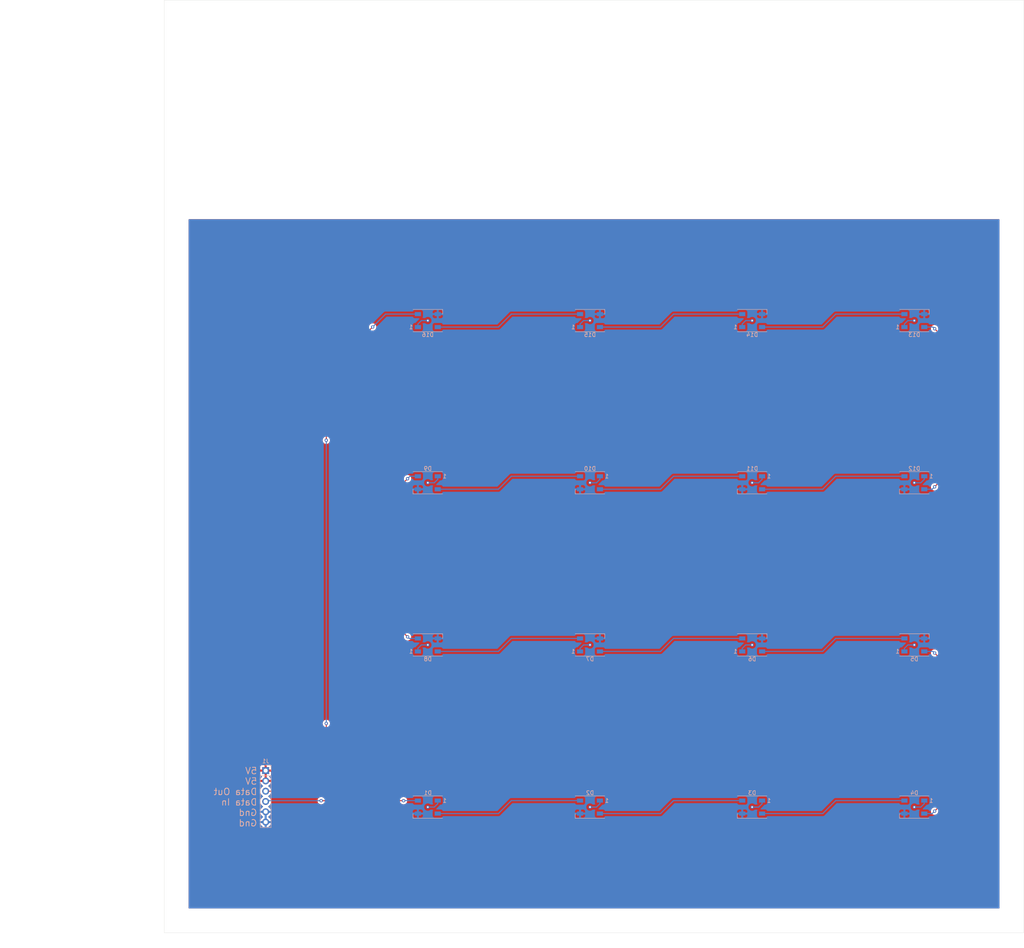
<source format=kicad_pcb>
(kicad_pcb (version 20171130) (host pcbnew "(5.1.5)-3")

  (general
    (thickness 1.6)
    (drawings 38)
    (tracks 145)
    (zones 0)
    (modules 17)
    (nets 20)
  )

  (page User 431.8 279.4)
  (layers
    (0 F.Cu signal)
    (31 B.Cu signal)
    (32 B.Adhes user)
    (33 F.Adhes user hide)
    (34 B.Paste user)
    (35 F.Paste user)
    (36 B.SilkS user)
    (37 F.SilkS user)
    (38 B.Mask user)
    (39 F.Mask user)
    (40 Dwgs.User user)
    (41 Cmts.User user hide)
    (42 Eco1.User user)
    (43 Eco2.User user)
    (44 Edge.Cuts user)
    (45 Margin user)
    (46 B.CrtYd user)
    (47 F.CrtYd user)
    (48 B.Fab user hide)
    (49 F.Fab user hide)
  )

  (setup
    (last_trace_width 0.25)
    (trace_clearance 0.2)
    (zone_clearance 0.508)
    (zone_45_only no)
    (trace_min 0.2)
    (via_size 0.8)
    (via_drill 0.4)
    (via_min_size 0.4)
    (via_min_drill 0.3)
    (uvia_size 0.3)
    (uvia_drill 0.1)
    (uvias_allowed no)
    (uvia_min_size 0.2)
    (uvia_min_drill 0.1)
    (edge_width 0.05)
    (segment_width 0.2)
    (pcb_text_width 0.3)
    (pcb_text_size 1.5 1.5)
    (mod_edge_width 0.12)
    (mod_text_size 1 1)
    (mod_text_width 0.15)
    (pad_size 1.524 1.524)
    (pad_drill 0.762)
    (pad_to_mask_clearance 0.051)
    (solder_mask_min_width 0.25)
    (aux_axis_origin 0 0)
    (grid_origin 0 230)
    (visible_elements 7EFFFFFF)
    (pcbplotparams
      (layerselection 0x010fc_ffffffff)
      (usegerberextensions false)
      (usegerberattributes false)
      (usegerberadvancedattributes false)
      (creategerberjobfile false)
      (excludeedgelayer true)
      (linewidth 0.100000)
      (plotframeref false)
      (viasonmask false)
      (mode 1)
      (useauxorigin false)
      (hpglpennumber 1)
      (hpglpenspeed 20)
      (hpglpendiameter 15.000000)
      (psnegative false)
      (psa4output false)
      (plotreference true)
      (plotvalue true)
      (plotinvisibletext false)
      (padsonsilk false)
      (subtractmaskfromsilk false)
      (outputformat 1)
      (mirror false)
      (drillshape 0)
      (scaleselection 1)
      (outputdirectory "../../Production Files/"))
  )

  (net 0 "")
  (net 1 +5V)
  (net 2 "Net-(D1-Pad2)")
  (net 3 GND)
  (net 4 "Net-(D2-Pad2)")
  (net 5 "Net-(D15-Pad2)")
  (net 6 "Net-(D3-Pad2)")
  (net 7 "Net-(D4-Pad2)")
  (net 8 "Net-(D5-Pad2)")
  (net 9 "Net-(D6-Pad2)")
  (net 10 "Net-(D7-Pad2)")
  (net 11 "Net-(D10-Pad4)")
  (net 12 "Net-(D10-Pad2)")
  (net 13 "Net-(D11-Pad2)")
  (net 14 "Net-(D12-Pad2)")
  (net 15 "Net-(D13-Pad2)")
  (net 16 "Net-(D14-Pad2)")
  (net 17 "Net-(D8-Pad2)")
  (net 18 Data_in)
  (net 19 Data_out)

  (net_class Default "This is the default net class."
    (clearance 0.2)
    (trace_width 0.25)
    (via_dia 0.8)
    (via_drill 0.4)
    (uvia_dia 0.3)
    (uvia_drill 0.1)
    (add_net +5V)
    (add_net Data_in)
    (add_net Data_out)
    (add_net GND)
    (add_net "Net-(D1-Pad2)")
    (add_net "Net-(D10-Pad2)")
    (add_net "Net-(D10-Pad4)")
    (add_net "Net-(D11-Pad2)")
    (add_net "Net-(D12-Pad2)")
    (add_net "Net-(D13-Pad2)")
    (add_net "Net-(D14-Pad2)")
    (add_net "Net-(D15-Pad2)")
    (add_net "Net-(D2-Pad2)")
    (add_net "Net-(D3-Pad2)")
    (add_net "Net-(D4-Pad2)")
    (add_net "Net-(D5-Pad2)")
    (add_net "Net-(D6-Pad2)")
    (add_net "Net-(D7-Pad2)")
    (add_net "Net-(D8-Pad2)")
  )

  (module Connector_PinHeader_2.54mm:PinHeader_1x06_P2.54mm_Vertical (layer B.Cu) (tedit 59FED5CC) (tstamp 6072898C)
    (at 25 190 180)
    (descr "Through hole straight pin header, 1x06, 2.54mm pitch, single row")
    (tags "Through hole pin header THT 1x06 2.54mm single row")
    (path /6075444F)
    (fp_text reference J1 (at 0 2.33) (layer B.SilkS)
      (effects (font (size 1 1) (thickness 0.15)) (justify mirror))
    )
    (fp_text value Conn_01x06 (at 0 -15.03) (layer B.Fab)
      (effects (font (size 1 1) (thickness 0.15)) (justify mirror))
    )
    (fp_text user %R (at 0 -6.35 270) (layer B.Fab)
      (effects (font (size 1 1) (thickness 0.15)) (justify mirror))
    )
    (fp_line (start 1.8 1.8) (end -1.8 1.8) (layer B.CrtYd) (width 0.05))
    (fp_line (start 1.8 -14.5) (end 1.8 1.8) (layer B.CrtYd) (width 0.05))
    (fp_line (start -1.8 -14.5) (end 1.8 -14.5) (layer B.CrtYd) (width 0.05))
    (fp_line (start -1.8 1.8) (end -1.8 -14.5) (layer B.CrtYd) (width 0.05))
    (fp_line (start -1.33 1.33) (end 0 1.33) (layer B.SilkS) (width 0.12))
    (fp_line (start -1.33 0) (end -1.33 1.33) (layer B.SilkS) (width 0.12))
    (fp_line (start -1.33 -1.27) (end 1.33 -1.27) (layer B.SilkS) (width 0.12))
    (fp_line (start 1.33 -1.27) (end 1.33 -14.03) (layer B.SilkS) (width 0.12))
    (fp_line (start -1.33 -1.27) (end -1.33 -14.03) (layer B.SilkS) (width 0.12))
    (fp_line (start -1.33 -14.03) (end 1.33 -14.03) (layer B.SilkS) (width 0.12))
    (fp_line (start -1.27 0.635) (end -0.635 1.27) (layer B.Fab) (width 0.1))
    (fp_line (start -1.27 -13.97) (end -1.27 0.635) (layer B.Fab) (width 0.1))
    (fp_line (start 1.27 -13.97) (end -1.27 -13.97) (layer B.Fab) (width 0.1))
    (fp_line (start 1.27 1.27) (end 1.27 -13.97) (layer B.Fab) (width 0.1))
    (fp_line (start -0.635 1.27) (end 1.27 1.27) (layer B.Fab) (width 0.1))
    (pad 6 thru_hole oval (at 0 -12.7 180) (size 1.7 1.7) (drill 1) (layers *.Cu *.Mask)
      (net 3 GND))
    (pad 5 thru_hole oval (at 0 -10.16 180) (size 1.7 1.7) (drill 1) (layers *.Cu *.Mask)
      (net 3 GND))
    (pad 4 thru_hole oval (at 0 -7.62 180) (size 1.7 1.7) (drill 1) (layers *.Cu *.Mask)
      (net 18 Data_in))
    (pad 3 thru_hole oval (at 0 -5.08 180) (size 1.7 1.7) (drill 1) (layers *.Cu *.Mask)
      (net 19 Data_out))
    (pad 2 thru_hole oval (at 0 -2.54 180) (size 1.7 1.7) (drill 1) (layers *.Cu *.Mask)
      (net 1 +5V))
    (pad 1 thru_hole rect (at 0 0 180) (size 1.7 1.7) (drill 1) (layers *.Cu *.Mask)
      (net 1 +5V))
    (model ${KISYS3DMOD}/Connector_PinHeader_2.54mm.3dshapes/PinHeader_1x06_P2.54mm_Vertical.wrl
      (at (xyz 0 0 0))
      (scale (xyz 1 1 1))
      (rotate (xyz 0 0 0))
    )
  )

  (module LED_SMD:LED_WS2812B_PLCC4_5.0x5.0mm_P3.2mm (layer B.Cu) (tedit 5AA4B285) (tstamp 60727AEC)
    (at 65 79)
    (descr https://cdn-shop.adafruit.com/datasheets/WS2812B.pdf)
    (tags "LED RGB NeoPixel")
    (path /6074DFDE)
    (attr smd)
    (fp_text reference D16 (at 0 3.5) (layer B.SilkS)
      (effects (font (size 1 1) (thickness 0.15)) (justify mirror))
    )
    (fp_text value WS2812B (at 0 -4) (layer B.Fab)
      (effects (font (size 1 1) (thickness 0.15)) (justify mirror))
    )
    (fp_circle (center 0 0) (end 0 2) (layer B.Fab) (width 0.1))
    (fp_line (start 3.65 -2.75) (end 3.65 -1.6) (layer B.SilkS) (width 0.12))
    (fp_line (start -3.65 -2.75) (end 3.65 -2.75) (layer B.SilkS) (width 0.12))
    (fp_line (start -3.65 2.75) (end 3.65 2.75) (layer B.SilkS) (width 0.12))
    (fp_line (start 2.5 2.5) (end -2.5 2.5) (layer B.Fab) (width 0.1))
    (fp_line (start 2.5 -2.5) (end 2.5 2.5) (layer B.Fab) (width 0.1))
    (fp_line (start -2.5 -2.5) (end 2.5 -2.5) (layer B.Fab) (width 0.1))
    (fp_line (start -2.5 2.5) (end -2.5 -2.5) (layer B.Fab) (width 0.1))
    (fp_line (start 2.5 -1.5) (end 1.5 -2.5) (layer B.Fab) (width 0.1))
    (fp_line (start -3.45 2.75) (end -3.45 -2.75) (layer B.CrtYd) (width 0.05))
    (fp_line (start -3.45 -2.75) (end 3.45 -2.75) (layer B.CrtYd) (width 0.05))
    (fp_line (start 3.45 -2.75) (end 3.45 2.75) (layer B.CrtYd) (width 0.05))
    (fp_line (start 3.45 2.75) (end -3.45 2.75) (layer B.CrtYd) (width 0.05))
    (fp_text user %R (at 0 0) (layer B.Fab)
      (effects (font (size 0.8 0.8) (thickness 0.15)) (justify mirror))
    )
    (fp_text user 1 (at -4.15 1.6) (layer B.SilkS)
      (effects (font (size 1 1) (thickness 0.15)) (justify mirror))
    )
    (pad 1 smd rect (at -2.45 1.6) (size 1.5 1) (layers B.Cu B.Paste B.Mask)
      (net 1 +5V))
    (pad 2 smd rect (at -2.45 -1.6) (size 1.5 1) (layers B.Cu B.Paste B.Mask)
      (net 19 Data_out))
    (pad 4 smd rect (at 2.45 1.6) (size 1.5 1) (layers B.Cu B.Paste B.Mask)
      (net 5 "Net-(D15-Pad2)"))
    (pad 3 smd rect (at 2.45 -1.6) (size 1.5 1) (layers B.Cu B.Paste B.Mask)
      (net 3 GND))
    (model ${KISYS3DMOD}/LED_SMD.3dshapes/LED_WS2812B_PLCC4_5.0x5.0mm_P3.2mm.wrl
      (at (xyz 0 0 0))
      (scale (xyz 1 1 1))
      (rotate (xyz 0 0 0))
    )
  )

  (module LED_SMD:LED_WS2812B_PLCC4_5.0x5.0mm_P3.2mm (layer B.Cu) (tedit 5AA4B285) (tstamp 60727BF4)
    (at 105 79)
    (descr https://cdn-shop.adafruit.com/datasheets/WS2812B.pdf)
    (tags "LED RGB NeoPixel")
    (path /6074DFCA)
    (attr smd)
    (fp_text reference D15 (at 0 3.5) (layer B.SilkS)
      (effects (font (size 1 1) (thickness 0.15)) (justify mirror))
    )
    (fp_text value WS2812B (at 0 -4) (layer B.Fab)
      (effects (font (size 1 1) (thickness 0.15)) (justify mirror))
    )
    (fp_circle (center 0 0) (end 0 2) (layer B.Fab) (width 0.1))
    (fp_line (start 3.65 -2.75) (end 3.65 -1.6) (layer B.SilkS) (width 0.12))
    (fp_line (start -3.65 -2.75) (end 3.65 -2.75) (layer B.SilkS) (width 0.12))
    (fp_line (start -3.65 2.75) (end 3.65 2.75) (layer B.SilkS) (width 0.12))
    (fp_line (start 2.5 2.5) (end -2.5 2.5) (layer B.Fab) (width 0.1))
    (fp_line (start 2.5 -2.5) (end 2.5 2.5) (layer B.Fab) (width 0.1))
    (fp_line (start -2.5 -2.5) (end 2.5 -2.5) (layer B.Fab) (width 0.1))
    (fp_line (start -2.5 2.5) (end -2.5 -2.5) (layer B.Fab) (width 0.1))
    (fp_line (start 2.5 -1.5) (end 1.5 -2.5) (layer B.Fab) (width 0.1))
    (fp_line (start -3.45 2.75) (end -3.45 -2.75) (layer B.CrtYd) (width 0.05))
    (fp_line (start -3.45 -2.75) (end 3.45 -2.75) (layer B.CrtYd) (width 0.05))
    (fp_line (start 3.45 -2.75) (end 3.45 2.75) (layer B.CrtYd) (width 0.05))
    (fp_line (start 3.45 2.75) (end -3.45 2.75) (layer B.CrtYd) (width 0.05))
    (fp_text user %R (at 0 0) (layer B.Fab)
      (effects (font (size 0.8 0.8) (thickness 0.15)) (justify mirror))
    )
    (fp_text user 1 (at -4.15 1.6) (layer B.SilkS)
      (effects (font (size 1 1) (thickness 0.15)) (justify mirror))
    )
    (pad 1 smd rect (at -2.45 1.6) (size 1.5 1) (layers B.Cu B.Paste B.Mask)
      (net 1 +5V))
    (pad 2 smd rect (at -2.45 -1.6) (size 1.5 1) (layers B.Cu B.Paste B.Mask)
      (net 5 "Net-(D15-Pad2)"))
    (pad 4 smd rect (at 2.45 1.6) (size 1.5 1) (layers B.Cu B.Paste B.Mask)
      (net 16 "Net-(D14-Pad2)"))
    (pad 3 smd rect (at 2.45 -1.6) (size 1.5 1) (layers B.Cu B.Paste B.Mask)
      (net 3 GND))
    (model ${KISYS3DMOD}/LED_SMD.3dshapes/LED_WS2812B_PLCC4_5.0x5.0mm_P3.2mm.wrl
      (at (xyz 0 0 0))
      (scale (xyz 1 1 1))
      (rotate (xyz 0 0 0))
    )
  )

  (module LED_SMD:LED_WS2812B_PLCC4_5.0x5.0mm_P3.2mm (layer B.Cu) (tedit 5AA4B285) (tstamp 60727B2E)
    (at 145 79)
    (descr https://cdn-shop.adafruit.com/datasheets/WS2812B.pdf)
    (tags "LED RGB NeoPixel")
    (path /6074DFB5)
    (attr smd)
    (fp_text reference D14 (at 0 3.5) (layer B.SilkS)
      (effects (font (size 1 1) (thickness 0.15)) (justify mirror))
    )
    (fp_text value WS2812B (at 0 -4) (layer B.Fab)
      (effects (font (size 1 1) (thickness 0.15)) (justify mirror))
    )
    (fp_circle (center 0 0) (end 0 2) (layer B.Fab) (width 0.1))
    (fp_line (start 3.65 -2.75) (end 3.65 -1.6) (layer B.SilkS) (width 0.12))
    (fp_line (start -3.65 -2.75) (end 3.65 -2.75) (layer B.SilkS) (width 0.12))
    (fp_line (start -3.65 2.75) (end 3.65 2.75) (layer B.SilkS) (width 0.12))
    (fp_line (start 2.5 2.5) (end -2.5 2.5) (layer B.Fab) (width 0.1))
    (fp_line (start 2.5 -2.5) (end 2.5 2.5) (layer B.Fab) (width 0.1))
    (fp_line (start -2.5 -2.5) (end 2.5 -2.5) (layer B.Fab) (width 0.1))
    (fp_line (start -2.5 2.5) (end -2.5 -2.5) (layer B.Fab) (width 0.1))
    (fp_line (start 2.5 -1.5) (end 1.5 -2.5) (layer B.Fab) (width 0.1))
    (fp_line (start -3.45 2.75) (end -3.45 -2.75) (layer B.CrtYd) (width 0.05))
    (fp_line (start -3.45 -2.75) (end 3.45 -2.75) (layer B.CrtYd) (width 0.05))
    (fp_line (start 3.45 -2.75) (end 3.45 2.75) (layer B.CrtYd) (width 0.05))
    (fp_line (start 3.45 2.75) (end -3.45 2.75) (layer B.CrtYd) (width 0.05))
    (fp_text user %R (at 0 0) (layer B.Fab)
      (effects (font (size 0.8 0.8) (thickness 0.15)) (justify mirror))
    )
    (fp_text user 1 (at -4.15 1.6) (layer B.SilkS)
      (effects (font (size 1 1) (thickness 0.15)) (justify mirror))
    )
    (pad 1 smd rect (at -2.45 1.6) (size 1.5 1) (layers B.Cu B.Paste B.Mask)
      (net 1 +5V))
    (pad 2 smd rect (at -2.45 -1.6) (size 1.5 1) (layers B.Cu B.Paste B.Mask)
      (net 16 "Net-(D14-Pad2)"))
    (pad 4 smd rect (at 2.45 1.6) (size 1.5 1) (layers B.Cu B.Paste B.Mask)
      (net 15 "Net-(D13-Pad2)"))
    (pad 3 smd rect (at 2.45 -1.6) (size 1.5 1) (layers B.Cu B.Paste B.Mask)
      (net 3 GND))
    (model ${KISYS3DMOD}/LED_SMD.3dshapes/LED_WS2812B_PLCC4_5.0x5.0mm_P3.2mm.wrl
      (at (xyz 0 0 0))
      (scale (xyz 1 1 1))
      (rotate (xyz 0 0 0))
    )
  )

  (module LED_SMD:LED_WS2812B_PLCC4_5.0x5.0mm_P3.2mm (layer B.Cu) (tedit 5AA4B285) (tstamp 60727BB2)
    (at 185 79)
    (descr https://cdn-shop.adafruit.com/datasheets/WS2812B.pdf)
    (tags "LED RGB NeoPixel")
    (path /6074DFA1)
    (attr smd)
    (fp_text reference D13 (at 0 3.5) (layer B.SilkS)
      (effects (font (size 1 1) (thickness 0.15)) (justify mirror))
    )
    (fp_text value WS2812B (at 0 -4) (layer B.Fab)
      (effects (font (size 1 1) (thickness 0.15)) (justify mirror))
    )
    (fp_circle (center 0 0) (end 0 2) (layer B.Fab) (width 0.1))
    (fp_line (start 3.65 -2.75) (end 3.65 -1.6) (layer B.SilkS) (width 0.12))
    (fp_line (start -3.65 -2.75) (end 3.65 -2.75) (layer B.SilkS) (width 0.12))
    (fp_line (start -3.65 2.75) (end 3.65 2.75) (layer B.SilkS) (width 0.12))
    (fp_line (start 2.5 2.5) (end -2.5 2.5) (layer B.Fab) (width 0.1))
    (fp_line (start 2.5 -2.5) (end 2.5 2.5) (layer B.Fab) (width 0.1))
    (fp_line (start -2.5 -2.5) (end 2.5 -2.5) (layer B.Fab) (width 0.1))
    (fp_line (start -2.5 2.5) (end -2.5 -2.5) (layer B.Fab) (width 0.1))
    (fp_line (start 2.5 -1.5) (end 1.5 -2.5) (layer B.Fab) (width 0.1))
    (fp_line (start -3.45 2.75) (end -3.45 -2.75) (layer B.CrtYd) (width 0.05))
    (fp_line (start -3.45 -2.75) (end 3.45 -2.75) (layer B.CrtYd) (width 0.05))
    (fp_line (start 3.45 -2.75) (end 3.45 2.75) (layer B.CrtYd) (width 0.05))
    (fp_line (start 3.45 2.75) (end -3.45 2.75) (layer B.CrtYd) (width 0.05))
    (fp_text user %R (at 0 0) (layer B.Fab)
      (effects (font (size 0.8 0.8) (thickness 0.15)) (justify mirror))
    )
    (fp_text user 1 (at -4.15 1.6) (layer B.SilkS)
      (effects (font (size 1 1) (thickness 0.15)) (justify mirror))
    )
    (pad 1 smd rect (at -2.45 1.6) (size 1.5 1) (layers B.Cu B.Paste B.Mask)
      (net 1 +5V))
    (pad 2 smd rect (at -2.45 -1.6) (size 1.5 1) (layers B.Cu B.Paste B.Mask)
      (net 15 "Net-(D13-Pad2)"))
    (pad 4 smd rect (at 2.45 1.6) (size 1.5 1) (layers B.Cu B.Paste B.Mask)
      (net 14 "Net-(D12-Pad2)"))
    (pad 3 smd rect (at 2.45 -1.6) (size 1.5 1) (layers B.Cu B.Paste B.Mask)
      (net 3 GND))
    (model ${KISYS3DMOD}/LED_SMD.3dshapes/LED_WS2812B_PLCC4_5.0x5.0mm_P3.2mm.wrl
      (at (xyz 0 0 0))
      (scale (xyz 1 1 1))
      (rotate (xyz 0 0 0))
    )
  )

  (module LED_SMD:LED_WS2812B_PLCC4_5.0x5.0mm_P3.2mm (layer B.Cu) (tedit 5AA4B285) (tstamp 60727AAA)
    (at 185 119 180)
    (descr https://cdn-shop.adafruit.com/datasheets/WS2812B.pdf)
    (tags "LED RGB NeoPixel")
    (path /6074DF8B)
    (attr smd)
    (fp_text reference D12 (at 0 3.5) (layer B.SilkS)
      (effects (font (size 1 1) (thickness 0.15)) (justify mirror))
    )
    (fp_text value WS2812B (at 0 -4) (layer B.Fab)
      (effects (font (size 1 1) (thickness 0.15)) (justify mirror))
    )
    (fp_circle (center 0 0) (end 0 2) (layer B.Fab) (width 0.1))
    (fp_line (start 3.65 -2.75) (end 3.65 -1.6) (layer B.SilkS) (width 0.12))
    (fp_line (start -3.65 -2.75) (end 3.65 -2.75) (layer B.SilkS) (width 0.12))
    (fp_line (start -3.65 2.75) (end 3.65 2.75) (layer B.SilkS) (width 0.12))
    (fp_line (start 2.5 2.5) (end -2.5 2.5) (layer B.Fab) (width 0.1))
    (fp_line (start 2.5 -2.5) (end 2.5 2.5) (layer B.Fab) (width 0.1))
    (fp_line (start -2.5 -2.5) (end 2.5 -2.5) (layer B.Fab) (width 0.1))
    (fp_line (start -2.5 2.5) (end -2.5 -2.5) (layer B.Fab) (width 0.1))
    (fp_line (start 2.5 -1.5) (end 1.5 -2.5) (layer B.Fab) (width 0.1))
    (fp_line (start -3.45 2.75) (end -3.45 -2.75) (layer B.CrtYd) (width 0.05))
    (fp_line (start -3.45 -2.75) (end 3.45 -2.75) (layer B.CrtYd) (width 0.05))
    (fp_line (start 3.45 -2.75) (end 3.45 2.75) (layer B.CrtYd) (width 0.05))
    (fp_line (start 3.45 2.75) (end -3.45 2.75) (layer B.CrtYd) (width 0.05))
    (fp_text user %R (at 0 0) (layer B.Fab)
      (effects (font (size 0.8 0.8) (thickness 0.15)) (justify mirror))
    )
    (fp_text user 1 (at -4.15 1.6) (layer B.SilkS)
      (effects (font (size 1 1) (thickness 0.15)) (justify mirror))
    )
    (pad 1 smd rect (at -2.45 1.6 180) (size 1.5 1) (layers B.Cu B.Paste B.Mask)
      (net 1 +5V))
    (pad 2 smd rect (at -2.45 -1.6 180) (size 1.5 1) (layers B.Cu B.Paste B.Mask)
      (net 14 "Net-(D12-Pad2)"))
    (pad 4 smd rect (at 2.45 1.6 180) (size 1.5 1) (layers B.Cu B.Paste B.Mask)
      (net 13 "Net-(D11-Pad2)"))
    (pad 3 smd rect (at 2.45 -1.6 180) (size 1.5 1) (layers B.Cu B.Paste B.Mask)
      (net 3 GND))
    (model ${KISYS3DMOD}/LED_SMD.3dshapes/LED_WS2812B_PLCC4_5.0x5.0mm_P3.2mm.wrl
      (at (xyz 0 0 0))
      (scale (xyz 1 1 1))
      (rotate (xyz 0 0 0))
    )
  )

  (module LED_SMD:LED_WS2812B_PLCC4_5.0x5.0mm_P3.2mm (layer B.Cu) (tedit 5AA4B285) (tstamp 60727B70)
    (at 145 119 180)
    (descr https://cdn-shop.adafruit.com/datasheets/WS2812B.pdf)
    (tags "LED RGB NeoPixel")
    (path /6074DF77)
    (attr smd)
    (fp_text reference D11 (at 0 3.5) (layer B.SilkS)
      (effects (font (size 1 1) (thickness 0.15)) (justify mirror))
    )
    (fp_text value WS2812B (at 0 -4) (layer B.Fab)
      (effects (font (size 1 1) (thickness 0.15)) (justify mirror))
    )
    (fp_circle (center 0 0) (end 0 2) (layer B.Fab) (width 0.1))
    (fp_line (start 3.65 -2.75) (end 3.65 -1.6) (layer B.SilkS) (width 0.12))
    (fp_line (start -3.65 -2.75) (end 3.65 -2.75) (layer B.SilkS) (width 0.12))
    (fp_line (start -3.65 2.75) (end 3.65 2.75) (layer B.SilkS) (width 0.12))
    (fp_line (start 2.5 2.5) (end -2.5 2.5) (layer B.Fab) (width 0.1))
    (fp_line (start 2.5 -2.5) (end 2.5 2.5) (layer B.Fab) (width 0.1))
    (fp_line (start -2.5 -2.5) (end 2.5 -2.5) (layer B.Fab) (width 0.1))
    (fp_line (start -2.5 2.5) (end -2.5 -2.5) (layer B.Fab) (width 0.1))
    (fp_line (start 2.5 -1.5) (end 1.5 -2.5) (layer B.Fab) (width 0.1))
    (fp_line (start -3.45 2.75) (end -3.45 -2.75) (layer B.CrtYd) (width 0.05))
    (fp_line (start -3.45 -2.75) (end 3.45 -2.75) (layer B.CrtYd) (width 0.05))
    (fp_line (start 3.45 -2.75) (end 3.45 2.75) (layer B.CrtYd) (width 0.05))
    (fp_line (start 3.45 2.75) (end -3.45 2.75) (layer B.CrtYd) (width 0.05))
    (fp_text user %R (at 0 0) (layer B.Fab)
      (effects (font (size 0.8 0.8) (thickness 0.15)) (justify mirror))
    )
    (fp_text user 1 (at -4.15 1.6) (layer B.SilkS)
      (effects (font (size 1 1) (thickness 0.15)) (justify mirror))
    )
    (pad 1 smd rect (at -2.45 1.6 180) (size 1.5 1) (layers B.Cu B.Paste B.Mask)
      (net 1 +5V))
    (pad 2 smd rect (at -2.45 -1.6 180) (size 1.5 1) (layers B.Cu B.Paste B.Mask)
      (net 13 "Net-(D11-Pad2)"))
    (pad 4 smd rect (at 2.45 1.6 180) (size 1.5 1) (layers B.Cu B.Paste B.Mask)
      (net 12 "Net-(D10-Pad2)"))
    (pad 3 smd rect (at 2.45 -1.6 180) (size 1.5 1) (layers B.Cu B.Paste B.Mask)
      (net 3 GND))
    (model ${KISYS3DMOD}/LED_SMD.3dshapes/LED_WS2812B_PLCC4_5.0x5.0mm_P3.2mm.wrl
      (at (xyz 0 0 0))
      (scale (xyz 1 1 1))
      (rotate (xyz 0 0 0))
    )
  )

  (module LED_SMD:LED_WS2812B_PLCC4_5.0x5.0mm_P3.2mm (layer B.Cu) (tedit 5AA4B285) (tstamp 60727A68)
    (at 105 119 180)
    (descr https://cdn-shop.adafruit.com/datasheets/WS2812B.pdf)
    (tags "LED RGB NeoPixel")
    (path /6074DF62)
    (attr smd)
    (fp_text reference D10 (at 0 3.5) (layer B.SilkS)
      (effects (font (size 1 1) (thickness 0.15)) (justify mirror))
    )
    (fp_text value WS2812B (at 0 -4) (layer B.Fab)
      (effects (font (size 1 1) (thickness 0.15)) (justify mirror))
    )
    (fp_circle (center 0 0) (end 0 2) (layer B.Fab) (width 0.1))
    (fp_line (start 3.65 -2.75) (end 3.65 -1.6) (layer B.SilkS) (width 0.12))
    (fp_line (start -3.65 -2.75) (end 3.65 -2.75) (layer B.SilkS) (width 0.12))
    (fp_line (start -3.65 2.75) (end 3.65 2.75) (layer B.SilkS) (width 0.12))
    (fp_line (start 2.5 2.5) (end -2.5 2.5) (layer B.Fab) (width 0.1))
    (fp_line (start 2.5 -2.5) (end 2.5 2.5) (layer B.Fab) (width 0.1))
    (fp_line (start -2.5 -2.5) (end 2.5 -2.5) (layer B.Fab) (width 0.1))
    (fp_line (start -2.5 2.5) (end -2.5 -2.5) (layer B.Fab) (width 0.1))
    (fp_line (start 2.5 -1.5) (end 1.5 -2.5) (layer B.Fab) (width 0.1))
    (fp_line (start -3.45 2.75) (end -3.45 -2.75) (layer B.CrtYd) (width 0.05))
    (fp_line (start -3.45 -2.75) (end 3.45 -2.75) (layer B.CrtYd) (width 0.05))
    (fp_line (start 3.45 -2.75) (end 3.45 2.75) (layer B.CrtYd) (width 0.05))
    (fp_line (start 3.45 2.75) (end -3.45 2.75) (layer B.CrtYd) (width 0.05))
    (fp_text user %R (at 0 0) (layer B.Fab)
      (effects (font (size 0.8 0.8) (thickness 0.15)) (justify mirror))
    )
    (fp_text user 1 (at -4.15 1.6) (layer B.SilkS)
      (effects (font (size 1 1) (thickness 0.15)) (justify mirror))
    )
    (pad 1 smd rect (at -2.45 1.6 180) (size 1.5 1) (layers B.Cu B.Paste B.Mask)
      (net 1 +5V))
    (pad 2 smd rect (at -2.45 -1.6 180) (size 1.5 1) (layers B.Cu B.Paste B.Mask)
      (net 12 "Net-(D10-Pad2)"))
    (pad 4 smd rect (at 2.45 1.6 180) (size 1.5 1) (layers B.Cu B.Paste B.Mask)
      (net 11 "Net-(D10-Pad4)"))
    (pad 3 smd rect (at 2.45 -1.6 180) (size 1.5 1) (layers B.Cu B.Paste B.Mask)
      (net 3 GND))
    (model ${KISYS3DMOD}/LED_SMD.3dshapes/LED_WS2812B_PLCC4_5.0x5.0mm_P3.2mm.wrl
      (at (xyz 0 0 0))
      (scale (xyz 1 1 1))
      (rotate (xyz 0 0 0))
    )
  )

  (module LED_SMD:LED_WS2812B_PLCC4_5.0x5.0mm_P3.2mm (layer B.Cu) (tedit 5AA4B285) (tstamp 60727999)
    (at 65 119 180)
    (descr https://cdn-shop.adafruit.com/datasheets/WS2812B.pdf)
    (tags "LED RGB NeoPixel")
    (path /6074DF4D)
    (attr smd)
    (fp_text reference D9 (at 0 3.5) (layer B.SilkS)
      (effects (font (size 1 1) (thickness 0.15)) (justify mirror))
    )
    (fp_text value WS2812B (at 0 -4) (layer B.Fab)
      (effects (font (size 1 1) (thickness 0.15)) (justify mirror))
    )
    (fp_text user 1 (at -4.15 1.6) (layer B.SilkS)
      (effects (font (size 1 1) (thickness 0.15)) (justify mirror))
    )
    (fp_text user %R (at 0 0) (layer B.Fab)
      (effects (font (size 0.8 0.8) (thickness 0.15)) (justify mirror))
    )
    (fp_line (start 3.45 2.75) (end -3.45 2.75) (layer B.CrtYd) (width 0.05))
    (fp_line (start 3.45 -2.75) (end 3.45 2.75) (layer B.CrtYd) (width 0.05))
    (fp_line (start -3.45 -2.75) (end 3.45 -2.75) (layer B.CrtYd) (width 0.05))
    (fp_line (start -3.45 2.75) (end -3.45 -2.75) (layer B.CrtYd) (width 0.05))
    (fp_line (start 2.5 -1.5) (end 1.5 -2.5) (layer B.Fab) (width 0.1))
    (fp_line (start -2.5 2.5) (end -2.5 -2.5) (layer B.Fab) (width 0.1))
    (fp_line (start -2.5 -2.5) (end 2.5 -2.5) (layer B.Fab) (width 0.1))
    (fp_line (start 2.5 -2.5) (end 2.5 2.5) (layer B.Fab) (width 0.1))
    (fp_line (start 2.5 2.5) (end -2.5 2.5) (layer B.Fab) (width 0.1))
    (fp_line (start -3.65 2.75) (end 3.65 2.75) (layer B.SilkS) (width 0.12))
    (fp_line (start -3.65 -2.75) (end 3.65 -2.75) (layer B.SilkS) (width 0.12))
    (fp_line (start 3.65 -2.75) (end 3.65 -1.6) (layer B.SilkS) (width 0.12))
    (fp_circle (center 0 0) (end 0 2) (layer B.Fab) (width 0.1))
    (pad 3 smd rect (at 2.45 -1.6 180) (size 1.5 1) (layers B.Cu B.Paste B.Mask)
      (net 3 GND))
    (pad 4 smd rect (at 2.45 1.6 180) (size 1.5 1) (layers B.Cu B.Paste B.Mask)
      (net 17 "Net-(D8-Pad2)"))
    (pad 2 smd rect (at -2.45 -1.6 180) (size 1.5 1) (layers B.Cu B.Paste B.Mask)
      (net 11 "Net-(D10-Pad4)"))
    (pad 1 smd rect (at -2.45 1.6 180) (size 1.5 1) (layers B.Cu B.Paste B.Mask)
      (net 1 +5V))
    (model ${KISYS3DMOD}/LED_SMD.3dshapes/LED_WS2812B_PLCC4_5.0x5.0mm_P3.2mm.wrl
      (at (xyz 0 0 0))
      (scale (xyz 1 1 1))
      (rotate (xyz 0 0 0))
    )
  )

  (module LED_SMD:LED_WS2812B_PLCC4_5.0x5.0mm_P3.2mm (layer B.Cu) (tedit 5AA4B285) (tstamp 60727915)
    (at 65 159)
    (descr https://cdn-shop.adafruit.com/datasheets/WS2812B.pdf)
    (tags "LED RGB NeoPixel")
    (path /60738CDA)
    (attr smd)
    (fp_text reference D8 (at 0 3.5) (layer B.SilkS)
      (effects (font (size 1 1) (thickness 0.15)) (justify mirror))
    )
    (fp_text value WS2812B (at 0 -4) (layer B.Fab)
      (effects (font (size 1 1) (thickness 0.15)) (justify mirror))
    )
    (fp_text user 1 (at -4.15 1.6) (layer B.SilkS)
      (effects (font (size 1 1) (thickness 0.15)) (justify mirror))
    )
    (fp_text user %R (at 0 0) (layer B.Fab)
      (effects (font (size 0.8 0.8) (thickness 0.15)) (justify mirror))
    )
    (fp_line (start 3.45 2.75) (end -3.45 2.75) (layer B.CrtYd) (width 0.05))
    (fp_line (start 3.45 -2.75) (end 3.45 2.75) (layer B.CrtYd) (width 0.05))
    (fp_line (start -3.45 -2.75) (end 3.45 -2.75) (layer B.CrtYd) (width 0.05))
    (fp_line (start -3.45 2.75) (end -3.45 -2.75) (layer B.CrtYd) (width 0.05))
    (fp_line (start 2.5 -1.5) (end 1.5 -2.5) (layer B.Fab) (width 0.1))
    (fp_line (start -2.5 2.5) (end -2.5 -2.5) (layer B.Fab) (width 0.1))
    (fp_line (start -2.5 -2.5) (end 2.5 -2.5) (layer B.Fab) (width 0.1))
    (fp_line (start 2.5 -2.5) (end 2.5 2.5) (layer B.Fab) (width 0.1))
    (fp_line (start 2.5 2.5) (end -2.5 2.5) (layer B.Fab) (width 0.1))
    (fp_line (start -3.65 2.75) (end 3.65 2.75) (layer B.SilkS) (width 0.12))
    (fp_line (start -3.65 -2.75) (end 3.65 -2.75) (layer B.SilkS) (width 0.12))
    (fp_line (start 3.65 -2.75) (end 3.65 -1.6) (layer B.SilkS) (width 0.12))
    (fp_circle (center 0 0) (end 0 2) (layer B.Fab) (width 0.1))
    (pad 3 smd rect (at 2.45 -1.6) (size 1.5 1) (layers B.Cu B.Paste B.Mask)
      (net 3 GND))
    (pad 4 smd rect (at 2.45 1.6) (size 1.5 1) (layers B.Cu B.Paste B.Mask)
      (net 10 "Net-(D7-Pad2)"))
    (pad 2 smd rect (at -2.45 -1.6) (size 1.5 1) (layers B.Cu B.Paste B.Mask)
      (net 17 "Net-(D8-Pad2)"))
    (pad 1 smd rect (at -2.45 1.6) (size 1.5 1) (layers B.Cu B.Paste B.Mask)
      (net 1 +5V))
    (model ${KISYS3DMOD}/LED_SMD.3dshapes/LED_WS2812B_PLCC4_5.0x5.0mm_P3.2mm.wrl
      (at (xyz 0 0 0))
      (scale (xyz 1 1 1))
      (rotate (xyz 0 0 0))
    )
  )

  (module LED_SMD:LED_WS2812B_PLCC4_5.0x5.0mm_P3.2mm (layer B.Cu) (tedit 5AA4B285) (tstamp 6072784F)
    (at 105 159)
    (descr https://cdn-shop.adafruit.com/datasheets/WS2812B.pdf)
    (tags "LED RGB NeoPixel")
    (path /60738CC6)
    (attr smd)
    (fp_text reference D7 (at 0 3.5) (layer B.SilkS)
      (effects (font (size 1 1) (thickness 0.15)) (justify mirror))
    )
    (fp_text value WS2812B (at 0 -4) (layer B.Fab)
      (effects (font (size 1 1) (thickness 0.15)) (justify mirror))
    )
    (fp_text user 1 (at -4.15 1.6) (layer B.SilkS)
      (effects (font (size 1 1) (thickness 0.15)) (justify mirror))
    )
    (fp_text user %R (at 0 0) (layer B.Fab)
      (effects (font (size 0.8 0.8) (thickness 0.15)) (justify mirror))
    )
    (fp_line (start 3.45 2.75) (end -3.45 2.75) (layer B.CrtYd) (width 0.05))
    (fp_line (start 3.45 -2.75) (end 3.45 2.75) (layer B.CrtYd) (width 0.05))
    (fp_line (start -3.45 -2.75) (end 3.45 -2.75) (layer B.CrtYd) (width 0.05))
    (fp_line (start -3.45 2.75) (end -3.45 -2.75) (layer B.CrtYd) (width 0.05))
    (fp_line (start 2.5 -1.5) (end 1.5 -2.5) (layer B.Fab) (width 0.1))
    (fp_line (start -2.5 2.5) (end -2.5 -2.5) (layer B.Fab) (width 0.1))
    (fp_line (start -2.5 -2.5) (end 2.5 -2.5) (layer B.Fab) (width 0.1))
    (fp_line (start 2.5 -2.5) (end 2.5 2.5) (layer B.Fab) (width 0.1))
    (fp_line (start 2.5 2.5) (end -2.5 2.5) (layer B.Fab) (width 0.1))
    (fp_line (start -3.65 2.75) (end 3.65 2.75) (layer B.SilkS) (width 0.12))
    (fp_line (start -3.65 -2.75) (end 3.65 -2.75) (layer B.SilkS) (width 0.12))
    (fp_line (start 3.65 -2.75) (end 3.65 -1.6) (layer B.SilkS) (width 0.12))
    (fp_circle (center 0 0) (end 0 2) (layer B.Fab) (width 0.1))
    (pad 3 smd rect (at 2.45 -1.6) (size 1.5 1) (layers B.Cu B.Paste B.Mask)
      (net 3 GND))
    (pad 4 smd rect (at 2.45 1.6) (size 1.5 1) (layers B.Cu B.Paste B.Mask)
      (net 9 "Net-(D6-Pad2)"))
    (pad 2 smd rect (at -2.45 -1.6) (size 1.5 1) (layers B.Cu B.Paste B.Mask)
      (net 10 "Net-(D7-Pad2)"))
    (pad 1 smd rect (at -2.45 1.6) (size 1.5 1) (layers B.Cu B.Paste B.Mask)
      (net 1 +5V))
    (model ${KISYS3DMOD}/LED_SMD.3dshapes/LED_WS2812B_PLCC4_5.0x5.0mm_P3.2mm.wrl
      (at (xyz 0 0 0))
      (scale (xyz 1 1 1))
      (rotate (xyz 0 0 0))
    )
  )

  (module LED_SMD:LED_WS2812B_PLCC4_5.0x5.0mm_P3.2mm (layer B.Cu) (tedit 5AA4B285) (tstamp 60727891)
    (at 145 159)
    (descr https://cdn-shop.adafruit.com/datasheets/WS2812B.pdf)
    (tags "LED RGB NeoPixel")
    (path /60738CB1)
    (attr smd)
    (fp_text reference D6 (at 0 3.5) (layer B.SilkS)
      (effects (font (size 1 1) (thickness 0.15)) (justify mirror))
    )
    (fp_text value WS2812B (at 0 -4) (layer B.Fab)
      (effects (font (size 1 1) (thickness 0.15)) (justify mirror))
    )
    (fp_circle (center 0 0) (end 0 2) (layer B.Fab) (width 0.1))
    (fp_line (start 3.65 -2.75) (end 3.65 -1.6) (layer B.SilkS) (width 0.12))
    (fp_line (start -3.65 -2.75) (end 3.65 -2.75) (layer B.SilkS) (width 0.12))
    (fp_line (start -3.65 2.75) (end 3.65 2.75) (layer B.SilkS) (width 0.12))
    (fp_line (start 2.5 2.5) (end -2.5 2.5) (layer B.Fab) (width 0.1))
    (fp_line (start 2.5 -2.5) (end 2.5 2.5) (layer B.Fab) (width 0.1))
    (fp_line (start -2.5 -2.5) (end 2.5 -2.5) (layer B.Fab) (width 0.1))
    (fp_line (start -2.5 2.5) (end -2.5 -2.5) (layer B.Fab) (width 0.1))
    (fp_line (start 2.5 -1.5) (end 1.5 -2.5) (layer B.Fab) (width 0.1))
    (fp_line (start -3.45 2.75) (end -3.45 -2.75) (layer B.CrtYd) (width 0.05))
    (fp_line (start -3.45 -2.75) (end 3.45 -2.75) (layer B.CrtYd) (width 0.05))
    (fp_line (start 3.45 -2.75) (end 3.45 2.75) (layer B.CrtYd) (width 0.05))
    (fp_line (start 3.45 2.75) (end -3.45 2.75) (layer B.CrtYd) (width 0.05))
    (fp_text user %R (at 0 0) (layer B.Fab)
      (effects (font (size 0.8 0.8) (thickness 0.15)) (justify mirror))
    )
    (fp_text user 1 (at -4.15 1.6) (layer B.SilkS)
      (effects (font (size 1 1) (thickness 0.15)) (justify mirror))
    )
    (pad 1 smd rect (at -2.45 1.6) (size 1.5 1) (layers B.Cu B.Paste B.Mask)
      (net 1 +5V))
    (pad 2 smd rect (at -2.45 -1.6) (size 1.5 1) (layers B.Cu B.Paste B.Mask)
      (net 9 "Net-(D6-Pad2)"))
    (pad 4 smd rect (at 2.45 1.6) (size 1.5 1) (layers B.Cu B.Paste B.Mask)
      (net 8 "Net-(D5-Pad2)"))
    (pad 3 smd rect (at 2.45 -1.6) (size 1.5 1) (layers B.Cu B.Paste B.Mask)
      (net 3 GND))
    (model ${KISYS3DMOD}/LED_SMD.3dshapes/LED_WS2812B_PLCC4_5.0x5.0mm_P3.2mm.wrl
      (at (xyz 0 0 0))
      (scale (xyz 1 1 1))
      (rotate (xyz 0 0 0))
    )
  )

  (module LED_SMD:LED_WS2812B_PLCC4_5.0x5.0mm_P3.2mm (layer B.Cu) (tedit 5AA4B285) (tstamp 607278D3)
    (at 185 159)
    (descr https://cdn-shop.adafruit.com/datasheets/WS2812B.pdf)
    (tags "LED RGB NeoPixel")
    (path /60738C9C)
    (attr smd)
    (fp_text reference D5 (at 0 3.5) (layer B.SilkS)
      (effects (font (size 1 1) (thickness 0.15)) (justify mirror))
    )
    (fp_text value WS2812B (at 0 -4) (layer B.Fab)
      (effects (font (size 1 1) (thickness 0.15)) (justify mirror))
    )
    (fp_circle (center 0 0) (end 0 2) (layer B.Fab) (width 0.1))
    (fp_line (start 3.65 -2.75) (end 3.65 -1.6) (layer B.SilkS) (width 0.12))
    (fp_line (start -3.65 -2.75) (end 3.65 -2.75) (layer B.SilkS) (width 0.12))
    (fp_line (start -3.65 2.75) (end 3.65 2.75) (layer B.SilkS) (width 0.12))
    (fp_line (start 2.5 2.5) (end -2.5 2.5) (layer B.Fab) (width 0.1))
    (fp_line (start 2.5 -2.5) (end 2.5 2.5) (layer B.Fab) (width 0.1))
    (fp_line (start -2.5 -2.5) (end 2.5 -2.5) (layer B.Fab) (width 0.1))
    (fp_line (start -2.5 2.5) (end -2.5 -2.5) (layer B.Fab) (width 0.1))
    (fp_line (start 2.5 -1.5) (end 1.5 -2.5) (layer B.Fab) (width 0.1))
    (fp_line (start -3.45 2.75) (end -3.45 -2.75) (layer B.CrtYd) (width 0.05))
    (fp_line (start -3.45 -2.75) (end 3.45 -2.75) (layer B.CrtYd) (width 0.05))
    (fp_line (start 3.45 -2.75) (end 3.45 2.75) (layer B.CrtYd) (width 0.05))
    (fp_line (start 3.45 2.75) (end -3.45 2.75) (layer B.CrtYd) (width 0.05))
    (fp_text user %R (at 0 0) (layer B.Fab)
      (effects (font (size 0.8 0.8) (thickness 0.15)) (justify mirror))
    )
    (fp_text user 1 (at -4.15 1.6) (layer B.SilkS)
      (effects (font (size 1 1) (thickness 0.15)) (justify mirror))
    )
    (pad 1 smd rect (at -2.45 1.6) (size 1.5 1) (layers B.Cu B.Paste B.Mask)
      (net 1 +5V))
    (pad 2 smd rect (at -2.45 -1.6) (size 1.5 1) (layers B.Cu B.Paste B.Mask)
      (net 8 "Net-(D5-Pad2)"))
    (pad 4 smd rect (at 2.45 1.6) (size 1.5 1) (layers B.Cu B.Paste B.Mask)
      (net 7 "Net-(D4-Pad2)"))
    (pad 3 smd rect (at 2.45 -1.6) (size 1.5 1) (layers B.Cu B.Paste B.Mask)
      (net 3 GND))
    (model ${KISYS3DMOD}/LED_SMD.3dshapes/LED_WS2812B_PLCC4_5.0x5.0mm_P3.2mm.wrl
      (at (xyz 0 0 0))
      (scale (xyz 1 1 1))
      (rotate (xyz 0 0 0))
    )
  )

  (module LED_SMD:LED_WS2812B_PLCC4_5.0x5.0mm_P3.2mm (layer B.Cu) (tedit 5AA4B285) (tstamp 60727957)
    (at 185 199 180)
    (descr https://cdn-shop.adafruit.com/datasheets/WS2812B.pdf)
    (tags "LED RGB NeoPixel")
    (path /60730058)
    (attr smd)
    (fp_text reference D4 (at 0 3.5) (layer B.SilkS)
      (effects (font (size 1 1) (thickness 0.15)) (justify mirror))
    )
    (fp_text value WS2812B (at 0 -4) (layer B.Fab)
      (effects (font (size 1 1) (thickness 0.15)) (justify mirror))
    )
    (fp_circle (center 0 0) (end 0 2) (layer B.Fab) (width 0.1))
    (fp_line (start 3.65 -2.75) (end 3.65 -1.6) (layer B.SilkS) (width 0.12))
    (fp_line (start -3.65 -2.75) (end 3.65 -2.75) (layer B.SilkS) (width 0.12))
    (fp_line (start -3.65 2.75) (end 3.65 2.75) (layer B.SilkS) (width 0.12))
    (fp_line (start 2.5 2.5) (end -2.5 2.5) (layer B.Fab) (width 0.1))
    (fp_line (start 2.5 -2.5) (end 2.5 2.5) (layer B.Fab) (width 0.1))
    (fp_line (start -2.5 -2.5) (end 2.5 -2.5) (layer B.Fab) (width 0.1))
    (fp_line (start -2.5 2.5) (end -2.5 -2.5) (layer B.Fab) (width 0.1))
    (fp_line (start 2.5 -1.5) (end 1.5 -2.5) (layer B.Fab) (width 0.1))
    (fp_line (start -3.45 2.75) (end -3.45 -2.75) (layer B.CrtYd) (width 0.05))
    (fp_line (start -3.45 -2.75) (end 3.45 -2.75) (layer B.CrtYd) (width 0.05))
    (fp_line (start 3.45 -2.75) (end 3.45 2.75) (layer B.CrtYd) (width 0.05))
    (fp_line (start 3.45 2.75) (end -3.45 2.75) (layer B.CrtYd) (width 0.05))
    (fp_text user %R (at 0 0) (layer B.Fab)
      (effects (font (size 0.8 0.8) (thickness 0.15)) (justify mirror))
    )
    (fp_text user 1 (at -4.15 1.6) (layer B.SilkS)
      (effects (font (size 1 1) (thickness 0.15)) (justify mirror))
    )
    (pad 1 smd rect (at -2.45 1.6 180) (size 1.5 1) (layers B.Cu B.Paste B.Mask)
      (net 1 +5V))
    (pad 2 smd rect (at -2.45 -1.6 180) (size 1.5 1) (layers B.Cu B.Paste B.Mask)
      (net 7 "Net-(D4-Pad2)"))
    (pad 4 smd rect (at 2.45 1.6 180) (size 1.5 1) (layers B.Cu B.Paste B.Mask)
      (net 6 "Net-(D3-Pad2)"))
    (pad 3 smd rect (at 2.45 -1.6 180) (size 1.5 1) (layers B.Cu B.Paste B.Mask)
      (net 3 GND))
    (model ${KISYS3DMOD}/LED_SMD.3dshapes/LED_WS2812B_PLCC4_5.0x5.0mm_P3.2mm.wrl
      (at (xyz 0 0 0))
      (scale (xyz 1 1 1))
      (rotate (xyz 0 0 0))
    )
  )

  (module LED_SMD:LED_WS2812B_PLCC4_5.0x5.0mm_P3.2mm (layer B.Cu) (tedit 5AA4B285) (tstamp 607277CB)
    (at 145 199 180)
    (descr https://cdn-shop.adafruit.com/datasheets/WS2812B.pdf)
    (tags "LED RGB NeoPixel")
    (path /60730043)
    (attr smd)
    (fp_text reference D3 (at 0 3.5) (layer B.SilkS)
      (effects (font (size 1 1) (thickness 0.15)) (justify mirror))
    )
    (fp_text value WS2812B (at 0 -4) (layer B.Fab)
      (effects (font (size 1 1) (thickness 0.15)) (justify mirror))
    )
    (fp_circle (center 0 0) (end 0 2) (layer B.Fab) (width 0.1))
    (fp_line (start 3.65 -2.75) (end 3.65 -1.6) (layer B.SilkS) (width 0.12))
    (fp_line (start -3.65 -2.75) (end 3.65 -2.75) (layer B.SilkS) (width 0.12))
    (fp_line (start -3.65 2.75) (end 3.65 2.75) (layer B.SilkS) (width 0.12))
    (fp_line (start 2.5 2.5) (end -2.5 2.5) (layer B.Fab) (width 0.1))
    (fp_line (start 2.5 -2.5) (end 2.5 2.5) (layer B.Fab) (width 0.1))
    (fp_line (start -2.5 -2.5) (end 2.5 -2.5) (layer B.Fab) (width 0.1))
    (fp_line (start -2.5 2.5) (end -2.5 -2.5) (layer B.Fab) (width 0.1))
    (fp_line (start 2.5 -1.5) (end 1.5 -2.5) (layer B.Fab) (width 0.1))
    (fp_line (start -3.45 2.75) (end -3.45 -2.75) (layer B.CrtYd) (width 0.05))
    (fp_line (start -3.45 -2.75) (end 3.45 -2.75) (layer B.CrtYd) (width 0.05))
    (fp_line (start 3.45 -2.75) (end 3.45 2.75) (layer B.CrtYd) (width 0.05))
    (fp_line (start 3.45 2.75) (end -3.45 2.75) (layer B.CrtYd) (width 0.05))
    (fp_text user %R (at 0 0) (layer B.Fab)
      (effects (font (size 0.8 0.8) (thickness 0.15)) (justify mirror))
    )
    (fp_text user 1 (at -4.15 1.6) (layer B.SilkS)
      (effects (font (size 1 1) (thickness 0.15)) (justify mirror))
    )
    (pad 1 smd rect (at -2.45 1.6 180) (size 1.5 1) (layers B.Cu B.Paste B.Mask)
      (net 1 +5V))
    (pad 2 smd rect (at -2.45 -1.6 180) (size 1.5 1) (layers B.Cu B.Paste B.Mask)
      (net 6 "Net-(D3-Pad2)"))
    (pad 4 smd rect (at 2.45 1.6 180) (size 1.5 1) (layers B.Cu B.Paste B.Mask)
      (net 4 "Net-(D2-Pad2)"))
    (pad 3 smd rect (at 2.45 -1.6 180) (size 1.5 1) (layers B.Cu B.Paste B.Mask)
      (net 3 GND))
    (model ${KISYS3DMOD}/LED_SMD.3dshapes/LED_WS2812B_PLCC4_5.0x5.0mm_P3.2mm.wrl
      (at (xyz 0 0 0))
      (scale (xyz 1 1 1))
      (rotate (xyz 0 0 0))
    )
  )

  (module LED_SMD:LED_WS2812B_PLCC4_5.0x5.0mm_P3.2mm (layer B.Cu) (tedit 5AA4B285) (tstamp 607279DB)
    (at 105 199 180)
    (descr https://cdn-shop.adafruit.com/datasheets/WS2812B.pdf)
    (tags "LED RGB NeoPixel")
    (path /60729A9C)
    (attr smd)
    (fp_text reference D2 (at 0 3.5) (layer B.SilkS)
      (effects (font (size 1 1) (thickness 0.15)) (justify mirror))
    )
    (fp_text value WS2812B (at 0 -4) (layer B.Fab)
      (effects (font (size 1 1) (thickness 0.15)) (justify mirror))
    )
    (fp_circle (center 0 0) (end 0 2) (layer B.Fab) (width 0.1))
    (fp_line (start 3.65 -2.75) (end 3.65 -1.6) (layer B.SilkS) (width 0.12))
    (fp_line (start -3.65 -2.75) (end 3.65 -2.75) (layer B.SilkS) (width 0.12))
    (fp_line (start -3.65 2.75) (end 3.65 2.75) (layer B.SilkS) (width 0.12))
    (fp_line (start 2.5 2.5) (end -2.5 2.5) (layer B.Fab) (width 0.1))
    (fp_line (start 2.5 -2.5) (end 2.5 2.5) (layer B.Fab) (width 0.1))
    (fp_line (start -2.5 -2.5) (end 2.5 -2.5) (layer B.Fab) (width 0.1))
    (fp_line (start -2.5 2.5) (end -2.5 -2.5) (layer B.Fab) (width 0.1))
    (fp_line (start 2.5 -1.5) (end 1.5 -2.5) (layer B.Fab) (width 0.1))
    (fp_line (start -3.45 2.75) (end -3.45 -2.75) (layer B.CrtYd) (width 0.05))
    (fp_line (start -3.45 -2.75) (end 3.45 -2.75) (layer B.CrtYd) (width 0.05))
    (fp_line (start 3.45 -2.75) (end 3.45 2.75) (layer B.CrtYd) (width 0.05))
    (fp_line (start 3.45 2.75) (end -3.45 2.75) (layer B.CrtYd) (width 0.05))
    (fp_text user %R (at 0 0) (layer B.Fab)
      (effects (font (size 0.8 0.8) (thickness 0.15)) (justify mirror))
    )
    (fp_text user 1 (at -4.15 1.6) (layer B.SilkS)
      (effects (font (size 1 1) (thickness 0.15)) (justify mirror))
    )
    (pad 1 smd rect (at -2.45 1.6 180) (size 1.5 1) (layers B.Cu B.Paste B.Mask)
      (net 1 +5V))
    (pad 2 smd rect (at -2.45 -1.6 180) (size 1.5 1) (layers B.Cu B.Paste B.Mask)
      (net 4 "Net-(D2-Pad2)"))
    (pad 4 smd rect (at 2.45 1.6 180) (size 1.5 1) (layers B.Cu B.Paste B.Mask)
      (net 2 "Net-(D1-Pad2)"))
    (pad 3 smd rect (at 2.45 -1.6 180) (size 1.5 1) (layers B.Cu B.Paste B.Mask)
      (net 3 GND))
    (model ${KISYS3DMOD}/LED_SMD.3dshapes/LED_WS2812B_PLCC4_5.0x5.0mm_P3.2mm.wrl
      (at (xyz 0 0 0))
      (scale (xyz 1 1 1))
      (rotate (xyz 0 0 0))
    )
  )

  (module LED_SMD:LED_WS2812B_PLCC4_5.0x5.0mm_P3.2mm (layer B.Cu) (tedit 5AA4B285) (tstamp 6072780D)
    (at 65 199 180)
    (descr https://cdn-shop.adafruit.com/datasheets/WS2812B.pdf)
    (tags "LED RGB NeoPixel")
    (path /607261D2)
    (attr smd)
    (fp_text reference D1 (at 0 3.5) (layer B.SilkS)
      (effects (font (size 1 1) (thickness 0.15)) (justify mirror))
    )
    (fp_text value WS2812B (at 0 -4) (layer B.Fab)
      (effects (font (size 1 1) (thickness 0.15)) (justify mirror))
    )
    (fp_circle (center 0 0) (end 0 2) (layer B.Fab) (width 0.1))
    (fp_line (start 3.65 -2.75) (end 3.65 -1.6) (layer B.SilkS) (width 0.12))
    (fp_line (start -3.65 -2.75) (end 3.65 -2.75) (layer B.SilkS) (width 0.12))
    (fp_line (start -3.65 2.75) (end 3.65 2.75) (layer B.SilkS) (width 0.12))
    (fp_line (start 2.5 2.5) (end -2.5 2.5) (layer B.Fab) (width 0.1))
    (fp_line (start 2.5 -2.5) (end 2.5 2.5) (layer B.Fab) (width 0.1))
    (fp_line (start -2.5 -2.5) (end 2.5 -2.5) (layer B.Fab) (width 0.1))
    (fp_line (start -2.5 2.5) (end -2.5 -2.5) (layer B.Fab) (width 0.1))
    (fp_line (start 2.5 -1.5) (end 1.5 -2.5) (layer B.Fab) (width 0.1))
    (fp_line (start -3.45 2.75) (end -3.45 -2.75) (layer B.CrtYd) (width 0.05))
    (fp_line (start -3.45 -2.75) (end 3.45 -2.75) (layer B.CrtYd) (width 0.05))
    (fp_line (start 3.45 -2.75) (end 3.45 2.75) (layer B.CrtYd) (width 0.05))
    (fp_line (start 3.45 2.75) (end -3.45 2.75) (layer B.CrtYd) (width 0.05))
    (fp_text user %R (at 0 0 90) (layer B.Fab)
      (effects (font (size 0.8 0.8) (thickness 0.15)) (justify mirror))
    )
    (fp_text user 1 (at -4.15 1.6) (layer B.SilkS)
      (effects (font (size 1 1) (thickness 0.15)) (justify mirror))
    )
    (pad 1 smd rect (at -2.45 1.6 180) (size 1.5 1) (layers B.Cu B.Paste B.Mask)
      (net 1 +5V))
    (pad 2 smd rect (at -2.45 -1.6 180) (size 1.5 1) (layers B.Cu B.Paste B.Mask)
      (net 2 "Net-(D1-Pad2)"))
    (pad 4 smd rect (at 2.45 1.6 180) (size 1.5 1) (layers B.Cu B.Paste B.Mask)
      (net 18 Data_in))
    (pad 3 smd rect (at 2.45 -1.6 180) (size 1.5 1) (layers B.Cu B.Paste B.Mask)
      (net 3 GND))
    (model ${KISYS3DMOD}/LED_SMD.3dshapes/LED_WS2812B_PLCC4_5.0x5.0mm_P3.2mm.wrl
      (at (xyz 0 0 0))
      (scale (xyz 1 1 1))
      (rotate (xyz 0 0 0))
    )
  )

  (dimension 212 (width 0.15) (layer Eco2.User)
    (gr_text "212.000 mm" (at 106 234.347999) (layer Eco2.User)
      (effects (font (size 1 1) (thickness 0.15)))
    )
    (feature1 (pts (xy 212 230) (xy 212 233.63442)))
    (feature2 (pts (xy 0 230) (xy 0 233.63442)))
    (crossbar (pts (xy 0 233.047999) (xy 212 233.047999)))
    (arrow1a (pts (xy 212 233.047999) (xy 210.873496 233.63442)))
    (arrow1b (pts (xy 212 233.047999) (xy 210.873496 232.461578)))
    (arrow2a (pts (xy 0 233.047999) (xy 1.126504 233.63442)))
    (arrow2b (pts (xy 0 233.047999) (xy 1.126504 232.461578)))
  )
  (dimension 230 (width 0.15) (layer Eco2.User)
    (gr_text "230.000 mm" (at -36.86 115 90) (layer Eco2.User)
      (effects (font (size 1 1) (thickness 0.15)))
    )
    (feature1 (pts (xy 0 0) (xy -36.146421 0)))
    (feature2 (pts (xy 0 230) (xy -36.146421 230)))
    (crossbar (pts (xy -35.56 230) (xy -35.56 0)))
    (arrow1a (pts (xy -35.56 0) (xy -34.973579 1.126504)))
    (arrow1b (pts (xy -35.56 0) (xy -36.146421 1.126504)))
    (arrow2a (pts (xy -35.56 230) (xy -34.973579 228.873496)))
    (arrow2b (pts (xy -35.56 230) (xy -36.146421 228.873496)))
  )
  (dimension 25 (width 0.15) (layer Eco1.User)
    (gr_text "25.000 mm" (at 12.5 183.7) (layer Eco1.User)
      (effects (font (size 1 1) (thickness 0.15)))
    )
    (feature1 (pts (xy 25 190) (xy 25 184.413579)))
    (feature2 (pts (xy 0 190) (xy 0 184.413579)))
    (crossbar (pts (xy 0 185) (xy 25 185)))
    (arrow1a (pts (xy 25 185) (xy 23.873496 185.586421)))
    (arrow1b (pts (xy 25 185) (xy 23.873496 184.413579)))
    (arrow2a (pts (xy 0 185) (xy 1.126504 185.586421)))
    (arrow2b (pts (xy 0 185) (xy 1.126504 184.413579)))
  )
  (gr_line (start 0 230) (end 212 0) (layer Eco1.User) (width 0.15))
  (gr_line (start 0 0) (end 212 230) (layer Eco1.User) (width 0.15))
  (dimension 40 (width 0.12) (layer Eco1.User)
    (gr_text "40.000 mm" (at -7.269999 210 270) (layer Eco1.User)
      (effects (font (size 1 1) (thickness 0.15)))
    )
    (feature1 (pts (xy 25 230) (xy -6.58642 230)))
    (feature2 (pts (xy 25 190) (xy -6.58642 190)))
    (crossbar (pts (xy -5.999999 190) (xy -5.999999 230)))
    (arrow1a (pts (xy -5.999999 230) (xy -6.58642 228.873496)))
    (arrow1b (pts (xy -5.999999 230) (xy -5.413578 228.873496)))
    (arrow2a (pts (xy -5.999999 190) (xy -6.58642 191.126504)))
    (arrow2b (pts (xy -5.999999 190) (xy -5.413578 191.126504)))
  )
  (dimension 25 (width 0.12) (layer Eco1.User)
    (gr_text "25.000 mm" (at 12.5 162.230001) (layer Eco1.User)
      (effects (font (size 1 1) (thickness 0.15)))
    )
    (feature1 (pts (xy 0 169) (xy 0 162.91358)))
    (feature2 (pts (xy 25 169) (xy 25 162.91358)))
    (crossbar (pts (xy 25 163.500001) (xy 0 163.500001)))
    (arrow1a (pts (xy 0 163.500001) (xy 1.126504 162.91358)))
    (arrow1b (pts (xy 0 163.500001) (xy 1.126504 164.086422)))
    (arrow2a (pts (xy 25 163.500001) (xy 23.873496 162.91358)))
    (arrow2b (pts (xy 25 163.500001) (xy 23.873496 164.086422)))
  )
  (gr_text "5V\n5V\nData Out\nData In\nGnd\nGnd" (at 23 196.5) (layer B.SilkS)
    (effects (font (size 1.6 1.6) (thickness 0.2)) (justify left mirror))
  )
  (gr_line (start 106 139) (end 125 139) (layer Eco1.User) (width 0.15))
  (gr_line (start 49 54) (end 49 224) (layer Eco2.User) (width 0.15) (tstamp 6072F611))
  (gr_line (start 196 39) (end 206 29) (layer Eco1.User) (width 0.15) (tstamp 6072E495))
  (gr_line (start 206 29) (end 206 39) (layer Eco1.User) (width 0.15) (tstamp 6072E494))
  (gr_line (start 206 39) (end 196 39) (layer Eco1.User) (width 0.15) (tstamp 6072E493))
  (gr_line (start 6 29) (end 16 39) (layer Eco1.User) (width 0.15) (tstamp 6072E495))
  (gr_line (start 16 39) (end 6 39) (layer Eco1.User) (width 0.15) (tstamp 6072E494))
  (gr_line (start 6 39) (end 6 29) (layer Eco1.User) (width 0.15) (tstamp 6072E493))
  (gr_line (start 206 16) (end 196 6) (layer Eco1.User) (width 0.15) (tstamp 6072E495))
  (gr_line (start 196 6) (end 206 6) (layer Eco1.User) (width 0.15) (tstamp 6072E494))
  (gr_line (start 206 6) (end 206 16) (layer Eco1.User) (width 0.15) (tstamp 6072E493))
  (gr_line (start 16 6) (end 6 16) (layer Eco1.User) (width 0.15) (tstamp 6072E495))
  (gr_line (start 6 16) (end 6 6) (layer Eco1.User) (width 0.15) (tstamp 6072E494))
  (gr_line (start 6 6) (end 16 6) (layer Eco1.User) (width 0.15) (tstamp 6072E493))
  (gr_line (start 206 54) (end 206 224) (layer Eco2.User) (width 0.15) (tstamp 6072E48D))
  (gr_line (start 206 6) (end 206 39) (layer Eco2.User) (width 0.15) (tstamp 6072E486))
  (gr_line (start 6 54) (end 6 224) (layer Eco2.User) (width 0.15) (tstamp 6072E47D))
  (gr_line (start 6 6) (end 6 39) (layer Eco2.User) (width 0.15) (tstamp 6072E47C))
  (gr_line (start 6 39) (end 206 39) (layer Eco2.User) (width 0.15))
  (gr_line (start 106 139) (end 106 54) (layer Eco1.User) (width 0.15) (tstamp 60727A50))
  (gr_line (start 6 224) (end 206 54) (layer Eco1.User) (width 0.15))
  (gr_line (start 6 54) (end 206 224) (layer Eco1.User) (width 0.15))
  (gr_line (start 6 54) (end 206 54) (layer Eco2.User) (width 0.15))
  (dimension 170 (width 0.15) (layer Eco1.User)
    (gr_text "170.000 mm" (at -16.299999 139 270) (layer Eco1.User)
      (effects (font (size 1 1) (thickness 0.15)))
    )
    (feature1 (pts (xy 6 224) (xy -15.58642 224)))
    (feature2 (pts (xy 6 54) (xy -15.58642 54)))
    (crossbar (pts (xy -14.999999 54) (xy -14.999999 224)))
    (arrow1a (pts (xy -14.999999 224) (xy -15.58642 222.873496)))
    (arrow1b (pts (xy -14.999999 224) (xy -14.413578 222.873496)))
    (arrow2a (pts (xy -14.999999 54) (xy -15.58642 55.126504)))
    (arrow2b (pts (xy -14.999999 54) (xy -14.413578 55.126504)))
  )
  (gr_line (start 206 6) (end 6 6) (layer Eco2.User) (width 0.15) (tstamp 6072B7F0))
  (gr_line (start 6 224) (end 206 224) (layer Eco2.User) (width 0.15))
  (gr_line (start 0 0) (end 212 0) (layer Edge.Cuts) (width 0.05) (tstamp 60725BBA))
  (gr_line (start 212 0) (end 212 230) (layer Edge.Cuts) (width 0.05) (tstamp 60725BB3))
  (gr_line (start 0 230) (end 212 230) (layer Edge.Cuts) (width 0.05))
  (gr_line (start 0 0) (end 0 230) (layer Edge.Cuts) (width 0.05))

  (segment (start 62.55 79.85) (end 63.4 79) (width 0.25) (layer B.Cu) (net 1) (tstamp 60727D77))
  (segment (start 62.55 80.6) (end 62.55 79.85) (width 0.25) (layer B.Cu) (net 1) (tstamp 60727D11))
  (segment (start 63.4 79) (end 65 79) (width 0.25) (layer B.Cu) (net 1) (tstamp 60727D5F))
  (via (at 65 79) (size 0.8) (drill 0.4) (layers F.Cu B.Cu) (net 1) (tstamp 60727A4D))
  (segment (start 102.55 79.85) (end 103.4 79) (width 0.25) (layer B.Cu) (net 1) (tstamp 60727D38))
  (segment (start 102.55 80.6) (end 102.55 79.85) (width 0.25) (layer B.Cu) (net 1) (tstamp 60727D92))
  (segment (start 103.4 79) (end 105 79) (width 0.25) (layer B.Cu) (net 1) (tstamp 60727D1D))
  (via (at 105 79) (size 0.8) (drill 0.4) (layers F.Cu B.Cu) (net 1) (tstamp 60727A35))
  (segment (start 142.55 79.85) (end 143.4 79) (width 0.25) (layer B.Cu) (net 1) (tstamp 60727D2F))
  (segment (start 142.55 80.6) (end 142.55 79.85) (width 0.25) (layer B.Cu) (net 1) (tstamp 60727D0B))
  (segment (start 143.4 79) (end 145 79) (width 0.25) (layer B.Cu) (net 1) (tstamp 60727D68))
  (via (at 145 79) (size 0.8) (drill 0.4) (layers F.Cu B.Cu) (net 1) (tstamp 60727A3E))
  (via (at 185 79) (size 0.8) (drill 0.4) (layers F.Cu B.Cu) (net 1) (tstamp 60727A4A))
  (segment (start 182.55 80.6) (end 182.55 79.85) (width 0.25) (layer B.Cu) (net 1) (tstamp 60727D4A))
  (segment (start 183.4 79) (end 185 79) (width 0.25) (layer B.Cu) (net 1) (tstamp 60727D98))
  (segment (start 182.55 79.85) (end 183.4 79) (width 0.25) (layer B.Cu) (net 1) (tstamp 60727D05))
  (via (at 185 119) (size 0.8) (drill 0.4) (layers F.Cu B.Cu) (net 1) (tstamp 60727A47))
  (segment (start 187.45 117.4) (end 187.45 118.15) (width 0.25) (layer B.Cu) (net 1) (tstamp 60727D3E))
  (segment (start 186.6 119) (end 185 119) (width 0.25) (layer B.Cu) (net 1) (tstamp 60727D86))
  (segment (start 187.45 118.15) (end 186.6 119) (width 0.25) (layer B.Cu) (net 1) (tstamp 60727D3B))
  (via (at 145 119) (size 0.8) (drill 0.4) (layers F.Cu B.Cu) (net 1) (tstamp 60727A32))
  (segment (start 147.45 117.4) (end 147.45 118.15) (width 0.25) (layer B.Cu) (net 1) (tstamp 60727D95))
  (segment (start 146.6 119) (end 145 119) (width 0.25) (layer B.Cu) (net 1) (tstamp 60727D14))
  (segment (start 147.45 118.15) (end 146.6 119) (width 0.25) (layer B.Cu) (net 1) (tstamp 60727D7A))
  (via (at 105 119) (size 0.8) (drill 0.4) (layers F.Cu B.Cu) (net 1) (tstamp 60727A2F))
  (segment (start 107.45 117.4) (end 107.45 118.15) (width 0.25) (layer B.Cu) (net 1) (tstamp 60727D53))
  (segment (start 106.6 119) (end 105 119) (width 0.25) (layer B.Cu) (net 1) (tstamp 60727D71))
  (segment (start 107.45 118.15) (end 106.6 119) (width 0.25) (layer B.Cu) (net 1) (tstamp 60727D32))
  (via (at 65 119) (size 0.8) (drill 0.4) (layers F.Cu B.Cu) (net 1) (tstamp 60727A2C))
  (segment (start 67.45 118.15) (end 66.6 119) (width 0.25) (layer B.Cu) (net 1) (tstamp 60727D17))
  (segment (start 67.45 117.4) (end 67.45 118.15) (width 0.25) (layer B.Cu) (net 1) (tstamp 60727D6E))
  (segment (start 66.6 119) (end 65 119) (width 0.25) (layer B.Cu) (net 1) (tstamp 60727D1A))
  (segment (start 103.4 159) (end 105 159) (width 0.25) (layer B.Cu) (net 1) (tstamp 60727D9B))
  (segment (start 102.55 159.85) (end 103.4 159) (width 0.25) (layer B.Cu) (net 1) (tstamp 60727D29))
  (segment (start 102.55 160.6) (end 102.55 159.85) (width 0.25) (layer B.Cu) (net 1) (tstamp 60727D26))
  (segment (start 63.4 159) (end 65 159) (width 0.25) (layer B.Cu) (net 1) (tstamp 60727DAA))
  (segment (start 62.55 159.85) (end 63.4 159) (width 0.25) (layer B.Cu) (net 1) (tstamp 60727DA7))
  (segment (start 62.55 160.6) (end 62.55 159.85) (width 0.25) (layer B.Cu) (net 1) (tstamp 60727DA1))
  (via (at 65 159) (size 0.8) (drill 0.4) (layers F.Cu B.Cu) (net 1) (tstamp 60727A44))
  (via (at 105 159) (size 0.8) (drill 0.4) (layers F.Cu B.Cu) (net 1) (tstamp 60727A41))
  (segment (start 143.4 159) (end 145 159) (width 0.25) (layer B.Cu) (net 1) (tstamp 60727D9E))
  (segment (start 142.55 159.85) (end 143.4 159) (width 0.25) (layer B.Cu) (net 1) (tstamp 60727D47))
  (segment (start 142.55 160.6) (end 142.55 159.85) (width 0.25) (layer B.Cu) (net 1) (tstamp 60727D8F))
  (via (at 145 159) (size 0.8) (drill 0.4) (layers F.Cu B.Cu) (net 1) (tstamp 60727A3B))
  (segment (start 183.4 159) (end 185 159) (width 0.25) (layer B.Cu) (net 1) (tstamp 60727D59))
  (segment (start 182.55 159.85) (end 183.4 159) (width 0.25) (layer B.Cu) (net 1) (tstamp 60727D50))
  (segment (start 182.55 160.6) (end 182.55 159.85) (width 0.25) (layer B.Cu) (net 1) (tstamp 60727D56))
  (via (at 185 159) (size 0.8) (drill 0.4) (layers F.Cu B.Cu) (net 1) (tstamp 60727A29))
  (segment (start 106.6 199) (end 105 199) (width 0.25) (layer B.Cu) (net 1) (tstamp 60727CB7))
  (segment (start 107.45 198.15) (end 106.6 199) (width 0.25) (layer B.Cu) (net 1) (tstamp 60727CFC))
  (segment (start 107.45 197.4) (end 107.45 198.15) (width 0.25) (layer B.Cu) (net 1) (tstamp 60727CC3))
  (via (at 105 199) (size 0.8) (drill 0.4) (layers F.Cu B.Cu) (net 1) (tstamp 60727A26))
  (segment (start 66.6 199) (end 65 199) (width 0.25) (layer B.Cu) (net 1) (tstamp 60727CBA))
  (via (at 65 199) (size 0.8) (drill 0.4) (layers F.Cu B.Cu) (net 1) (tstamp 60727A38))
  (segment (start 67.45 197.4) (end 67.45 198.15) (width 0.25) (layer B.Cu) (net 1) (tstamp 60727C9F))
  (segment (start 67.45 198.15) (end 66.6 199) (width 0.25) (layer B.Cu) (net 1) (tstamp 60727CB4))
  (segment (start 146.6 199) (end 145 199) (width 0.25) (layer B.Cu) (net 1) (tstamp 60727CD8))
  (segment (start 147.45 198.15) (end 146.6 199) (width 0.25) (layer B.Cu) (net 1) (tstamp 60727CCF))
  (segment (start 147.45 197.4) (end 147.45 198.15) (width 0.25) (layer B.Cu) (net 1) (tstamp 60727CF9))
  (via (at 145 199) (size 0.8) (drill 0.4) (layers F.Cu B.Cu) (net 1) (tstamp 60727A23))
  (segment (start 186.6 199) (end 185 199) (width 0.25) (layer B.Cu) (net 1) (tstamp 60727CF3))
  (segment (start 187.45 198.15) (end 186.6 199) (width 0.25) (layer B.Cu) (net 1) (tstamp 60727C9C))
  (segment (start 187.45 197.4) (end 187.45 198.15) (width 0.25) (layer B.Cu) (net 1) (tstamp 60727CF6))
  (via (at 185 199) (size 0.8) (drill 0.4) (layers F.Cu B.Cu) (net 1) (tstamp 60727A14))
  (segment (start 67.45 200.6) (end 82.4 200.6) (width 0.25) (layer B.Cu) (net 2) (tstamp 60727CF0))
  (segment (start 85.6 197.4) (end 102.55 197.4) (width 0.25) (layer B.Cu) (net 2) (tstamp 60727CAB))
  (segment (start 82.4 200.6) (end 85.6 197.4) (width 0.25) (layer B.Cu) (net 2) (tstamp 60727CED))
  (segment (start 122.4 200.6) (end 125.6 197.4) (width 0.25) (layer B.Cu) (net 4) (tstamp 60727CAE))
  (segment (start 125.6 197.4) (end 142.55 197.4) (width 0.25) (layer B.Cu) (net 4) (tstamp 60727CDE))
  (segment (start 107.45 200.6) (end 122.4 200.6) (width 0.25) (layer B.Cu) (net 4) (tstamp 60727CC6))
  (segment (start 85.6 77.4) (end 102.55 77.4) (width 0.25) (layer B.Cu) (net 5) (tstamp 60727D62))
  (segment (start 82.4 80.6) (end 85.6 77.4) (width 0.25) (layer B.Cu) (net 5) (tstamp 60727DAD))
  (segment (start 67.45 80.6) (end 82.4 80.6) (width 0.25) (layer B.Cu) (net 5) (tstamp 60727D08))
  (segment (start 162.4 200.6) (end 165.6 197.4) (width 0.25) (layer B.Cu) (net 6) (tstamp 60727D4D))
  (segment (start 165.6 197.4) (end 182.55 197.4) (width 0.25) (layer B.Cu) (net 6) (tstamp 60727D44))
  (segment (start 147.45 200.6) (end 162.4 200.6) (width 0.25) (layer B.Cu) (net 6) (tstamp 60727CDB))
  (via (at 190 200) (size 0.8) (drill 0.4) (layers F.Cu B.Cu) (net 7) (tstamp 60727A20))
  (segment (start 187.45 200.6) (end 189.4 200.6) (width 0.25) (layer B.Cu) (net 7) (tstamp 60727CE4))
  (segment (start 189.4 200.6) (end 190 200) (width 0.25) (layer B.Cu) (net 7) (tstamp 60727C96))
  (segment (start 190 200) (end 191 199) (width 0.25) (layer F.Cu) (net 7) (tstamp 60727CE1))
  (segment (start 191 199) (end 191 162) (width 0.25) (layer F.Cu) (net 7) (tstamp 60727CD2))
  (via (at 190 161) (size 0.8) (drill 0.4) (layers F.Cu B.Cu) (net 7) (tstamp 60727A11))
  (segment (start 191 162) (end 190 161) (width 0.25) (layer F.Cu) (net 7) (tstamp 60727CC9))
  (segment (start 189.600001 160.600001) (end 190 161) (width 0.25) (layer B.Cu) (net 7) (tstamp 60727CC0))
  (segment (start 187.45 160.6) (end 189.600001 160.600001) (width 0.25) (layer B.Cu) (net 7) (tstamp 60727CBD))
  (segment (start 162.4 160.6) (end 165.6 157.4) (width 0.25) (layer B.Cu) (net 8) (tstamp 60727CA5))
  (segment (start 165.6 157.4) (end 182.55 157.4) (width 0.25) (layer B.Cu) (net 8) (tstamp 60727CA2))
  (segment (start 147.45 160.6) (end 162.4 160.6) (width 0.25) (layer B.Cu) (net 8) (tstamp 60727C8A))
  (segment (start 122.4 160.6) (end 125.6 157.4) (width 0.25) (layer B.Cu) (net 9) (tstamp 60727D89))
  (segment (start 125.6 157.4) (end 142.55 157.4) (width 0.25) (layer B.Cu) (net 9) (tstamp 60727D5C))
  (segment (start 107.45 160.6) (end 122.4 160.6) (width 0.25) (layer B.Cu) (net 9) (tstamp 60727D6B))
  (segment (start 82.4 160.6) (end 85.6 157.4) (width 0.25) (layer B.Cu) (net 10) (tstamp 60727D2C))
  (segment (start 85.6 157.4) (end 102.55 157.4) (width 0.25) (layer B.Cu) (net 10) (tstamp 60727D65))
  (segment (start 67.45 160.6) (end 82.4 160.6) (width 0.25) (layer B.Cu) (net 10) (tstamp 60727CFF))
  (segment (start 82.4 120.6) (end 85.6 117.4) (width 0.25) (layer B.Cu) (net 11) (tstamp 60727D8C))
  (segment (start 85.6 117.4) (end 102.55 117.4) (width 0.25) (layer B.Cu) (net 11) (tstamp 60727DA4))
  (segment (start 67.45 120.6) (end 82.4 120.6) (width 0.25) (layer B.Cu) (net 11) (tstamp 60727D7D))
  (segment (start 122.4 120.6) (end 125.6 117.4) (width 0.25) (layer B.Cu) (net 12) (tstamp 60727D80))
  (segment (start 125.6 117.4) (end 142.55 117.4) (width 0.25) (layer B.Cu) (net 12) (tstamp 60727D74))
  (segment (start 107.45 120.6) (end 122.4 120.6) (width 0.25) (layer B.Cu) (net 12) (tstamp 60727D02))
  (segment (start 162.4 120.6) (end 165.6 117.4) (width 0.25) (layer B.Cu) (net 13) (tstamp 60727D83))
  (segment (start 165.6 117.4) (end 182.55 117.4) (width 0.25) (layer B.Cu) (net 13) (tstamp 60727D0E))
  (segment (start 147.45 120.6) (end 162.4 120.6) (width 0.25) (layer B.Cu) (net 13) (tstamp 60727D41))
  (via (at 190 120) (size 0.8) (drill 0.4) (layers F.Cu B.Cu) (net 14) (tstamp 60727A1D))
  (segment (start 187.45 120.6) (end 189.4 120.6) (width 0.25) (layer B.Cu) (net 14) (tstamp 60727C93))
  (segment (start 189.4 120.6) (end 190 120) (width 0.25) (layer B.Cu) (net 14) (tstamp 60727C6C))
  (segment (start 190 120) (end 191 119) (width 0.25) (layer F.Cu) (net 14) (tstamp 60727C78))
  (segment (start 191 119) (end 191 82) (width 0.25) (layer F.Cu) (net 14) (tstamp 60727C7B))
  (via (at 190 81) (size 0.8) (drill 0.4) (layers F.Cu B.Cu) (net 14) (tstamp 60727A0E))
  (segment (start 191 82) (end 190 81) (width 0.25) (layer F.Cu) (net 14) (tstamp 60727C8D))
  (segment (start 189.6 80.6) (end 187.45 80.6) (width 0.25) (layer B.Cu) (net 14) (tstamp 60727C69))
  (segment (start 190 81) (end 189.6 80.6) (width 0.25) (layer B.Cu) (net 14) (tstamp 60727C84))
  (segment (start 165.6 77.4) (end 182.55 77.4) (width 0.25) (layer B.Cu) (net 15) (tstamp 60727DB6))
  (segment (start 162.4 80.6) (end 165.6 77.4) (width 0.25) (layer B.Cu) (net 15) (tstamp 60727DB0))
  (segment (start 147.45 80.6) (end 162.4 80.6) (width 0.25) (layer B.Cu) (net 15) (tstamp 60727DB3))
  (segment (start 125.6 77.4) (end 142.55 77.4) (width 0.25) (layer B.Cu) (net 16) (tstamp 60727D35))
  (segment (start 122.4 80.6) (end 125.6 77.4) (width 0.25) (layer B.Cu) (net 16) (tstamp 60727D23))
  (segment (start 107.45 80.6) (end 122.4 80.6) (width 0.25) (layer B.Cu) (net 16) (tstamp 60727D20))
  (segment (start 62.55 157.4) (end 60.4 157.4) (width 0.25) (layer B.Cu) (net 17) (tstamp 60727C72))
  (via (at 60 157) (size 0.8) (drill 0.4) (layers F.Cu B.Cu) (net 17) (tstamp 60727A1A))
  (segment (start 60.4 157.4) (end 60 157) (width 0.25) (layer B.Cu) (net 17) (tstamp 60727C81))
  (segment (start 60 157) (end 59 156) (width 0.25) (layer F.Cu) (net 17) (tstamp 60727C90))
  (via (at 60 118) (size 0.8) (drill 0.4) (layers F.Cu B.Cu) (net 17) (tstamp 60727A0B))
  (segment (start 59 156) (end 59 119) (width 0.25) (layer F.Cu) (net 17) (tstamp 60727C6F))
  (segment (start 59 119) (end 60 118) (width 0.25) (layer F.Cu) (net 17) (tstamp 60727C75))
  (segment (start 60.6 117.4) (end 62.55 117.4) (width 0.25) (layer B.Cu) (net 17) (tstamp 60727C87))
  (segment (start 60 118) (end 60.6 117.4) (width 0.25) (layer B.Cu) (net 17) (tstamp 60727C7E))
  (via (at 59.01 197.42) (size 0.8) (drill 0.4) (layers F.Cu B.Cu) (net 18))
  (segment (start 62.55 197.4) (end 59.03 197.4) (width 0.25) (layer B.Cu) (net 18))
  (segment (start 59.03 197.4) (end 59.01 197.42) (width 0.25) (layer B.Cu) (net 18))
  (via (at 38.69 197.42) (size 0.8) (drill 0.4) (layers F.Cu B.Cu) (net 18))
  (segment (start 59.01 197.42) (end 38.69 197.42) (width 0.25) (layer F.Cu) (net 18))
  (segment (start 25.2 197.42) (end 25 197.62) (width 0.25) (layer B.Cu) (net 18))
  (segment (start 38.69 197.42) (end 25.2 197.42) (width 0.25) (layer B.Cu) (net 18))
  (via (at 39.96 178.37) (size 0.8) (drill 0.4) (layers F.Cu B.Cu) (net 19))
  (via (at 39.96 108.52) (size 0.8) (drill 0.4) (layers F.Cu B.Cu) (net 19))
  (segment (start 39.96 178.37) (end 39.96 108.52) (width 0.25) (layer B.Cu) (net 19))
  (via (at 51.39 80.58) (size 0.8) (drill 0.4) (layers F.Cu B.Cu) (net 19))
  (segment (start 39.96 108.52) (end 39.96 92.01) (width 0.25) (layer F.Cu) (net 19))
  (segment (start 39.96 92.01) (end 51.39 80.58) (width 0.25) (layer F.Cu) (net 19))
  (segment (start 54.57 77.4) (end 62.55 77.4) (width 0.25) (layer B.Cu) (net 19))
  (segment (start 51.39 80.58) (end 54.57 77.4) (width 0.25) (layer B.Cu) (net 19))
  (segment (start 39.96 188.53) (end 39.96 178.37) (width 0.25) (layer F.Cu) (net 19))
  (segment (start 33.41 195.08) (end 39.96 188.53) (width 0.25) (layer F.Cu) (net 19))
  (segment (start 25 195.08) (end 33.41 195.08) (width 0.25) (layer F.Cu) (net 19))

  (zone (net 3) (net_name GND) (layer B.Cu) (tstamp 607287DA) (hatch edge 0.508)
    (connect_pads (clearance 0.508))
    (min_thickness 0.254)
    (fill yes (arc_segments 32) (thermal_gap 0.508) (thermal_bridge_width 0.508))
    (polygon
      (pts
        (xy 206 224) (xy 6 224) (xy 6 54) (xy 206 54)
      )
    )
    (filled_polygon
      (pts
        (xy 205.873 223.873) (xy 6.127 223.873) (xy 6.127 203.05689) (xy 23.558524 203.05689) (xy 23.603175 203.204099)
        (xy 23.728359 203.46692) (xy 23.902412 203.700269) (xy 24.118645 203.895178) (xy 24.368748 204.044157) (xy 24.643109 204.141481)
        (xy 24.873 204.020814) (xy 24.873 202.827) (xy 25.127 202.827) (xy 25.127 204.020814) (xy 25.356891 204.141481)
        (xy 25.631252 204.044157) (xy 25.881355 203.895178) (xy 26.097588 203.700269) (xy 26.271641 203.46692) (xy 26.396825 203.204099)
        (xy 26.441476 203.05689) (xy 26.320155 202.827) (xy 25.127 202.827) (xy 24.873 202.827) (xy 23.679845 202.827)
        (xy 23.558524 203.05689) (xy 6.127 203.05689) (xy 6.127 200.51689) (xy 23.558524 200.51689) (xy 23.603175 200.664099)
        (xy 23.728359 200.92692) (xy 23.902412 201.160269) (xy 24.118645 201.355178) (xy 24.244255 201.43) (xy 24.118645 201.504822)
        (xy 23.902412 201.699731) (xy 23.728359 201.93308) (xy 23.603175 202.195901) (xy 23.558524 202.34311) (xy 23.679845 202.573)
        (xy 24.873 202.573) (xy 24.873 200.287) (xy 25.127 200.287) (xy 25.127 202.573) (xy 26.320155 202.573)
        (xy 26.441476 202.34311) (xy 26.396825 202.195901) (xy 26.271641 201.93308) (xy 26.097588 201.699731) (xy 25.881355 201.504822)
        (xy 25.755745 201.43) (xy 25.881355 201.355178) (xy 26.097588 201.160269) (xy 26.142542 201.1) (xy 61.161928 201.1)
        (xy 61.174188 201.224482) (xy 61.210498 201.34418) (xy 61.269463 201.454494) (xy 61.348815 201.551185) (xy 61.445506 201.630537)
        (xy 61.55582 201.689502) (xy 61.675518 201.725812) (xy 61.8 201.738072) (xy 62.26425 201.735) (xy 62.423 201.57625)
        (xy 62.423 200.727) (xy 62.677 200.727) (xy 62.677 201.57625) (xy 62.83575 201.735) (xy 63.3 201.738072)
        (xy 63.424482 201.725812) (xy 63.54418 201.689502) (xy 63.654494 201.630537) (xy 63.751185 201.551185) (xy 63.830537 201.454494)
        (xy 63.889502 201.34418) (xy 63.925812 201.224482) (xy 63.938072 201.1) (xy 63.935 200.88575) (xy 63.77625 200.727)
        (xy 62.677 200.727) (xy 62.423 200.727) (xy 61.32375 200.727) (xy 61.165 200.88575) (xy 61.161928 201.1)
        (xy 26.142542 201.1) (xy 26.271641 200.92692) (xy 26.396825 200.664099) (xy 26.441476 200.51689) (xy 26.320155 200.287)
        (xy 25.127 200.287) (xy 24.873 200.287) (xy 23.679845 200.287) (xy 23.558524 200.51689) (xy 6.127 200.51689)
        (xy 6.127 200.1) (xy 61.161928 200.1) (xy 61.165 200.31425) (xy 61.32375 200.473) (xy 62.423 200.473)
        (xy 62.423 199.62375) (xy 62.677 199.62375) (xy 62.677 200.473) (xy 63.77625 200.473) (xy 63.935 200.31425)
        (xy 63.938072 200.1) (xy 63.925812 199.975518) (xy 63.889502 199.85582) (xy 63.830537 199.745506) (xy 63.751185 199.648815)
        (xy 63.654494 199.569463) (xy 63.54418 199.510498) (xy 63.424482 199.474188) (xy 63.3 199.461928) (xy 62.83575 199.465)
        (xy 62.677 199.62375) (xy 62.423 199.62375) (xy 62.26425 199.465) (xy 61.8 199.461928) (xy 61.675518 199.474188)
        (xy 61.55582 199.510498) (xy 61.445506 199.569463) (xy 61.348815 199.648815) (xy 61.269463 199.745506) (xy 61.210498 199.85582)
        (xy 61.174188 199.975518) (xy 61.161928 200.1) (xy 6.127 200.1) (xy 6.127 189.15) (xy 23.511928 189.15)
        (xy 23.511928 190.85) (xy 23.524188 190.974482) (xy 23.560498 191.09418) (xy 23.619463 191.204494) (xy 23.698815 191.301185)
        (xy 23.795506 191.380537) (xy 23.90582 191.439502) (xy 23.97838 191.461513) (xy 23.846525 191.593368) (xy 23.68401 191.836589)
        (xy 23.572068 192.106842) (xy 23.515 192.39374) (xy 23.515 192.68626) (xy 23.572068 192.973158) (xy 23.68401 193.243411)
        (xy 23.846525 193.486632) (xy 24.053368 193.693475) (xy 24.22776 193.81) (xy 24.053368 193.926525) (xy 23.846525 194.133368)
        (xy 23.68401 194.376589) (xy 23.572068 194.646842) (xy 23.515 194.93374) (xy 23.515 195.22626) (xy 23.572068 195.513158)
        (xy 23.68401 195.783411) (xy 23.846525 196.026632) (xy 24.053368 196.233475) (xy 24.22776 196.35) (xy 24.053368 196.466525)
        (xy 23.846525 196.673368) (xy 23.68401 196.916589) (xy 23.572068 197.186842) (xy 23.515 197.47374) (xy 23.515 197.76626)
        (xy 23.572068 198.053158) (xy 23.68401 198.323411) (xy 23.846525 198.566632) (xy 24.053368 198.773475) (xy 24.235534 198.895195)
        (xy 24.118645 198.964822) (xy 23.902412 199.159731) (xy 23.728359 199.39308) (xy 23.603175 199.655901) (xy 23.558524 199.80311)
        (xy 23.679845 200.033) (xy 24.873 200.033) (xy 24.873 200.013) (xy 25.127 200.013) (xy 25.127 200.033)
        (xy 26.320155 200.033) (xy 26.441476 199.80311) (xy 26.396825 199.655901) (xy 26.271641 199.39308) (xy 26.097588 199.159731)
        (xy 25.881355 198.964822) (xy 25.769278 198.898061) (xy 63.965 198.898061) (xy 63.965 199.101939) (xy 64.004774 199.301898)
        (xy 64.082795 199.490256) (xy 64.196063 199.659774) (xy 64.340226 199.803937) (xy 64.509744 199.917205) (xy 64.698102 199.995226)
        (xy 64.898061 200.035) (xy 65.101939 200.035) (xy 65.301898 199.995226) (xy 65.490256 199.917205) (xy 65.659774 199.803937)
        (xy 65.703711 199.76) (xy 66.161716 199.76) (xy 66.110498 199.85582) (xy 66.074188 199.975518) (xy 66.061928 200.1)
        (xy 66.061928 201.1) (xy 66.074188 201.224482) (xy 66.110498 201.34418) (xy 66.169463 201.454494) (xy 66.248815 201.551185)
        (xy 66.345506 201.630537) (xy 66.45582 201.689502) (xy 66.575518 201.725812) (xy 66.7 201.738072) (xy 68.2 201.738072)
        (xy 68.324482 201.725812) (xy 68.44418 201.689502) (xy 68.554494 201.630537) (xy 68.651185 201.551185) (xy 68.730537 201.454494)
        (xy 68.781046 201.36) (xy 82.362678 201.36) (xy 82.4 201.363676) (xy 82.437322 201.36) (xy 82.437333 201.36)
        (xy 82.548986 201.349003) (xy 82.692247 201.305546) (xy 82.824276 201.234974) (xy 82.940001 201.140001) (xy 82.963804 201.110997)
        (xy 82.974801 201.1) (xy 101.161928 201.1) (xy 101.174188 201.224482) (xy 101.210498 201.34418) (xy 101.269463 201.454494)
        (xy 101.348815 201.551185) (xy 101.445506 201.630537) (xy 101.55582 201.689502) (xy 101.675518 201.725812) (xy 101.8 201.738072)
        (xy 102.26425 201.735) (xy 102.423 201.57625) (xy 102.423 200.727) (xy 102.677 200.727) (xy 102.677 201.57625)
        (xy 102.83575 201.735) (xy 103.3 201.738072) (xy 103.424482 201.725812) (xy 103.54418 201.689502) (xy 103.654494 201.630537)
        (xy 103.751185 201.551185) (xy 103.830537 201.454494) (xy 103.889502 201.34418) (xy 103.925812 201.224482) (xy 103.938072 201.1)
        (xy 103.935 200.88575) (xy 103.77625 200.727) (xy 102.677 200.727) (xy 102.423 200.727) (xy 101.32375 200.727)
        (xy 101.165 200.88575) (xy 101.161928 201.1) (xy 82.974801 201.1) (xy 83.974801 200.1) (xy 101.161928 200.1)
        (xy 101.165 200.31425) (xy 101.32375 200.473) (xy 102.423 200.473) (xy 102.423 199.62375) (xy 102.677 199.62375)
        (xy 102.677 200.473) (xy 103.77625 200.473) (xy 103.935 200.31425) (xy 103.938072 200.1) (xy 103.925812 199.975518)
        (xy 103.889502 199.85582) (xy 103.830537 199.745506) (xy 103.751185 199.648815) (xy 103.654494 199.569463) (xy 103.54418 199.510498)
        (xy 103.424482 199.474188) (xy 103.3 199.461928) (xy 102.83575 199.465) (xy 102.677 199.62375) (xy 102.423 199.62375)
        (xy 102.26425 199.465) (xy 101.8 199.461928) (xy 101.675518 199.474188) (xy 101.55582 199.510498) (xy 101.445506 199.569463)
        (xy 101.348815 199.648815) (xy 101.269463 199.745506) (xy 101.210498 199.85582) (xy 101.174188 199.975518) (xy 101.161928 200.1)
        (xy 83.974801 200.1) (xy 85.176741 198.898061) (xy 103.965 198.898061) (xy 103.965 199.101939) (xy 104.004774 199.301898)
        (xy 104.082795 199.490256) (xy 104.196063 199.659774) (xy 104.340226 199.803937) (xy 104.509744 199.917205) (xy 104.698102 199.995226)
        (xy 104.898061 200.035) (xy 105.101939 200.035) (xy 105.301898 199.995226) (xy 105.490256 199.917205) (xy 105.659774 199.803937)
        (xy 105.703711 199.76) (xy 106.161716 199.76) (xy 106.110498 199.85582) (xy 106.074188 199.975518) (xy 106.061928 200.1)
        (xy 106.061928 201.1) (xy 106.074188 201.224482) (xy 106.110498 201.34418) (xy 106.169463 201.454494) (xy 106.248815 201.551185)
        (xy 106.345506 201.630537) (xy 106.45582 201.689502) (xy 106.575518 201.725812) (xy 106.7 201.738072) (xy 108.2 201.738072)
        (xy 108.324482 201.725812) (xy 108.44418 201.689502) (xy 108.554494 201.630537) (xy 108.651185 201.551185) (xy 108.730537 201.454494)
        (xy 108.781046 201.36) (xy 122.362678 201.36) (xy 122.4 201.363676) (xy 122.437322 201.36) (xy 122.437333 201.36)
        (xy 122.548986 201.349003) (xy 122.692247 201.305546) (xy 122.824276 201.234974) (xy 122.940001 201.140001) (xy 122.963804 201.110997)
        (xy 122.974801 201.1) (xy 141.161928 201.1) (xy 141.174188 201.224482) (xy 141.210498 201.34418) (xy 141.269463 201.454494)
        (xy 141.348815 201.551185) (xy 141.445506 201.630537) (xy 141.55582 201.689502) (xy 141.675518 201.725812) (xy 141.8 201.738072)
        (xy 142.26425 201.735) (xy 142.423 201.57625) (xy 142.423 200.727) (xy 142.677 200.727) (xy 142.677 201.57625)
        (xy 142.83575 201.735) (xy 143.3 201.738072) (xy 143.424482 201.725812) (xy 143.54418 201.689502) (xy 143.654494 201.630537)
        (xy 143.751185 201.551185) (xy 143.830537 201.454494) (xy 143.889502 201.34418) (xy 143.925812 201.224482) (xy 143.938072 201.1)
        (xy 143.935 200.88575) (xy 143.77625 200.727) (xy 142.677 200.727) (xy 142.423 200.727) (xy 141.32375 200.727)
        (xy 141.165 200.88575) (xy 141.161928 201.1) (xy 122.974801 201.1) (xy 123.974801 200.1) (xy 141.161928 200.1)
        (xy 141.165 200.31425) (xy 141.32375 200.473) (xy 142.423 200.473) (xy 142.423 199.62375) (xy 142.677 199.62375)
        (xy 142.677 200.473) (xy 143.77625 200.473) (xy 143.935 200.31425) (xy 143.938072 200.1) (xy 143.925812 199.975518)
        (xy 143.889502 199.85582) (xy 143.830537 199.745506) (xy 143.751185 199.648815) (xy 143.654494 199.569463) (xy 143.54418 199.510498)
        (xy 143.424482 199.474188) (xy 143.3 199.461928) (xy 142.83575 199.465) (xy 142.677 199.62375) (xy 142.423 199.62375)
        (xy 142.26425 199.465) (xy 141.8 199.461928) (xy 141.675518 199.474188) (xy 141.55582 199.510498) (xy 141.445506 199.569463)
        (xy 141.348815 199.648815) (xy 141.269463 199.745506) (xy 141.210498 199.85582) (xy 141.174188 199.975518) (xy 141.161928 200.1)
        (xy 123.974801 200.1) (xy 125.176741 198.898061) (xy 143.965 198.898061) (xy 143.965 199.101939) (xy 144.004774 199.301898)
        (xy 144.082795 199.490256) (xy 144.196063 199.659774) (xy 144.340226 199.803937) (xy 144.509744 199.917205) (xy 144.698102 199.995226)
        (xy 144.898061 200.035) (xy 145.101939 200.035) (xy 145.301898 199.995226) (xy 145.490256 199.917205) (xy 145.659774 199.803937)
        (xy 145.703711 199.76) (xy 146.161716 199.76) (xy 146.110498 199.85582) (xy 146.074188 199.975518) (xy 146.061928 200.1)
        (xy 146.061928 201.1) (xy 146.074188 201.224482) (xy 146.110498 201.34418) (xy 146.169463 201.454494) (xy 146.248815 201.551185)
        (xy 146.345506 201.630537) (xy 146.45582 201.689502) (xy 146.575518 201.725812) (xy 146.7 201.738072) (xy 148.2 201.738072)
        (xy 148.324482 201.725812) (xy 148.44418 201.689502) (xy 148.554494 201.630537) (xy 148.651185 201.551185) (xy 148.730537 201.454494)
        (xy 148.781046 201.36) (xy 162.362678 201.36) (xy 162.4 201.363676) (xy 162.437322 201.36) (xy 162.437333 201.36)
        (xy 162.548986 201.349003) (xy 162.692247 201.305546) (xy 162.824276 201.234974) (xy 162.940001 201.140001) (xy 162.963804 201.110997)
        (xy 162.974801 201.1) (xy 181.161928 201.1) (xy 181.174188 201.224482) (xy 181.210498 201.34418) (xy 181.269463 201.454494)
        (xy 181.348815 201.551185) (xy 181.445506 201.630537) (xy 181.55582 201.689502) (xy 181.675518 201.725812) (xy 181.8 201.738072)
        (xy 182.26425 201.735) (xy 182.423 201.57625) (xy 182.423 200.727) (xy 182.677 200.727) (xy 182.677 201.57625)
        (xy 182.83575 201.735) (xy 183.3 201.738072) (xy 183.424482 201.725812) (xy 183.54418 201.689502) (xy 183.654494 201.630537)
        (xy 183.751185 201.551185) (xy 183.830537 201.454494) (xy 183.889502 201.34418) (xy 183.925812 201.224482) (xy 183.938072 201.1)
        (xy 183.935 200.88575) (xy 183.77625 200.727) (xy 182.677 200.727) (xy 182.423 200.727) (xy 181.32375 200.727)
        (xy 181.165 200.88575) (xy 181.161928 201.1) (xy 162.974801 201.1) (xy 163.974801 200.1) (xy 181.161928 200.1)
        (xy 181.165 200.31425) (xy 181.32375 200.473) (xy 182.423 200.473) (xy 182.423 199.62375) (xy 182.677 199.62375)
        (xy 182.677 200.473) (xy 183.77625 200.473) (xy 183.935 200.31425) (xy 183.938072 200.1) (xy 183.925812 199.975518)
        (xy 183.889502 199.85582) (xy 183.830537 199.745506) (xy 183.751185 199.648815) (xy 183.654494 199.569463) (xy 183.54418 199.510498)
        (xy 183.424482 199.474188) (xy 183.3 199.461928) (xy 182.83575 199.465) (xy 182.677 199.62375) (xy 182.423 199.62375)
        (xy 182.26425 199.465) (xy 181.8 199.461928) (xy 181.675518 199.474188) (xy 181.55582 199.510498) (xy 181.445506 199.569463)
        (xy 181.348815 199.648815) (xy 181.269463 199.745506) (xy 181.210498 199.85582) (xy 181.174188 199.975518) (xy 181.161928 200.1)
        (xy 163.974801 200.1) (xy 165.176741 198.898061) (xy 183.965 198.898061) (xy 183.965 199.101939) (xy 184.004774 199.301898)
        (xy 184.082795 199.490256) (xy 184.196063 199.659774) (xy 184.340226 199.803937) (xy 184.509744 199.917205) (xy 184.698102 199.995226)
        (xy 184.898061 200.035) (xy 185.101939 200.035) (xy 185.301898 199.995226) (xy 185.490256 199.917205) (xy 185.659774 199.803937)
        (xy 185.703711 199.76) (xy 186.161716 199.76) (xy 186.110498 199.85582) (xy 186.074188 199.975518) (xy 186.061928 200.1)
        (xy 186.061928 201.1) (xy 186.074188 201.224482) (xy 186.110498 201.34418) (xy 186.169463 201.454494) (xy 186.248815 201.551185)
        (xy 186.345506 201.630537) (xy 186.45582 201.689502) (xy 186.575518 201.725812) (xy 186.7 201.738072) (xy 188.2 201.738072)
        (xy 188.324482 201.725812) (xy 188.44418 201.689502) (xy 188.554494 201.630537) (xy 188.651185 201.551185) (xy 188.730537 201.454494)
        (xy 188.781046 201.36) (xy 189.362678 201.36) (xy 189.4 201.363676) (xy 189.437322 201.36) (xy 189.437333 201.36)
        (xy 189.548986 201.349003) (xy 189.692247 201.305546) (xy 189.824276 201.234974) (xy 189.940001 201.140001) (xy 189.963803 201.110998)
        (xy 190.039801 201.035) (xy 190.101939 201.035) (xy 190.301898 200.995226) (xy 190.490256 200.917205) (xy 190.659774 200.803937)
        (xy 190.803937 200.659774) (xy 190.917205 200.490256) (xy 190.995226 200.301898) (xy 191.035 200.101939) (xy 191.035 199.898061)
        (xy 190.995226 199.698102) (xy 190.917205 199.509744) (xy 190.803937 199.340226) (xy 190.659774 199.196063) (xy 190.490256 199.082795)
        (xy 190.301898 199.004774) (xy 190.101939 198.965) (xy 189.898061 198.965) (xy 189.698102 199.004774) (xy 189.509744 199.082795)
        (xy 189.340226 199.196063) (xy 189.196063 199.340226) (xy 189.082795 199.509744) (xy 189.004774 199.698102) (xy 188.976549 199.84)
        (xy 188.781046 199.84) (xy 188.730537 199.745506) (xy 188.651185 199.648815) (xy 188.554494 199.569463) (xy 188.44418 199.510498)
        (xy 188.324482 199.474188) (xy 188.2 199.461928) (xy 187.212873 199.461928) (xy 187.961003 198.713799) (xy 187.990001 198.690001)
        (xy 188.084974 198.574276) (xy 188.104326 198.538072) (xy 188.2 198.538072) (xy 188.324482 198.525812) (xy 188.44418 198.489502)
        (xy 188.554494 198.430537) (xy 188.651185 198.351185) (xy 188.730537 198.254494) (xy 188.789502 198.14418) (xy 188.825812 198.024482)
        (xy 188.838072 197.9) (xy 188.838072 196.9) (xy 188.825812 196.775518) (xy 188.789502 196.65582) (xy 188.730537 196.545506)
        (xy 188.651185 196.448815) (xy 188.554494 196.369463) (xy 188.44418 196.310498) (xy 188.324482 196.274188) (xy 188.2 196.261928)
        (xy 186.7 196.261928) (xy 186.575518 196.274188) (xy 186.45582 196.310498) (xy 186.345506 196.369463) (xy 186.248815 196.448815)
        (xy 186.169463 196.545506) (xy 186.110498 196.65582) (xy 186.074188 196.775518) (xy 186.061928 196.9) (xy 186.061928 197.9)
        (xy 186.074188 198.024482) (xy 186.110498 198.14418) (xy 186.161716 198.24) (xy 185.703711 198.24) (xy 185.659774 198.196063)
        (xy 185.490256 198.082795) (xy 185.301898 198.004774) (xy 185.101939 197.965) (xy 184.898061 197.965) (xy 184.698102 198.004774)
        (xy 184.509744 198.082795) (xy 184.340226 198.196063) (xy 184.196063 198.340226) (xy 184.082795 198.509744) (xy 184.004774 198.698102)
        (xy 183.965 198.898061) (xy 165.176741 198.898061) (xy 165.914803 198.16) (xy 181.218954 198.16) (xy 181.269463 198.254494)
        (xy 181.348815 198.351185) (xy 181.445506 198.430537) (xy 181.55582 198.489502) (xy 181.675518 198.525812) (xy 181.8 198.538072)
        (xy 183.3 198.538072) (xy 183.424482 198.525812) (xy 183.54418 198.489502) (xy 183.654494 198.430537) (xy 183.751185 198.351185)
        (xy 183.830537 198.254494) (xy 183.889502 198.14418) (xy 183.925812 198.024482) (xy 183.938072 197.9) (xy 183.938072 196.9)
        (xy 183.925812 196.775518) (xy 183.889502 196.65582) (xy 183.830537 196.545506) (xy 183.751185 196.448815) (xy 183.654494 196.369463)
        (xy 183.54418 196.310498) (xy 183.424482 196.274188) (xy 183.3 196.261928) (xy 181.8 196.261928) (xy 181.675518 196.274188)
        (xy 181.55582 196.310498) (xy 181.445506 196.369463) (xy 181.348815 196.448815) (xy 181.269463 196.545506) (xy 181.218954 196.64)
        (xy 165.637322 196.64) (xy 165.599999 196.636324) (xy 165.562676 196.64) (xy 165.562667 196.64) (xy 165.451014 196.650997)
        (xy 165.307753 196.694454) (xy 165.175724 196.765026) (xy 165.175722 196.765027) (xy 165.175723 196.765027) (xy 165.088996 196.836201)
        (xy 165.088992 196.836205) (xy 165.059999 196.859999) (xy 165.036205 196.888992) (xy 162.085199 199.84) (xy 148.781046 199.84)
        (xy 148.730537 199.745506) (xy 148.651185 199.648815) (xy 148.554494 199.569463) (xy 148.44418 199.510498) (xy 148.324482 199.474188)
        (xy 148.2 199.461928) (xy 147.212873 199.461928) (xy 147.961003 198.713799) (xy 147.990001 198.690001) (xy 148.084974 198.574276)
        (xy 148.104326 198.538072) (xy 148.2 198.538072) (xy 148.324482 198.525812) (xy 148.44418 198.489502) (xy 148.554494 198.430537)
        (xy 148.651185 198.351185) (xy 148.730537 198.254494) (xy 148.789502 198.14418) (xy 148.825812 198.024482) (xy 148.838072 197.9)
        (xy 148.838072 196.9) (xy 148.825812 196.775518) (xy 148.789502 196.65582) (xy 148.730537 196.545506) (xy 148.651185 196.448815)
        (xy 148.554494 196.369463) (xy 148.44418 196.310498) (xy 148.324482 196.274188) (xy 148.2 196.261928) (xy 146.7 196.261928)
        (xy 146.575518 196.274188) (xy 146.45582 196.310498) (xy 146.345506 196.369463) (xy 146.248815 196.448815) (xy 146.169463 196.545506)
        (xy 146.110498 196.65582) (xy 146.074188 196.775518) (xy 146.061928 196.9) (xy 146.061928 197.9) (xy 146.074188 198.024482)
        (xy 146.110498 198.14418) (xy 146.161716 198.24) (xy 145.703711 198.24) (xy 145.659774 198.196063) (xy 145.490256 198.082795)
        (xy 145.301898 198.004774) (xy 145.101939 197.965) (xy 144.898061 197.965) (xy 144.698102 198.004774) (xy 144.509744 198.082795)
        (xy 144.340226 198.196063) (xy 144.196063 198.340226) (xy 144.082795 198.509744) (xy 144.004774 198.698102) (xy 143.965 198.898061)
        (xy 125.176741 198.898061) (xy 125.914803 198.16) (xy 141.218954 198.16) (xy 141.269463 198.254494) (xy 141.348815 198.351185)
        (xy 141.445506 198.430537) (xy 141.55582 198.489502) (xy 141.675518 198.525812) (xy 141.8 198.538072) (xy 143.3 198.538072)
        (xy 143.424482 198.525812) (xy 143.54418 198.489502) (xy 143.654494 198.430537) (xy 143.751185 198.351185) (xy 143.830537 198.254494)
        (xy 143.889502 198.14418) (xy 143.925812 198.024482) (xy 143.938072 197.9) (xy 143.938072 196.9) (xy 143.925812 196.775518)
        (xy 143.889502 196.65582) (xy 143.830537 196.545506) (xy 143.751185 196.448815) (xy 143.654494 196.369463) (xy 143.54418 196.310498)
        (xy 143.424482 196.274188) (xy 143.3 196.261928) (xy 141.8 196.261928) (xy 141.675518 196.274188) (xy 141.55582 196.310498)
        (xy 141.445506 196.369463) (xy 141.348815 196.448815) (xy 141.269463 196.545506) (xy 141.218954 196.64) (xy 125.637322 196.64)
        (xy 125.599999 196.636324) (xy 125.562676 196.64) (xy 125.562667 196.64) (xy 125.451014 196.650997) (xy 125.307753 196.694454)
        (xy 125.175724 196.765026) (xy 125.175722 196.765027) (xy 125.175723 196.765027) (xy 125.088996 196.836201) (xy 125.088992 196.836205)
        (xy 125.059999 196.859999) (xy 125.036205 196.888992) (xy 122.085199 199.84) (xy 108.781046 199.84) (xy 108.730537 199.745506)
        (xy 108.651185 199.648815) (xy 108.554494 199.569463) (xy 108.44418 199.510498) (xy 108.324482 199.474188) (xy 108.2 199.461928)
        (xy 107.212873 199.461928) (xy 107.961003 198.713799) (xy 107.990001 198.690001) (xy 108.084974 198.574276) (xy 108.104326 198.538072)
        (xy 108.2 198.538072) (xy 108.324482 198.525812) (xy 108.44418 198.489502) (xy 108.554494 198.430537) (xy 108.651185 198.351185)
        (xy 108.730537 198.254494) (xy 108.789502 198.14418) (xy 108.825812 198.024482) (xy 108.838072 197.9) (xy 108.838072 196.9)
        (xy 108.825812 196.775518) (xy 108.789502 196.65582) (xy 108.730537 196.545506) (xy 108.651185 196.448815) (xy 108.554494 196.369463)
        (xy 108.44418 196.310498) (xy 108.324482 196.274188) (xy 108.2 196.261928) (xy 106.7 196.261928) (xy 106.575518 196.274188)
        (xy 106.45582 196.310498) (xy 106.345506 196.369463) (xy 106.248815 196.448815) (xy 106.169463 196.545506) (xy 106.110498 196.65582)
        (xy 106.074188 196.775518) (xy 106.061928 196.9) (xy 106.061928 197.9) (xy 106.074188 198.024482) (xy 106.110498 198.14418)
        (xy 106.161716 198.24) (xy 105.703711 198.24) (xy 105.659774 198.196063) (xy 105.490256 198.082795) (xy 105.301898 198.004774)
        (xy 105.101939 197.965) (xy 104.898061 197.965) (xy 104.698102 198.004774) (xy 104.509744 198.082795) (xy 104.340226 198.196063)
        (xy 104.196063 198.340226) (xy 104.082795 198.509744) (xy 104.004774 198.698102) (xy 103.965 198.898061) (xy 85.176741 198.898061)
        (xy 85.914803 198.16) (xy 101.218954 198.16) (xy 101.269463 198.254494) (xy 101.348815 198.351185) (xy 101.445506 198.430537)
        (xy 101.55582 198.489502) (xy 101.675518 198.525812) (xy 101.8 198.538072) (xy 103.3 198.538072) (xy 103.424482 198.525812)
        (xy 103.54418 198.489502) (xy 103.654494 198.430537) (xy 103.751185 198.351185) (xy 103.830537 198.254494) (xy 103.889502 198.14418)
        (xy 103.925812 198.024482) (xy 103.938072 197.9) (xy 103.938072 196.9) (xy 103.925812 196.775518) (xy 103.889502 196.65582)
        (xy 103.830537 196.545506) (xy 103.751185 196.448815) (xy 103.654494 196.369463) (xy 103.54418 196.310498) (xy 103.424482 196.274188)
        (xy 103.3 196.261928) (xy 101.8 196.261928) (xy 101.675518 196.274188) (xy 101.55582 196.310498) (xy 101.445506 196.369463)
        (xy 101.348815 196.448815) (xy 101.269463 196.545506) (xy 101.218954 196.64) (xy 85.637322 196.64) (xy 85.599999 196.636324)
        (xy 85.562676 196.64) (xy 85.562667 196.64) (xy 85.451014 196.650997) (xy 85.307753 196.694454) (xy 85.175724 196.765026)
        (xy 85.175722 196.765027) (xy 85.175723 196.765027) (xy 85.088996 196.836201) (xy 85.088992 196.836205) (xy 85.059999 196.859999)
        (xy 85.036205 196.888992) (xy 82.085199 199.84) (xy 68.781046 199.84) (xy 68.730537 199.745506) (xy 68.651185 199.648815)
        (xy 68.554494 199.569463) (xy 68.44418 199.510498) (xy 68.324482 199.474188) (xy 68.2 199.461928) (xy 67.212873 199.461928)
        (xy 67.961003 198.713799) (xy 67.990001 198.690001) (xy 68.084974 198.574276) (xy 68.104326 198.538072) (xy 68.2 198.538072)
        (xy 68.324482 198.525812) (xy 68.44418 198.489502) (xy 68.554494 198.430537) (xy 68.651185 198.351185) (xy 68.730537 198.254494)
        (xy 68.789502 198.14418) (xy 68.825812 198.024482) (xy 68.838072 197.9) (xy 68.838072 196.9) (xy 68.825812 196.775518)
        (xy 68.789502 196.65582) (xy 68.730537 196.545506) (xy 68.651185 196.448815) (xy 68.554494 196.369463) (xy 68.44418 196.310498)
        (xy 68.324482 196.274188) (xy 68.2 196.261928) (xy 66.7 196.261928) (xy 66.575518 196.274188) (xy 66.45582 196.310498)
        (xy 66.345506 196.369463) (xy 66.248815 196.448815) (xy 66.169463 196.545506) (xy 66.110498 196.65582) (xy 66.074188 196.775518)
        (xy 66.061928 196.9) (xy 66.061928 197.9) (xy 66.074188 198.024482) (xy 66.110498 198.14418) (xy 66.161716 198.24)
        (xy 65.703711 198.24) (xy 65.659774 198.196063) (xy 65.490256 198.082795) (xy 65.301898 198.004774) (xy 65.101939 197.965)
        (xy 64.898061 197.965) (xy 64.698102 198.004774) (xy 64.509744 198.082795) (xy 64.340226 198.196063) (xy 64.196063 198.340226)
        (xy 64.082795 198.509744) (xy 64.004774 198.698102) (xy 63.965 198.898061) (xy 25.769278 198.898061) (xy 25.764466 198.895195)
        (xy 25.946632 198.773475) (xy 26.153475 198.566632) (xy 26.31599 198.323411) (xy 26.375393 198.18) (xy 37.986289 198.18)
        (xy 38.030226 198.223937) (xy 38.199744 198.337205) (xy 38.388102 198.415226) (xy 38.588061 198.455) (xy 38.791939 198.455)
        (xy 38.991898 198.415226) (xy 39.180256 198.337205) (xy 39.349774 198.223937) (xy 39.493937 198.079774) (xy 39.607205 197.910256)
        (xy 39.685226 197.721898) (xy 39.725 197.521939) (xy 39.725 197.318061) (xy 57.975 197.318061) (xy 57.975 197.521939)
        (xy 58.014774 197.721898) (xy 58.092795 197.910256) (xy 58.206063 198.079774) (xy 58.350226 198.223937) (xy 58.519744 198.337205)
        (xy 58.708102 198.415226) (xy 58.908061 198.455) (xy 59.111939 198.455) (xy 59.311898 198.415226) (xy 59.500256 198.337205)
        (xy 59.669774 198.223937) (xy 59.733711 198.16) (xy 61.218954 198.16) (xy 61.269463 198.254494) (xy 61.348815 198.351185)
        (xy 61.445506 198.430537) (xy 61.55582 198.489502) (xy 61.675518 198.525812) (xy 61.8 198.538072) (xy 63.3 198.538072)
        (xy 63.424482 198.525812) (xy 63.54418 198.489502) (xy 63.654494 198.430537) (xy 63.751185 198.351185) (xy 63.830537 198.254494)
        (xy 63.889502 198.14418) (xy 63.925812 198.024482) (xy 63.938072 197.9) (xy 63.938072 196.9) (xy 63.925812 196.775518)
        (xy 63.889502 196.65582) (xy 63.830537 196.545506) (xy 63.751185 196.448815) (xy 63.654494 196.369463) (xy 63.54418 196.310498)
        (xy 63.424482 196.274188) (xy 63.3 196.261928) (xy 61.8 196.261928) (xy 61.675518 196.274188) (xy 61.55582 196.310498)
        (xy 61.445506 196.369463) (xy 61.348815 196.448815) (xy 61.269463 196.545506) (xy 61.218954 196.64) (xy 59.693711 196.64)
        (xy 59.669774 196.616063) (xy 59.500256 196.502795) (xy 59.311898 196.424774) (xy 59.111939 196.385) (xy 58.908061 196.385)
        (xy 58.708102 196.424774) (xy 58.519744 196.502795) (xy 58.350226 196.616063) (xy 58.206063 196.760226) (xy 58.092795 196.929744)
        (xy 58.014774 197.118102) (xy 57.975 197.318061) (xy 39.725 197.318061) (xy 39.685226 197.118102) (xy 39.607205 196.929744)
        (xy 39.493937 196.760226) (xy 39.349774 196.616063) (xy 39.180256 196.502795) (xy 38.991898 196.424774) (xy 38.791939 196.385)
        (xy 38.588061 196.385) (xy 38.388102 196.424774) (xy 38.199744 196.502795) (xy 38.030226 196.616063) (xy 37.986289 196.66)
        (xy 26.140107 196.66) (xy 25.946632 196.466525) (xy 25.77224 196.35) (xy 25.946632 196.233475) (xy 26.153475 196.026632)
        (xy 26.31599 195.783411) (xy 26.427932 195.513158) (xy 26.485 195.22626) (xy 26.485 194.93374) (xy 26.427932 194.646842)
        (xy 26.31599 194.376589) (xy 26.153475 194.133368) (xy 25.946632 193.926525) (xy 25.77224 193.81) (xy 25.946632 193.693475)
        (xy 26.153475 193.486632) (xy 26.31599 193.243411) (xy 26.427932 192.973158) (xy 26.485 192.68626) (xy 26.485 192.39374)
        (xy 26.427932 192.106842) (xy 26.31599 191.836589) (xy 26.153475 191.593368) (xy 26.02162 191.461513) (xy 26.09418 191.439502)
        (xy 26.204494 191.380537) (xy 26.301185 191.301185) (xy 26.380537 191.204494) (xy 26.439502 191.09418) (xy 26.475812 190.974482)
        (xy 26.488072 190.85) (xy 26.488072 189.15) (xy 26.475812 189.025518) (xy 26.439502 188.90582) (xy 26.380537 188.795506)
        (xy 26.301185 188.698815) (xy 26.204494 188.619463) (xy 26.09418 188.560498) (xy 25.974482 188.524188) (xy 25.85 188.511928)
        (xy 24.15 188.511928) (xy 24.025518 188.524188) (xy 23.90582 188.560498) (xy 23.795506 188.619463) (xy 23.698815 188.698815)
        (xy 23.619463 188.795506) (xy 23.560498 188.90582) (xy 23.524188 189.025518) (xy 23.511928 189.15) (xy 6.127 189.15)
        (xy 6.127 108.418061) (xy 38.925 108.418061) (xy 38.925 108.621939) (xy 38.964774 108.821898) (xy 39.042795 109.010256)
        (xy 39.156063 109.179774) (xy 39.200001 109.223712) (xy 39.2 177.666289) (xy 39.156063 177.710226) (xy 39.042795 177.879744)
        (xy 38.964774 178.068102) (xy 38.925 178.268061) (xy 38.925 178.471939) (xy 38.964774 178.671898) (xy 39.042795 178.860256)
        (xy 39.156063 179.029774) (xy 39.300226 179.173937) (xy 39.469744 179.287205) (xy 39.658102 179.365226) (xy 39.858061 179.405)
        (xy 40.061939 179.405) (xy 40.261898 179.365226) (xy 40.450256 179.287205) (xy 40.619774 179.173937) (xy 40.763937 179.029774)
        (xy 40.877205 178.860256) (xy 40.955226 178.671898) (xy 40.995 178.471939) (xy 40.995 178.268061) (xy 40.955226 178.068102)
        (xy 40.877205 177.879744) (xy 40.763937 177.710226) (xy 40.72 177.666289) (xy 40.72 156.898061) (xy 58.965 156.898061)
        (xy 58.965 157.101939) (xy 59.004774 157.301898) (xy 59.082795 157.490256) (xy 59.196063 157.659774) (xy 59.340226 157.803937)
        (xy 59.509744 157.917205) (xy 59.698102 157.995226) (xy 59.898061 158.035) (xy 59.975773 158.035) (xy 60.107753 158.105546)
        (xy 60.251014 158.149003) (xy 60.362667 158.16) (xy 60.362676 158.16) (xy 60.399999 158.163676) (xy 60.437322 158.16)
        (xy 61.218954 158.16) (xy 61.269463 158.254494) (xy 61.348815 158.351185) (xy 61.445506 158.430537) (xy 61.55582 158.489502)
        (xy 61.675518 158.525812) (xy 61.8 158.538072) (xy 62.787126 158.538072) (xy 62.038998 159.286201) (xy 62.01 159.309999)
        (xy 61.986202 159.338997) (xy 61.986201 159.338998) (xy 61.915026 159.425724) (xy 61.895674 159.461928) (xy 61.8 159.461928)
        (xy 61.675518 159.474188) (xy 61.55582 159.510498) (xy 61.445506 159.569463) (xy 61.348815 159.648815) (xy 61.269463 159.745506)
        (xy 61.210498 159.85582) (xy 61.174188 159.975518) (xy 61.161928 160.1) (xy 61.161928 161.1) (xy 61.174188 161.224482)
        (xy 61.210498 161.34418) (xy 61.269463 161.454494) (xy 61.348815 161.551185) (xy 61.445506 161.630537) (xy 61.55582 161.689502)
        (xy 61.675518 161.725812) (xy 61.8 161.738072) (xy 63.3 161.738072) (xy 63.424482 161.725812) (xy 63.54418 161.689502)
        (xy 63.654494 161.630537) (xy 63.751185 161.551185) (xy 63.830537 161.454494) (xy 63.889502 161.34418) (xy 63.925812 161.224482)
        (xy 63.938072 161.1) (xy 63.938072 160.1) (xy 66.061928 160.1) (xy 66.061928 161.1) (xy 66.074188 161.224482)
        (xy 66.110498 161.34418) (xy 66.169463 161.454494) (xy 66.248815 161.551185) (xy 66.345506 161.630537) (xy 66.45582 161.689502)
        (xy 66.575518 161.725812) (xy 66.7 161.738072) (xy 68.2 161.738072) (xy 68.324482 161.725812) (xy 68.44418 161.689502)
        (xy 68.554494 161.630537) (xy 68.651185 161.551185) (xy 68.730537 161.454494) (xy 68.781046 161.36) (xy 82.362678 161.36)
        (xy 82.4 161.363676) (xy 82.437322 161.36) (xy 82.437333 161.36) (xy 82.548986 161.349003) (xy 82.692247 161.305546)
        (xy 82.824276 161.234974) (xy 82.940001 161.140001) (xy 82.963804 161.110997) (xy 85.914803 158.16) (xy 101.218954 158.16)
        (xy 101.269463 158.254494) (xy 101.348815 158.351185) (xy 101.445506 158.430537) (xy 101.55582 158.489502) (xy 101.675518 158.525812)
        (xy 101.8 158.538072) (xy 102.787126 158.538072) (xy 102.038998 159.286201) (xy 102.01 159.309999) (xy 101.986202 159.338997)
        (xy 101.986201 159.338998) (xy 101.915026 159.425724) (xy 101.895674 159.461928) (xy 101.8 159.461928) (xy 101.675518 159.474188)
        (xy 101.55582 159.510498) (xy 101.445506 159.569463) (xy 101.348815 159.648815) (xy 101.269463 159.745506) (xy 101.210498 159.85582)
        (xy 101.174188 159.975518) (xy 101.161928 160.1) (xy 101.161928 161.1) (xy 101.174188 161.224482) (xy 101.210498 161.34418)
        (xy 101.269463 161.454494) (xy 101.348815 161.551185) (xy 101.445506 161.630537) (xy 101.55582 161.689502) (xy 101.675518 161.725812)
        (xy 101.8 161.738072) (xy 103.3 161.738072) (xy 103.424482 161.725812) (xy 103.54418 161.689502) (xy 103.654494 161.630537)
        (xy 103.751185 161.551185) (xy 103.830537 161.454494) (xy 103.889502 161.34418) (xy 103.925812 161.224482) (xy 103.938072 161.1)
        (xy 103.938072 160.1) (xy 106.061928 160.1) (xy 106.061928 161.1) (xy 106.074188 161.224482) (xy 106.110498 161.34418)
        (xy 106.169463 161.454494) (xy 106.248815 161.551185) (xy 106.345506 161.630537) (xy 106.45582 161.689502) (xy 106.575518 161.725812)
        (xy 106.7 161.738072) (xy 108.2 161.738072) (xy 108.324482 161.725812) (xy 108.44418 161.689502) (xy 108.554494 161.630537)
        (xy 108.651185 161.551185) (xy 108.730537 161.454494) (xy 108.781046 161.36) (xy 122.362678 161.36) (xy 122.4 161.363676)
        (xy 122.437322 161.36) (xy 122.437333 161.36) (xy 122.548986 161.349003) (xy 122.692247 161.305546) (xy 122.824276 161.234974)
        (xy 122.940001 161.140001) (xy 122.963804 161.110997) (xy 125.914803 158.16) (xy 141.218954 158.16) (xy 141.269463 158.254494)
        (xy 141.348815 158.351185) (xy 141.445506 158.430537) (xy 141.55582 158.489502) (xy 141.675518 158.525812) (xy 141.8 158.538072)
        (xy 142.787126 158.538072) (xy 142.038998 159.286201) (xy 142.01 159.309999) (xy 141.986202 159.338997) (xy 141.986201 159.338998)
        (xy 141.915026 159.425724) (xy 141.895674 159.461928) (xy 141.8 159.461928) (xy 141.675518 159.474188) (xy 141.55582 159.510498)
        (xy 141.445506 159.569463) (xy 141.348815 159.648815) (xy 141.269463 159.745506) (xy 141.210498 159.85582) (xy 141.174188 159.975518)
        (xy 141.161928 160.1) (xy 141.161928 161.1) (xy 141.174188 161.224482) (xy 141.210498 161.34418) (xy 141.269463 161.454494)
        (xy 141.348815 161.551185) (xy 141.445506 161.630537) (xy 141.55582 161.689502) (xy 141.675518 161.725812) (xy 141.8 161.738072)
        (xy 143.3 161.738072) (xy 143.424482 161.725812) (xy 143.54418 161.689502) (xy 143.654494 161.630537) (xy 143.751185 161.551185)
        (xy 143.830537 161.454494) (xy 143.889502 161.34418) (xy 143.925812 161.224482) (xy 143.938072 161.1) (xy 143.938072 160.1)
        (xy 146.061928 160.1) (xy 146.061928 161.1) (xy 146.074188 161.224482) (xy 146.110498 161.34418) (xy 146.169463 161.454494)
        (xy 146.248815 161.551185) (xy 146.345506 161.630537) (xy 146.45582 161.689502) (xy 146.575518 161.725812) (xy 146.7 161.738072)
        (xy 148.2 161.738072) (xy 148.324482 161.725812) (xy 148.44418 161.689502) (xy 148.554494 161.630537) (xy 148.651185 161.551185)
        (xy 148.730537 161.454494) (xy 148.781046 161.36) (xy 162.362678 161.36) (xy 162.4 161.363676) (xy 162.437322 161.36)
        (xy 162.437333 161.36) (xy 162.548986 161.349003) (xy 162.692247 161.305546) (xy 162.824276 161.234974) (xy 162.940001 161.140001)
        (xy 162.963804 161.110997) (xy 165.914803 158.16) (xy 181.218954 158.16) (xy 181.269463 158.254494) (xy 181.348815 158.351185)
        (xy 181.445506 158.430537) (xy 181.55582 158.489502) (xy 181.675518 158.525812) (xy 181.8 158.538072) (xy 182.787126 158.538072)
        (xy 182.038998 159.286201) (xy 182.01 159.309999) (xy 181.986202 159.338997) (xy 181.986201 159.338998) (xy 181.915026 159.425724)
        (xy 181.895674 159.461928) (xy 181.8 159.461928) (xy 181.675518 159.474188) (xy 181.55582 159.510498) (xy 181.445506 159.569463)
        (xy 181.348815 159.648815) (xy 181.269463 159.745506) (xy 181.210498 159.85582) (xy 181.174188 159.975518) (xy 181.161928 160.1)
        (xy 181.161928 161.1) (xy 181.174188 161.224482) (xy 181.210498 161.34418) (xy 181.269463 161.454494) (xy 181.348815 161.551185)
        (xy 181.445506 161.630537) (xy 181.55582 161.689502) (xy 181.675518 161.725812) (xy 181.8 161.738072) (xy 183.3 161.738072)
        (xy 183.424482 161.725812) (xy 183.54418 161.689502) (xy 183.654494 161.630537) (xy 183.751185 161.551185) (xy 183.830537 161.454494)
        (xy 183.889502 161.34418) (xy 183.925812 161.224482) (xy 183.938072 161.1) (xy 183.938072 160.1) (xy 186.061928 160.1)
        (xy 186.061928 161.1) (xy 186.074188 161.224482) (xy 186.110498 161.34418) (xy 186.169463 161.454494) (xy 186.248815 161.551185)
        (xy 186.345506 161.630537) (xy 186.45582 161.689502) (xy 186.575518 161.725812) (xy 186.7 161.738072) (xy 188.2 161.738072)
        (xy 188.324482 161.725812) (xy 188.44418 161.689502) (xy 188.554494 161.630537) (xy 188.651185 161.551185) (xy 188.730537 161.454494)
        (xy 188.781046 161.36) (xy 189.028841 161.36) (xy 189.082795 161.490256) (xy 189.196063 161.659774) (xy 189.340226 161.803937)
        (xy 189.509744 161.917205) (xy 189.698102 161.995226) (xy 189.898061 162.035) (xy 190.101939 162.035) (xy 190.301898 161.995226)
        (xy 190.490256 161.917205) (xy 190.659774 161.803937) (xy 190.803937 161.659774) (xy 190.917205 161.490256) (xy 190.995226 161.301898)
        (xy 191.035 161.101939) (xy 191.035 160.898061) (xy 190.995226 160.698102) (xy 190.917205 160.509744) (xy 190.803937 160.340226)
        (xy 190.659774 160.196063) (xy 190.490256 160.082795) (xy 190.301898 160.004774) (xy 190.101939 159.965) (xy 190.024226 159.965)
        (xy 189.892247 159.894455) (xy 189.792443 159.864181) (xy 189.748987 159.850999) (xy 189.637334 159.840002) (xy 189.600001 159.836325)
        (xy 189.562669 159.840002) (xy 188.781047 159.840001) (xy 188.730537 159.745506) (xy 188.651185 159.648815) (xy 188.554494 159.569463)
        (xy 188.44418 159.510498) (xy 188.324482 159.474188) (xy 188.2 159.461928) (xy 186.7 159.461928) (xy 186.575518 159.474188)
        (xy 186.45582 159.510498) (xy 186.345506 159.569463) (xy 186.248815 159.648815) (xy 186.169463 159.745506) (xy 186.110498 159.85582)
        (xy 186.074188 159.975518) (xy 186.061928 160.1) (xy 183.938072 160.1) (xy 183.925812 159.975518) (xy 183.889502 159.85582)
        (xy 183.838284 159.76) (xy 184.296289 159.76) (xy 184.340226 159.803937) (xy 184.509744 159.917205) (xy 184.698102 159.995226)
        (xy 184.898061 160.035) (xy 185.101939 160.035) (xy 185.301898 159.995226) (xy 185.490256 159.917205) (xy 185.659774 159.803937)
        (xy 185.803937 159.659774) (xy 185.917205 159.490256) (xy 185.995226 159.301898) (xy 186.035 159.101939) (xy 186.035 158.898061)
        (xy 185.995226 158.698102) (xy 185.917205 158.509744) (xy 185.803937 158.340226) (xy 185.659774 158.196063) (xy 185.490256 158.082795)
        (xy 185.301898 158.004774) (xy 185.101939 157.965) (xy 184.898061 157.965) (xy 184.698102 158.004774) (xy 184.509744 158.082795)
        (xy 184.340226 158.196063) (xy 184.296289 158.24) (xy 183.838284 158.24) (xy 183.889502 158.14418) (xy 183.925812 158.024482)
        (xy 183.938072 157.9) (xy 186.061928 157.9) (xy 186.074188 158.024482) (xy 186.110498 158.14418) (xy 186.169463 158.254494)
        (xy 186.248815 158.351185) (xy 186.345506 158.430537) (xy 186.45582 158.489502) (xy 186.575518 158.525812) (xy 186.7 158.538072)
        (xy 187.16425 158.535) (xy 187.323 158.37625) (xy 187.323 157.527) (xy 187.577 157.527) (xy 187.577 158.37625)
        (xy 187.73575 158.535) (xy 188.2 158.538072) (xy 188.324482 158.525812) (xy 188.44418 158.489502) (xy 188.554494 158.430537)
        (xy 188.651185 158.351185) (xy 188.730537 158.254494) (xy 188.789502 158.14418) (xy 188.825812 158.024482) (xy 188.838072 157.9)
        (xy 188.835 157.68575) (xy 188.67625 157.527) (xy 187.577 157.527) (xy 187.323 157.527) (xy 186.22375 157.527)
        (xy 186.065 157.68575) (xy 186.061928 157.9) (xy 183.938072 157.9) (xy 183.938072 156.9) (xy 186.061928 156.9)
        (xy 186.065 157.11425) (xy 186.22375 157.273) (xy 187.323 157.273) (xy 187.323 156.42375) (xy 187.577 156.42375)
        (xy 187.577 157.273) (xy 188.67625 157.273) (xy 188.835 157.11425) (xy 188.838072 156.9) (xy 188.825812 156.775518)
        (xy 188.789502 156.65582) (xy 188.730537 156.545506) (xy 188.651185 156.448815) (xy 188.554494 156.369463) (xy 188.44418 156.310498)
        (xy 188.324482 156.274188) (xy 188.2 156.261928) (xy 187.73575 156.265) (xy 187.577 156.42375) (xy 187.323 156.42375)
        (xy 187.16425 156.265) (xy 186.7 156.261928) (xy 186.575518 156.274188) (xy 186.45582 156.310498) (xy 186.345506 156.369463)
        (xy 186.248815 156.448815) (xy 186.169463 156.545506) (xy 186.110498 156.65582) (xy 186.074188 156.775518) (xy 186.061928 156.9)
        (xy 183.938072 156.9) (xy 183.925812 156.775518) (xy 183.889502 156.65582) (xy 183.830537 156.545506) (xy 183.751185 156.448815)
        (xy 183.654494 156.369463) (xy 183.54418 156.310498) (xy 183.424482 156.274188) (xy 183.3 156.261928) (xy 181.8 156.261928)
        (xy 181.675518 156.274188) (xy 181.55582 156.310498) (xy 181.445506 156.369463) (xy 181.348815 156.448815) (xy 181.269463 156.545506)
        (xy 181.218954 156.64) (xy 165.637322 156.64) (xy 165.599999 156.636324) (xy 165.562676 156.64) (xy 165.562667 156.64)
        (xy 165.451014 156.650997) (xy 165.307753 156.694454) (xy 165.175724 156.765026) (xy 165.175722 156.765027) (xy 165.175723 156.765027)
        (xy 165.088996 156.836201) (xy 165.088992 156.836205) (xy 165.059999 156.859999) (xy 165.036205 156.888992) (xy 162.085199 159.84)
        (xy 148.781046 159.84) (xy 148.730537 159.745506) (xy 148.651185 159.648815) (xy 148.554494 159.569463) (xy 148.44418 159.510498)
        (xy 148.324482 159.474188) (xy 148.2 159.461928) (xy 146.7 159.461928) (xy 146.575518 159.474188) (xy 146.45582 159.510498)
        (xy 146.345506 159.569463) (xy 146.248815 159.648815) (xy 146.169463 159.745506) (xy 146.110498 159.85582) (xy 146.074188 159.975518)
        (xy 146.061928 160.1) (xy 143.938072 160.1) (xy 143.925812 159.975518) (xy 143.889502 159.85582) (xy 143.838284 159.76)
        (xy 144.296289 159.76) (xy 144.340226 159.803937) (xy 144.509744 159.917205) (xy 144.698102 159.995226) (xy 144.898061 160.035)
        (xy 145.101939 160.035) (xy 145.301898 159.995226) (xy 145.490256 159.917205) (xy 145.659774 159.803937) (xy 145.803937 159.659774)
        (xy 145.917205 159.490256) (xy 145.995226 159.301898) (xy 146.035 159.101939) (xy 146.035 158.898061) (xy 145.995226 158.698102)
        (xy 145.917205 158.509744) (xy 145.803937 158.340226) (xy 145.659774 158.196063) (xy 145.490256 158.082795) (xy 145.301898 158.004774)
        (xy 145.101939 157.965) (xy 144.898061 157.965) (xy 144.698102 158.004774) (xy 144.509744 158.082795) (xy 144.340226 158.196063)
        (xy 144.296289 158.24) (xy 143.838284 158.24) (xy 143.889502 158.14418) (xy 143.925812 158.024482) (xy 143.938072 157.9)
        (xy 146.061928 157.9) (xy 146.074188 158.024482) (xy 146.110498 158.14418) (xy 146.169463 158.254494) (xy 146.248815 158.351185)
        (xy 146.345506 158.430537) (xy 146.45582 158.489502) (xy 146.575518 158.525812) (xy 146.7 158.538072) (xy 147.16425 158.535)
        (xy 147.323 158.37625) (xy 147.323 157.527) (xy 147.577 157.527) (xy 147.577 158.37625) (xy 147.73575 158.535)
        (xy 148.2 158.538072) (xy 148.324482 158.525812) (xy 148.44418 158.489502) (xy 148.554494 158.430537) (xy 148.651185 158.351185)
        (xy 148.730537 158.254494) (xy 148.789502 158.14418) (xy 148.825812 158.024482) (xy 148.838072 157.9) (xy 148.835 157.68575)
        (xy 148.67625 157.527) (xy 147.577 157.527) (xy 147.323 157.527) (xy 146.22375 157.527) (xy 146.065 157.68575)
        (xy 146.061928 157.9) (xy 143.938072 157.9) (xy 143.938072 156.9) (xy 146.061928 156.9) (xy 146.065 157.11425)
        (xy 146.22375 157.273) (xy 147.323 157.273) (xy 147.323 156.42375) (xy 147.577 156.42375) (xy 147.577 157.273)
        (xy 148.67625 157.273) (xy 148.835 157.11425) (xy 148.838072 156.9) (xy 148.825812 156.775518) (xy 148.789502 156.65582)
        (xy 148.730537 156.545506) (xy 148.651185 156.448815) (xy 148.554494 156.369463) (xy 148.44418 156.310498) (xy 148.324482 156.274188)
        (xy 148.2 156.261928) (xy 147.73575 156.265) (xy 147.577 156.42375) (xy 147.323 156.42375) (xy 147.16425 156.265)
        (xy 146.7 156.261928) (xy 146.575518 156.274188) (xy 146.45582 156.310498) (xy 146.345506 156.369463) (xy 146.248815 156.448815)
        (xy 146.169463 156.545506) (xy 146.110498 156.65582) (xy 146.074188 156.775518) (xy 146.061928 156.9) (xy 143.938072 156.9)
        (xy 143.925812 156.775518) (xy 143.889502 156.65582) (xy 143.830537 156.545506) (xy 143.751185 156.448815) (xy 143.654494 156.369463)
        (xy 143.54418 156.310498) (xy 143.424482 156.274188) (xy 143.3 156.261928) (xy 141.8 156.261928) (xy 141.675518 156.274188)
        (xy 141.55582 156.310498) (xy 141.445506 156.369463) (xy 141.348815 156.448815) (xy 141.269463 156.545506) (xy 141.218954 156.64)
        (xy 125.637322 156.64) (xy 125.599999 156.636324) (xy 125.562676 156.64) (xy 125.562667 156.64) (xy 125.451014 156.650997)
        (xy 125.307753 156.694454) (xy 125.175724 156.765026) (xy 125.175722 156.765027) (xy 125.175723 156.765027) (xy 125.088996 156.836201)
        (xy 125.088992 156.836205) (xy 125.059999 156.859999) (xy 125.036205 156.888992) (xy 122.085199 159.84) (xy 108.781046 159.84)
        (xy 108.730537 159.745506) (xy 108.651185 159.648815) (xy 108.554494 159.569463) (xy 108.44418 159.510498) (xy 108.324482 159.474188)
        (xy 108.2 159.461928) (xy 106.7 159.461928) (xy 106.575518 159.474188) (xy 106.45582 159.510498) (xy 106.345506 159.569463)
        (xy 106.248815 159.648815) (xy 106.169463 159.745506) (xy 106.110498 159.85582) (xy 106.074188 159.975518) (xy 106.061928 160.1)
        (xy 103.938072 160.1) (xy 103.925812 159.975518) (xy 103.889502 159.85582) (xy 103.838284 159.76) (xy 104.296289 159.76)
        (xy 104.340226 159.803937) (xy 104.509744 159.917205) (xy 104.698102 159.995226) (xy 104.898061 160.035) (xy 105.101939 160.035)
        (xy 105.301898 159.995226) (xy 105.490256 159.917205) (xy 105.659774 159.803937) (xy 105.803937 159.659774) (xy 105.917205 159.490256)
        (xy 105.995226 159.301898) (xy 106.035 159.101939) (xy 106.035 158.898061) (xy 105.995226 158.698102) (xy 105.917205 158.509744)
        (xy 105.803937 158.340226) (xy 105.659774 158.196063) (xy 105.490256 158.082795) (xy 105.301898 158.004774) (xy 105.101939 157.965)
        (xy 104.898061 157.965) (xy 104.698102 158.004774) (xy 104.509744 158.082795) (xy 104.340226 158.196063) (xy 104.296289 158.24)
        (xy 103.838284 158.24) (xy 103.889502 158.14418) (xy 103.925812 158.024482) (xy 103.938072 157.9) (xy 106.061928 157.9)
        (xy 106.074188 158.024482) (xy 106.110498 158.14418) (xy 106.169463 158.254494) (xy 106.248815 158.351185) (xy 106.345506 158.430537)
        (xy 106.45582 158.489502) (xy 106.575518 158.525812) (xy 106.7 158.538072) (xy 107.16425 158.535) (xy 107.323 158.37625)
        (xy 107.323 157.527) (xy 107.577 157.527) (xy 107.577 158.37625) (xy 107.73575 158.535) (xy 108.2 158.538072)
        (xy 108.324482 158.525812) (xy 108.44418 158.489502) (xy 108.554494 158.430537) (xy 108.651185 158.351185) (xy 108.730537 158.254494)
        (xy 108.789502 158.14418) (xy 108.825812 158.024482) (xy 108.838072 157.9) (xy 108.835 157.68575) (xy 108.67625 157.527)
        (xy 107.577 157.527) (xy 107.323 157.527) (xy 106.22375 157.527) (xy 106.065 157.68575) (xy 106.061928 157.9)
        (xy 103.938072 157.9) (xy 103.938072 156.9) (xy 106.061928 156.9) (xy 106.065 157.11425) (xy 106.22375 157.273)
        (xy 107.323 157.273) (xy 107.323 156.42375) (xy 107.577 156.42375) (xy 107.577 157.273) (xy 108.67625 157.273)
        (xy 108.835 157.11425) (xy 108.838072 156.9) (xy 108.825812 156.775518) (xy 108.789502 156.65582) (xy 108.730537 156.545506)
        (xy 108.651185 156.448815) (xy 108.554494 156.369463) (xy 108.44418 156.310498) (xy 108.324482 156.274188) (xy 108.2 156.261928)
        (xy 107.73575 156.265) (xy 107.577 156.42375) (xy 107.323 156.42375) (xy 107.16425 156.265) (xy 106.7 156.261928)
        (xy 106.575518 156.274188) (xy 106.45582 156.310498) (xy 106.345506 156.369463) (xy 106.248815 156.448815) (xy 106.169463 156.545506)
        (xy 106.110498 156.65582) (xy 106.074188 156.775518) (xy 106.061928 156.9) (xy 103.938072 156.9) (xy 103.925812 156.775518)
        (xy 103.889502 156.65582) (xy 103.830537 156.545506) (xy 103.751185 156.448815) (xy 103.654494 156.369463) (xy 103.54418 156.310498)
        (xy 103.424482 156.274188) (xy 103.3 156.261928) (xy 101.8 156.261928) (xy 101.675518 156.274188) (xy 101.55582 156.310498)
        (xy 101.445506 156.369463) (xy 101.348815 156.448815) (xy 101.269463 156.545506) (xy 101.218954 156.64) (xy 85.637322 156.64)
        (xy 85.599999 156.636324) (xy 85.562676 156.64) (xy 85.562667 156.64) (xy 85.451014 156.650997) (xy 85.307753 156.694454)
        (xy 85.175724 156.765026) (xy 85.175722 156.765027) (xy 85.175723 156.765027) (xy 85.088996 156.836201) (xy 85.088992 156.836205)
        (xy 85.059999 156.859999) (xy 85.036205 156.888992) (xy 82.085199 159.84) (xy 68.781046 159.84) (xy 68.730537 159.745506)
        (xy 68.651185 159.648815) (xy 68.554494 159.569463) (xy 68.44418 159.510498) (xy 68.324482 159.474188) (xy 68.2 159.461928)
        (xy 66.7 159.461928) (xy 66.575518 159.474188) (xy 66.45582 159.510498) (xy 66.345506 159.569463) (xy 66.248815 159.648815)
        (xy 66.169463 159.745506) (xy 66.110498 159.85582) (xy 66.074188 159.975518) (xy 66.061928 160.1) (xy 63.938072 160.1)
        (xy 63.925812 159.975518) (xy 63.889502 159.85582) (xy 63.838284 159.76) (xy 64.296289 159.76) (xy 64.340226 159.803937)
        (xy 64.509744 159.917205) (xy 64.698102 159.995226) (xy 64.898061 160.035) (xy 65.101939 160.035) (xy 65.301898 159.995226)
        (xy 65.490256 159.917205) (xy 65.659774 159.803937) (xy 65.803937 159.659774) (xy 65.917205 159.490256) (xy 65.995226 159.301898)
        (xy 66.035 159.101939) (xy 66.035 158.898061) (xy 65.995226 158.698102) (xy 65.917205 158.509744) (xy 65.803937 158.340226)
        (xy 65.659774 158.196063) (xy 65.490256 158.082795) (xy 65.301898 158.004774) (xy 65.101939 157.965) (xy 64.898061 157.965)
        (xy 64.698102 158.004774) (xy 64.509744 158.082795) (xy 64.340226 158.196063) (xy 64.296289 158.24) (xy 63.838284 158.24)
        (xy 63.889502 158.14418) (xy 63.925812 158.024482) (xy 63.938072 157.9) (xy 66.061928 157.9) (xy 66.074188 158.024482)
        (xy 66.110498 158.14418) (xy 66.169463 158.254494) (xy 66.248815 158.351185) (xy 66.345506 158.430537) (xy 66.45582 158.489502)
        (xy 66.575518 158.525812) (xy 66.7 158.538072) (xy 67.16425 158.535) (xy 67.323 158.37625) (xy 67.323 157.527)
        (xy 67.577 157.527) (xy 67.577 158.37625) (xy 67.73575 158.535) (xy 68.2 158.538072) (xy 68.324482 158.525812)
        (xy 68.44418 158.489502) (xy 68.554494 158.430537) (xy 68.651185 158.351185) (xy 68.730537 158.254494) (xy 68.789502 158.14418)
        (xy 68.825812 158.024482) (xy 68.838072 157.9) (xy 68.835 157.68575) (xy 68.67625 157.527) (xy 67.577 157.527)
        (xy 67.323 157.527) (xy 66.22375 157.527) (xy 66.065 157.68575) (xy 66.061928 157.9) (xy 63.938072 157.9)
        (xy 63.938072 156.9) (xy 66.061928 156.9) (xy 66.065 157.11425) (xy 66.22375 157.273) (xy 67.323 157.273)
        (xy 67.323 156.42375) (xy 67.577 156.42375) (xy 67.577 157.273) (xy 68.67625 157.273) (xy 68.835 157.11425)
        (xy 68.838072 156.9) (xy 68.825812 156.775518) (xy 68.789502 156.65582) (xy 68.730537 156.545506) (xy 68.651185 156.448815)
        (xy 68.554494 156.369463) (xy 68.44418 156.310498) (xy 68.324482 156.274188) (xy 68.2 156.261928) (xy 67.73575 156.265)
        (xy 67.577 156.42375) (xy 67.323 156.42375) (xy 67.16425 156.265) (xy 66.7 156.261928) (xy 66.575518 156.274188)
        (xy 66.45582 156.310498) (xy 66.345506 156.369463) (xy 66.248815 156.448815) (xy 66.169463 156.545506) (xy 66.110498 156.65582)
        (xy 66.074188 156.775518) (xy 66.061928 156.9) (xy 63.938072 156.9) (xy 63.925812 156.775518) (xy 63.889502 156.65582)
        (xy 63.830537 156.545506) (xy 63.751185 156.448815) (xy 63.654494 156.369463) (xy 63.54418 156.310498) (xy 63.424482 156.274188)
        (xy 63.3 156.261928) (xy 61.8 156.261928) (xy 61.675518 156.274188) (xy 61.55582 156.310498) (xy 61.445506 156.369463)
        (xy 61.348815 156.448815) (xy 61.269463 156.545506) (xy 61.218954 156.64) (xy 60.971159 156.64) (xy 60.917205 156.509744)
        (xy 60.803937 156.340226) (xy 60.659774 156.196063) (xy 60.490256 156.082795) (xy 60.301898 156.004774) (xy 60.101939 155.965)
        (xy 59.898061 155.965) (xy 59.698102 156.004774) (xy 59.509744 156.082795) (xy 59.340226 156.196063) (xy 59.196063 156.340226)
        (xy 59.082795 156.509744) (xy 59.004774 156.698102) (xy 58.965 156.898061) (xy 40.72 156.898061) (xy 40.72 121.1)
        (xy 61.161928 121.1) (xy 61.174188 121.224482) (xy 61.210498 121.34418) (xy 61.269463 121.454494) (xy 61.348815 121.551185)
        (xy 61.445506 121.630537) (xy 61.55582 121.689502) (xy 61.675518 121.725812) (xy 61.8 121.738072) (xy 62.26425 121.735)
        (xy 62.423 121.57625) (xy 62.423 120.727) (xy 62.677 120.727) (xy 62.677 121.57625) (xy 62.83575 121.735)
        (xy 63.3 121.738072) (xy 63.424482 121.725812) (xy 63.54418 121.689502) (xy 63.654494 121.630537) (xy 63.751185 121.551185)
        (xy 63.830537 121.454494) (xy 63.889502 121.34418) (xy 63.925812 121.224482) (xy 63.938072 121.1) (xy 63.935 120.88575)
        (xy 63.77625 120.727) (xy 62.677 120.727) (xy 62.423 120.727) (xy 61.32375 120.727) (xy 61.165 120.88575)
        (xy 61.161928 121.1) (xy 40.72 121.1) (xy 40.72 120.1) (xy 61.161928 120.1) (xy 61.165 120.31425)
        (xy 61.32375 120.473) (xy 62.423 120.473) (xy 62.423 119.62375) (xy 62.677 119.62375) (xy 62.677 120.473)
        (xy 63.77625 120.473) (xy 63.935 120.31425) (xy 63.938072 120.1) (xy 63.925812 119.975518) (xy 63.889502 119.85582)
        (xy 63.830537 119.745506) (xy 63.751185 119.648815) (xy 63.654494 119.569463) (xy 63.54418 119.510498) (xy 63.424482 119.474188)
        (xy 63.3 119.461928) (xy 62.83575 119.465) (xy 62.677 119.62375) (xy 62.423 119.62375) (xy 62.26425 119.465)
        (xy 61.8 119.461928) (xy 61.675518 119.474188) (xy 61.55582 119.510498) (xy 61.445506 119.569463) (xy 61.348815 119.648815)
        (xy 61.269463 119.745506) (xy 61.210498 119.85582) (xy 61.174188 119.975518) (xy 61.161928 120.1) (xy 40.72 120.1)
        (xy 40.72 117.898061) (xy 58.965 117.898061) (xy 58.965 118.101939) (xy 59.004774 118.301898) (xy 59.082795 118.490256)
        (xy 59.196063 118.659774) (xy 59.340226 118.803937) (xy 59.509744 118.917205) (xy 59.698102 118.995226) (xy 59.898061 119.035)
        (xy 60.101939 119.035) (xy 60.301898 118.995226) (xy 60.490256 118.917205) (xy 60.518907 118.898061) (xy 63.965 118.898061)
        (xy 63.965 119.101939) (xy 64.004774 119.301898) (xy 64.082795 119.490256) (xy 64.196063 119.659774) (xy 64.340226 119.803937)
        (xy 64.509744 119.917205) (xy 64.698102 119.995226) (xy 64.898061 120.035) (xy 65.101939 120.035) (xy 65.301898 119.995226)
        (xy 65.490256 119.917205) (xy 65.659774 119.803937) (xy 65.703711 119.76) (xy 66.161716 119.76) (xy 66.110498 119.85582)
        (xy 66.074188 119.975518) (xy 66.061928 120.1) (xy 66.061928 121.1) (xy 66.074188 121.224482) (xy 66.110498 121.34418)
        (xy 66.169463 121.454494) (xy 66.248815 121.551185) (xy 66.345506 121.630537) (xy 66.45582 121.689502) (xy 66.575518 121.725812)
        (xy 66.7 121.738072) (xy 68.2 121.738072) (xy 68.324482 121.725812) (xy 68.44418 121.689502) (xy 68.554494 121.630537)
        (xy 68.651185 121.551185) (xy 68.730537 121.454494) (xy 68.781046 121.36) (xy 82.362678 121.36) (xy 82.4 121.363676)
        (xy 82.437322 121.36) (xy 82.437333 121.36) (xy 82.548986 121.349003) (xy 82.692247 121.305546) (xy 82.824276 121.234974)
        (xy 82.940001 121.140001) (xy 82.963804 121.110997) (xy 82.974801 121.1) (xy 101.161928 121.1) (xy 101.174188 121.224482)
        (xy 101.210498 121.34418) (xy 101.269463 121.454494) (xy 101.348815 121.551185) (xy 101.445506 121.630537) (xy 101.55582 121.689502)
        (xy 101.675518 121.725812) (xy 101.8 121.738072) (xy 102.26425 121.735) (xy 102.423 121.57625) (xy 102.423 120.727)
        (xy 102.677 120.727) (xy 102.677 121.57625) (xy 102.83575 121.735) (xy 103.3 121.738072) (xy 103.424482 121.725812)
        (xy 103.54418 121.689502) (xy 103.654494 121.630537) (xy 103.751185 121.551185) (xy 103.830537 121.454494) (xy 103.889502 121.34418)
        (xy 103.925812 121.224482) (xy 103.938072 121.1) (xy 103.935 120.88575) (xy 103.77625 120.727) (xy 102.677 120.727)
        (xy 102.423 120.727) (xy 101.32375 120.727) (xy 101.165 120.88575) (xy 101.161928 121.1) (xy 82.974801 121.1)
        (xy 83.974801 120.1) (xy 101.161928 120.1) (xy 101.165 120.31425) (xy 101.32375 120.473) (xy 102.423 120.473)
        (xy 102.423 119.62375) (xy 102.677 119.62375) (xy 102.677 120.473) (xy 103.77625 120.473) (xy 103.935 120.31425)
        (xy 103.938072 120.1) (xy 103.925812 119.975518) (xy 103.889502 119.85582) (xy 103.830537 119.745506) (xy 103.751185 119.648815)
        (xy 103.654494 119.569463) (xy 103.54418 119.510498) (xy 103.424482 119.474188) (xy 103.3 119.461928) (xy 102.83575 119.465)
        (xy 102.677 119.62375) (xy 102.423 119.62375) (xy 102.26425 119.465) (xy 101.8 119.461928) (xy 101.675518 119.474188)
        (xy 101.55582 119.510498) (xy 101.445506 119.569463) (xy 101.348815 119.648815) (xy 101.269463 119.745506) (xy 101.210498 119.85582)
        (xy 101.174188 119.975518) (xy 101.161928 120.1) (xy 83.974801 120.1) (xy 85.176741 118.898061) (xy 103.965 118.898061)
        (xy 103.965 119.101939) (xy 104.004774 119.301898) (xy 104.082795 119.490256) (xy 104.196063 119.659774) (xy 104.340226 119.803937)
        (xy 104.509744 119.917205) (xy 104.698102 119.995226) (xy 104.898061 120.035) (xy 105.101939 120.035) (xy 105.301898 119.995226)
        (xy 105.490256 119.917205) (xy 105.659774 119.803937) (xy 105.703711 119.76) (xy 106.161716 119.76) (xy 106.110498 119.85582)
        (xy 106.074188 119.975518) (xy 106.061928 120.1) (xy 106.061928 121.1) (xy 106.074188 121.224482) (xy 106.110498 121.34418)
        (xy 106.169463 121.454494) (xy 106.248815 121.551185) (xy 106.345506 121.630537) (xy 106.45582 121.689502) (xy 106.575518 121.725812)
        (xy 106.7 121.738072) (xy 108.2 121.738072) (xy 108.324482 121.725812) (xy 108.44418 121.689502) (xy 108.554494 121.630537)
        (xy 108.651185 121.551185) (xy 108.730537 121.454494) (xy 108.781046 121.36) (xy 122.362678 121.36) (xy 122.4 121.363676)
        (xy 122.437322 121.36) (xy 122.437333 121.36) (xy 122.548986 121.349003) (xy 122.692247 121.305546) (xy 122.824276 121.234974)
        (xy 122.940001 121.140001) (xy 122.963804 121.110997) (xy 122.974801 121.1) (xy 141.161928 121.1) (xy 141.174188 121.224482)
        (xy 141.210498 121.34418) (xy 141.269463 121.454494) (xy 141.348815 121.551185) (xy 141.445506 121.630537) (xy 141.55582 121.689502)
        (xy 141.675518 121.725812) (xy 141.8 121.738072) (xy 142.26425 121.735) (xy 142.423 121.57625) (xy 142.423 120.727)
        (xy 142.677 120.727) (xy 142.677 121.57625) (xy 142.83575 121.735) (xy 143.3 121.738072) (xy 143.424482 121.725812)
        (xy 143.54418 121.689502) (xy 143.654494 121.630537) (xy 143.751185 121.551185) (xy 143.830537 121.454494) (xy 143.889502 121.34418)
        (xy 143.925812 121.224482) (xy 143.938072 121.1) (xy 143.935 120.88575) (xy 143.77625 120.727) (xy 142.677 120.727)
        (xy 142.423 120.727) (xy 141.32375 120.727) (xy 141.165 120.88575) (xy 141.161928 121.1) (xy 122.974801 121.1)
        (xy 123.974801 120.1) (xy 141.161928 120.1) (xy 141.165 120.31425) (xy 141.32375 120.473) (xy 142.423 120.473)
        (xy 142.423 119.62375) (xy 142.677 119.62375) (xy 142.677 120.473) (xy 143.77625 120.473) (xy 143.935 120.31425)
        (xy 143.938072 120.1) (xy 143.925812 119.975518) (xy 143.889502 119.85582) (xy 143.830537 119.745506) (xy 143.751185 119.648815)
        (xy 143.654494 119.569463) (xy 143.54418 119.510498) (xy 143.424482 119.474188) (xy 143.3 119.461928) (xy 142.83575 119.465)
        (xy 142.677 119.62375) (xy 142.423 119.62375) (xy 142.26425 119.465) (xy 141.8 119.461928) (xy 141.675518 119.474188)
        (xy 141.55582 119.510498) (xy 141.445506 119.569463) (xy 141.348815 119.648815) (xy 141.269463 119.745506) (xy 141.210498 119.85582)
        (xy 141.174188 119.975518) (xy 141.161928 120.1) (xy 123.974801 120.1) (xy 125.176741 118.898061) (xy 143.965 118.898061)
        (xy 143.965 119.101939) (xy 144.004774 119.301898) (xy 144.082795 119.490256) (xy 144.196063 119.659774) (xy 144.340226 119.803937)
        (xy 144.509744 119.917205) (xy 144.698102 119.995226) (xy 144.898061 120.035) (xy 145.101939 120.035) (xy 145.301898 119.995226)
        (xy 145.490256 119.917205) (xy 145.659774 119.803937) (xy 145.703711 119.76) (xy 146.161716 119.76) (xy 146.110498 119.85582)
        (xy 146.074188 119.975518) (xy 146.061928 120.1) (xy 146.061928 121.1) (xy 146.074188 121.224482) (xy 146.110498 121.34418)
        (xy 146.169463 121.454494) (xy 146.248815 121.551185) (xy 146.345506 121.630537) (xy 146.45582 121.689502) (xy 146.575518 121.725812)
        (xy 146.7 121.738072) (xy 148.2 121.738072) (xy 148.324482 121.725812) (xy 148.44418 121.689502) (xy 148.554494 121.630537)
        (xy 148.651185 121.551185) (xy 148.730537 121.454494) (xy 148.781046 121.36) (xy 162.362678 121.36) (xy 162.4 121.363676)
        (xy 162.437322 121.36) (xy 162.437333 121.36) (xy 162.548986 121.349003) (xy 162.692247 121.305546) (xy 162.824276 121.234974)
        (xy 162.940001 121.140001) (xy 162.963804 121.110997) (xy 162.974801 121.1) (xy 181.161928 121.1) (xy 181.174188 121.224482)
        (xy 181.210498 121.34418) (xy 181.269463 121.454494) (xy 181.348815 121.551185) (xy 181.445506 121.630537) (xy 181.55582 121.689502)
        (xy 181.675518 121.725812) (xy 181.8 121.738072) (xy 182.26425 121.735) (xy 182.423 121.57625) (xy 182.423 120.727)
        (xy 182.677 120.727) (xy 182.677 121.57625) (xy 182.83575 121.735) (xy 183.3 121.738072) (xy 183.424482 121.725812)
        (xy 183.54418 121.689502) (xy 183.654494 121.630537) (xy 183.751185 121.551185) (xy 183.830537 121.454494) (xy 183.889502 121.34418)
        (xy 183.925812 121.224482) (xy 183.938072 121.1) (xy 183.935 120.88575) (xy 183.77625 120.727) (xy 182.677 120.727)
        (xy 182.423 120.727) (xy 181.32375 120.727) (xy 181.165 120.88575) (xy 181.161928 121.1) (xy 162.974801 121.1)
        (xy 163.974801 120.1) (xy 181.161928 120.1) (xy 181.165 120.31425) (xy 181.32375 120.473) (xy 182.423 120.473)
        (xy 182.423 119.62375) (xy 182.677 119.62375) (xy 182.677 120.473) (xy 183.77625 120.473) (xy 183.935 120.31425)
        (xy 183.938072 120.1) (xy 183.925812 119.975518) (xy 183.889502 119.85582) (xy 183.830537 119.745506) (xy 183.751185 119.648815)
        (xy 183.654494 119.569463) (xy 183.54418 119.510498) (xy 183.424482 119.474188) (xy 183.3 119.461928) (xy 182.83575 119.465)
        (xy 182.677 119.62375) (xy 182.423 119.62375) (xy 182.26425 119.465) (xy 181.8 119.461928) (xy 181.675518 119.474188)
        (xy 181.55582 119.510498) (xy 181.445506 119.569463) (xy 181.348815 119.648815) (xy 181.269463 119.745506) (xy 181.210498 119.85582)
        (xy 181.174188 119.975518) (xy 181.161928 120.1) (xy 163.974801 120.1) (xy 165.176741 118.898061) (xy 183.965 118.898061)
        (xy 183.965 119.101939) (xy 184.004774 119.301898) (xy 184.082795 119.490256) (xy 184.196063 119.659774) (xy 184.340226 119.803937)
        (xy 184.509744 119.917205) (xy 184.698102 119.995226) (xy 184.898061 120.035) (xy 185.101939 120.035) (xy 185.301898 119.995226)
        (xy 185.490256 119.917205) (xy 185.659774 119.803937) (xy 185.703711 119.76) (xy 186.161716 119.76) (xy 186.110498 119.85582)
        (xy 186.074188 119.975518) (xy 186.061928 120.1) (xy 186.061928 121.1) (xy 186.074188 121.224482) (xy 186.110498 121.34418)
        (xy 186.169463 121.454494) (xy 186.248815 121.551185) (xy 186.345506 121.630537) (xy 186.45582 121.689502) (xy 186.575518 121.725812)
        (xy 186.7 121.738072) (xy 188.2 121.738072) (xy 188.324482 121.725812) (xy 188.44418 121.689502) (xy 188.554494 121.630537)
        (xy 188.651185 121.551185) (xy 188.730537 121.454494) (xy 188.781046 121.36) (xy 189.362678 121.36) (xy 189.4 121.363676)
        (xy 189.437322 121.36) (xy 189.437333 121.36) (xy 189.548986 121.349003) (xy 189.692247 121.305546) (xy 189.824276 121.234974)
        (xy 189.940001 121.140001) (xy 189.963803 121.110998) (xy 190.039801 121.035) (xy 190.101939 121.035) (xy 190.301898 120.995226)
        (xy 190.490256 120.917205) (xy 190.659774 120.803937) (xy 190.803937 120.659774) (xy 190.917205 120.490256) (xy 190.995226 120.301898)
        (xy 191.035 120.101939) (xy 191.035 119.898061) (xy 190.995226 119.698102) (xy 190.917205 119.509744) (xy 190.803937 119.340226)
        (xy 190.659774 119.196063) (xy 190.490256 119.082795) (xy 190.301898 119.004774) (xy 190.101939 118.965) (xy 189.898061 118.965)
        (xy 189.698102 119.004774) (xy 189.509744 119.082795) (xy 189.340226 119.196063) (xy 189.196063 119.340226) (xy 189.082795 119.509744)
        (xy 189.004774 119.698102) (xy 188.976549 119.84) (xy 188.781046 119.84) (xy 188.730537 119.745506) (xy 188.651185 119.648815)
        (xy 188.554494 119.569463) (xy 188.44418 119.510498) (xy 188.324482 119.474188) (xy 188.2 119.461928) (xy 187.212873 119.461928)
        (xy 187.961003 118.713799) (xy 187.990001 118.690001) (xy 188.084974 118.574276) (xy 188.104326 118.538072) (xy 188.2 118.538072)
        (xy 188.324482 118.525812) (xy 188.44418 118.489502) (xy 188.554494 118.430537) (xy 188.651185 118.351185) (xy 188.730537 118.254494)
        (xy 188.789502 118.14418) (xy 188.825812 118.024482) (xy 188.838072 117.9) (xy 188.838072 116.9) (xy 188.825812 116.775518)
        (xy 188.789502 116.65582) (xy 188.730537 116.545506) (xy 188.651185 116.448815) (xy 188.554494 116.369463) (xy 188.44418 116.310498)
        (xy 188.324482 116.274188) (xy 188.2 116.261928) (xy 186.7 116.261928) (xy 186.575518 116.274188) (xy 186.45582 116.310498)
        (xy 186.345506 116.369463) (xy 186.248815 116.448815) (xy 186.169463 116.545506) (xy 186.110498 116.65582) (xy 186.074188 116.775518)
        (xy 186.061928 116.9) (xy 186.061928 117.9) (xy 186.074188 118.024482) (xy 186.110498 118.14418) (xy 186.161716 118.24)
        (xy 185.703711 118.24) (xy 185.659774 118.196063) (xy 185.490256 118.082795) (xy 185.301898 118.004774) (xy 185.101939 117.965)
        (xy 184.898061 117.965) (xy 184.698102 118.004774) (xy 184.509744 118.082795) (xy 184.340226 118.196063) (xy 184.196063 118.340226)
        (xy 184.082795 118.509744) (xy 184.004774 118.698102) (xy 183.965 118.898061) (xy 165.176741 118.898061) (xy 165.914803 118.16)
        (xy 181.218954 118.16) (xy 181.269463 118.254494) (xy 181.348815 118.351185) (xy 181.445506 118.430537) (xy 181.55582 118.489502)
        (xy 181.675518 118.525812) (xy 181.8 118.538072) (xy 183.3 118.538072) (xy 183.424482 118.525812) (xy 183.54418 118.489502)
        (xy 183.654494 118.430537) (xy 183.751185 118.351185) (xy 183.830537 118.254494) (xy 183.889502 118.14418) (xy 183.925812 118.024482)
        (xy 183.938072 117.9) (xy 183.938072 116.9) (xy 183.925812 116.775518) (xy 183.889502 116.65582) (xy 183.830537 116.545506)
        (xy 183.751185 116.448815) (xy 183.654494 116.369463) (xy 183.54418 116.310498) (xy 183.424482 116.274188) (xy 183.3 116.261928)
        (xy 181.8 116.261928) (xy 181.675518 116.274188) (xy 181.55582 116.310498) (xy 181.445506 116.369463) (xy 181.348815 116.448815)
        (xy 181.269463 116.545506) (xy 181.218954 116.64) (xy 165.637322 116.64) (xy 165.599999 116.636324) (xy 165.562676 116.64)
        (xy 165.562667 116.64) (xy 165.451014 116.650997) (xy 165.307753 116.694454) (xy 165.175724 116.765026) (xy 165.175722 116.765027)
        (xy 165.175723 116.765027) (xy 165.088996 116.836201) (xy 165.088992 116.836205) (xy 165.059999 116.859999) (xy 165.036205 116.888992)
        (xy 162.085199 119.84) (xy 148.781046 119.84) (xy 148.730537 119.745506) (xy 148.651185 119.648815) (xy 148.554494 119.569463)
        (xy 148.44418 119.510498) (xy 148.324482 119.474188) (xy 148.2 119.461928) (xy 147.212873 119.461928) (xy 147.961003 118.713799)
        (xy 147.990001 118.690001) (xy 148.084974 118.574276) (xy 148.104326 118.538072) (xy 148.2 118.538072) (xy 148.324482 118.525812)
        (xy 148.44418 118.489502) (xy 148.554494 118.430537) (xy 148.651185 118.351185) (xy 148.730537 118.254494) (xy 148.789502 118.14418)
        (xy 148.825812 118.024482) (xy 148.838072 117.9) (xy 148.838072 116.9) (xy 148.825812 116.775518) (xy 148.789502 116.65582)
        (xy 148.730537 116.545506) (xy 148.651185 116.448815) (xy 148.554494 116.369463) (xy 148.44418 116.310498) (xy 148.324482 116.274188)
        (xy 148.2 116.261928) (xy 146.7 116.261928) (xy 146.575518 116.274188) (xy 146.45582 116.310498) (xy 146.345506 116.369463)
        (xy 146.248815 116.448815) (xy 146.169463 116.545506) (xy 146.110498 116.65582) (xy 146.074188 116.775518) (xy 146.061928 116.9)
        (xy 146.061928 117.9) (xy 146.074188 118.024482) (xy 146.110498 118.14418) (xy 146.161716 118.24) (xy 145.703711 118.24)
        (xy 145.659774 118.196063) (xy 145.490256 118.082795) (xy 145.301898 118.004774) (xy 145.101939 117.965) (xy 144.898061 117.965)
        (xy 144.698102 118.004774) (xy 144.509744 118.082795) (xy 144.340226 118.196063) (xy 144.196063 118.340226) (xy 144.082795 118.509744)
        (xy 144.004774 118.698102) (xy 143.965 118.898061) (xy 125.176741 118.898061) (xy 125.914803 118.16) (xy 141.218954 118.16)
        (xy 141.269463 118.254494) (xy 141.348815 118.351185) (xy 141.445506 118.430537) (xy 141.55582 118.489502) (xy 141.675518 118.525812)
        (xy 141.8 118.538072) (xy 143.3 118.538072) (xy 143.424482 118.525812) (xy 143.54418 118.489502) (xy 143.654494 118.430537)
        (xy 143.751185 118.351185) (xy 143.830537 118.254494) (xy 143.889502 118.14418) (xy 143.925812 118.024482) (xy 143.938072 117.9)
        (xy 143.938072 116.9) (xy 143.925812 116.775518) (xy 143.889502 116.65582) (xy 143.830537 116.545506) (xy 143.751185 116.448815)
        (xy 143.654494 116.369463) (xy 143.54418 116.310498) (xy 143.424482 116.274188) (xy 143.3 116.261928) (xy 141.8 116.261928)
        (xy 141.675518 116.274188) (xy 141.55582 116.310498) (xy 141.445506 116.369463) (xy 141.348815 116.448815) (xy 141.269463 116.545506)
        (xy 141.218954 116.64) (xy 125.637322 116.64) (xy 125.599999 116.636324) (xy 125.562676 116.64) (xy 125.562667 116.64)
        (xy 125.451014 116.650997) (xy 125.307753 116.694454) (xy 125.175724 116.765026) (xy 125.175722 116.765027) (xy 125.175723 116.765027)
        (xy 125.088996 116.836201) (xy 125.088992 116.836205) (xy 125.059999 116.859999) (xy 125.036205 116.888992) (xy 122.085199 119.84)
        (xy 108.781046 119.84) (xy 108.730537 119.745506) (xy 108.651185 119.648815) (xy 108.554494 119.569463) (xy 108.44418 119.510498)
        (xy 108.324482 119.474188) (xy 108.2 119.461928) (xy 107.212873 119.461928) (xy 107.961003 118.713799) (xy 107.990001 118.690001)
        (xy 108.084974 118.574276) (xy 108.104326 118.538072) (xy 108.2 118.538072) (xy 108.324482 118.525812) (xy 108.44418 118.489502)
        (xy 108.554494 118.430537) (xy 108.651185 118.351185) (xy 108.730537 118.254494) (xy 108.789502 118.14418) (xy 108.825812 118.024482)
        (xy 108.838072 117.9) (xy 108.838072 116.9) (xy 108.825812 116.775518) (xy 108.789502 116.65582) (xy 108.730537 116.545506)
        (xy 108.651185 116.448815) (xy 108.554494 116.369463) (xy 108.44418 116.310498) (xy 108.324482 116.274188) (xy 108.2 116.261928)
        (xy 106.7 116.261928) (xy 106.575518 116.274188) (xy 106.45582 116.310498) (xy 106.345506 116.369463) (xy 106.248815 116.448815)
        (xy 106.169463 116.545506) (xy 106.110498 116.65582) (xy 106.074188 116.775518) (xy 106.061928 116.9) (xy 106.061928 117.9)
        (xy 106.074188 118.024482) (xy 106.110498 118.14418) (xy 106.161716 118.24) (xy 105.703711 118.24) (xy 105.659774 118.196063)
        (xy 105.490256 118.082795) (xy 105.301898 118.004774) (xy 105.101939 117.965) (xy 104.898061 117.965) (xy 104.698102 118.004774)
        (xy 104.509744 118.082795) (xy 104.340226 118.196063) (xy 104.196063 118.340226) (xy 104.082795 118.509744) (xy 104.004774 118.698102)
        (xy 103.965 118.898061) (xy 85.176741 118.898061) (xy 85.914803 118.16) (xy 101.218954 118.16) (xy 101.269463 118.254494)
        (xy 101.348815 118.351185) (xy 101.445506 118.430537) (xy 101.55582 118.489502) (xy 101.675518 118.525812) (xy 101.8 118.538072)
        (xy 103.3 118.538072) (xy 103.424482 118.525812) (xy 103.54418 118.489502) (xy 103.654494 118.430537) (xy 103.751185 118.351185)
        (xy 103.830537 118.254494) (xy 103.889502 118.14418) (xy 103.925812 118.024482) (xy 103.938072 117.9) (xy 103.938072 116.9)
        (xy 103.925812 116.775518) (xy 103.889502 116.65582) (xy 103.830537 116.545506) (xy 103.751185 116.448815) (xy 103.654494 116.369463)
        (xy 103.54418 116.310498) (xy 103.424482 116.274188) (xy 103.3 116.261928) (xy 101.8 116.261928) (xy 101.675518 116.274188)
        (xy 101.55582 116.310498) (xy 101.445506 116.369463) (xy 101.348815 116.448815) (xy 101.269463 116.545506) (xy 101.218954 116.64)
        (xy 85.637322 116.64) (xy 85.599999 116.636324) (xy 85.562676 116.64) (xy 85.562667 116.64) (xy 85.451014 116.650997)
        (xy 85.307753 116.694454) (xy 85.175724 116.765026) (xy 85.175722 116.765027) (xy 85.175723 116.765027) (xy 85.088996 116.836201)
        (xy 85.088992 116.836205) (xy 85.059999 116.859999) (xy 85.036205 116.888992) (xy 82.085199 119.84) (xy 68.781046 119.84)
        (xy 68.730537 119.745506) (xy 68.651185 119.648815) (xy 68.554494 119.569463) (xy 68.44418 119.510498) (xy 68.324482 119.474188)
        (xy 68.2 119.461928) (xy 67.212873 119.461928) (xy 67.961003 118.713799) (xy 67.990001 118.690001) (xy 68.084974 118.574276)
        (xy 68.104326 118.538072) (xy 68.2 118.538072) (xy 68.324482 118.525812) (xy 68.44418 118.489502) (xy 68.554494 118.430537)
        (xy 68.651185 118.351185) (xy 68.730537 118.254494) (xy 68.789502 118.14418) (xy 68.825812 118.024482) (xy 68.838072 117.9)
        (xy 68.838072 116.9) (xy 68.825812 116.775518) (xy 68.789502 116.65582) (xy 68.730537 116.545506) (xy 68.651185 116.448815)
        (xy 68.554494 116.369463) (xy 68.44418 116.310498) (xy 68.324482 116.274188) (xy 68.2 116.261928) (xy 66.7 116.261928)
        (xy 66.575518 116.274188) (xy 66.45582 116.310498) (xy 66.345506 116.369463) (xy 66.248815 116.448815) (xy 66.169463 116.545506)
        (xy 66.110498 116.65582) (xy 66.074188 116.775518) (xy 66.061928 116.9) (xy 66.061928 117.9) (xy 66.074188 118.024482)
        (xy 66.110498 118.14418) (xy 66.161716 118.24) (xy 65.703711 118.24) (xy 65.659774 118.196063) (xy 65.490256 118.082795)
        (xy 65.301898 118.004774) (xy 65.101939 117.965) (xy 64.898061 117.965) (xy 64.698102 118.004774) (xy 64.509744 118.082795)
        (xy 64.340226 118.196063) (xy 64.196063 118.340226) (xy 64.082795 118.509744) (xy 64.004774 118.698102) (xy 63.965 118.898061)
        (xy 60.518907 118.898061) (xy 60.659774 118.803937) (xy 60.803937 118.659774) (xy 60.917205 118.490256) (xy 60.995226 118.301898)
        (xy 61.023451 118.16) (xy 61.218954 118.16) (xy 61.269463 118.254494) (xy 61.348815 118.351185) (xy 61.445506 118.430537)
        (xy 61.55582 118.489502) (xy 61.675518 118.525812) (xy 61.8 118.538072) (xy 63.3 118.538072) (xy 63.424482 118.525812)
        (xy 63.54418 118.489502) (xy 63.654494 118.430537) (xy 63.751185 118.351185) (xy 63.830537 118.254494) (xy 63.889502 118.14418)
        (xy 63.925812 118.024482) (xy 63.938072 117.9) (xy 63.938072 116.9) (xy 63.925812 116.775518) (xy 63.889502 116.65582)
        (xy 63.830537 116.545506) (xy 63.751185 116.448815) (xy 63.654494 116.369463) (xy 63.54418 116.310498) (xy 63.424482 116.274188)
        (xy 63.3 116.261928) (xy 61.8 116.261928) (xy 61.675518 116.274188) (xy 61.55582 116.310498) (xy 61.445506 116.369463)
        (xy 61.348815 116.448815) (xy 61.269463 116.545506) (xy 61.218954 116.64) (xy 60.637322 116.64) (xy 60.599999 116.636324)
        (xy 60.562676 116.64) (xy 60.562667 116.64) (xy 60.451014 116.650997) (xy 60.307753 116.694454) (xy 60.175723 116.765026)
        (xy 60.162939 116.775518) (xy 60.059999 116.859999) (xy 60.0362 116.888998) (xy 59.960198 116.965) (xy 59.898061 116.965)
        (xy 59.698102 117.004774) (xy 59.509744 117.082795) (xy 59.340226 117.196063) (xy 59.196063 117.340226) (xy 59.082795 117.509744)
        (xy 59.004774 117.698102) (xy 58.965 117.898061) (xy 40.72 117.898061) (xy 40.72 109.223711) (xy 40.763937 109.179774)
        (xy 40.877205 109.010256) (xy 40.955226 108.821898) (xy 40.995 108.621939) (xy 40.995 108.418061) (xy 40.955226 108.218102)
        (xy 40.877205 108.029744) (xy 40.763937 107.860226) (xy 40.619774 107.716063) (xy 40.450256 107.602795) (xy 40.261898 107.524774)
        (xy 40.061939 107.485) (xy 39.858061 107.485) (xy 39.658102 107.524774) (xy 39.469744 107.602795) (xy 39.300226 107.716063)
        (xy 39.156063 107.860226) (xy 39.042795 108.029744) (xy 38.964774 108.218102) (xy 38.925 108.418061) (xy 6.127 108.418061)
        (xy 6.127 80.478061) (xy 50.355 80.478061) (xy 50.355 80.681939) (xy 50.394774 80.881898) (xy 50.472795 81.070256)
        (xy 50.586063 81.239774) (xy 50.730226 81.383937) (xy 50.899744 81.497205) (xy 51.088102 81.575226) (xy 51.288061 81.615)
        (xy 51.491939 81.615) (xy 51.691898 81.575226) (xy 51.880256 81.497205) (xy 52.049774 81.383937) (xy 52.193937 81.239774)
        (xy 52.307205 81.070256) (xy 52.385226 80.881898) (xy 52.425 80.681939) (xy 52.425 80.619801) (xy 54.884802 78.16)
        (xy 61.218954 78.16) (xy 61.269463 78.254494) (xy 61.348815 78.351185) (xy 61.445506 78.430537) (xy 61.55582 78.489502)
        (xy 61.675518 78.525812) (xy 61.8 78.538072) (xy 62.787126 78.538072) (xy 62.038998 79.286201) (xy 62.01 79.309999)
        (xy 61.986202 79.338997) (xy 61.986201 79.338998) (xy 61.915026 79.425724) (xy 61.895674 79.461928) (xy 61.8 79.461928)
        (xy 61.675518 79.474188) (xy 61.55582 79.510498) (xy 61.445506 79.569463) (xy 61.348815 79.648815) (xy 61.269463 79.745506)
        (xy 61.210498 79.85582) (xy 61.174188 79.975518) (xy 61.161928 80.1) (xy 61.161928 81.1) (xy 61.174188 81.224482)
        (xy 61.210498 81.34418) (xy 61.269463 81.454494) (xy 61.348815 81.551185) (xy 61.445506 81.630537) (xy 61.55582 81.689502)
        (xy 61.675518 81.725812) (xy 61.8 81.738072) (xy 63.3 81.738072) (xy 63.424482 81.725812) (xy 63.54418 81.689502)
        (xy 63.654494 81.630537) (xy 63.751185 81.551185) (xy 63.830537 81.454494) (xy 63.889502 81.34418) (xy 63.925812 81.224482)
        (xy 63.938072 81.1) (xy 63.938072 80.1) (xy 66.061928 80.1) (xy 66.061928 81.1) (xy 66.074188 81.224482)
        (xy 66.110498 81.34418) (xy 66.169463 81.454494) (xy 66.248815 81.551185) (xy 66.345506 81.630537) (xy 66.45582 81.689502)
        (xy 66.575518 81.725812) (xy 66.7 81.738072) (xy 68.2 81.738072) (xy 68.324482 81.725812) (xy 68.44418 81.689502)
        (xy 68.554494 81.630537) (xy 68.651185 81.551185) (xy 68.730537 81.454494) (xy 68.781046 81.36) (xy 82.362678 81.36)
        (xy 82.4 81.363676) (xy 82.437322 81.36) (xy 82.437333 81.36) (xy 82.548986 81.349003) (xy 82.692247 81.305546)
        (xy 82.824276 81.234974) (xy 82.940001 81.140001) (xy 82.963804 81.110997) (xy 85.914803 78.16) (xy 101.218954 78.16)
        (xy 101.269463 78.254494) (xy 101.348815 78.351185) (xy 101.445506 78.430537) (xy 101.55582 78.489502) (xy 101.675518 78.525812)
        (xy 101.8 78.538072) (xy 102.787126 78.538072) (xy 102.038998 79.286201) (xy 102.01 79.309999) (xy 101.986202 79.338997)
        (xy 101.986201 79.338998) (xy 101.915026 79.425724) (xy 101.895674 79.461928) (xy 101.8 79.461928) (xy 101.675518 79.474188)
        (xy 101.55582 79.510498) (xy 101.445506 79.569463) (xy 101.348815 79.648815) (xy 101.269463 79.745506) (xy 101.210498 79.85582)
        (xy 101.174188 79.975518) (xy 101.161928 80.1) (xy 101.161928 81.1) (xy 101.174188 81.224482) (xy 101.210498 81.34418)
        (xy 101.269463 81.454494) (xy 101.348815 81.551185) (xy 101.445506 81.630537) (xy 101.55582 81.689502) (xy 101.675518 81.725812)
        (xy 101.8 81.738072) (xy 103.3 81.738072) (xy 103.424482 81.725812) (xy 103.54418 81.689502) (xy 103.654494 81.630537)
        (xy 103.751185 81.551185) (xy 103.830537 81.454494) (xy 103.889502 81.34418) (xy 103.925812 81.224482) (xy 103.938072 81.1)
        (xy 103.938072 80.1) (xy 106.061928 80.1) (xy 106.061928 81.1) (xy 106.074188 81.224482) (xy 106.110498 81.34418)
        (xy 106.169463 81.454494) (xy 106.248815 81.551185) (xy 106.345506 81.630537) (xy 106.45582 81.689502) (xy 106.575518 81.725812)
        (xy 106.7 81.738072) (xy 108.2 81.738072) (xy 108.324482 81.725812) (xy 108.44418 81.689502) (xy 108.554494 81.630537)
        (xy 108.651185 81.551185) (xy 108.730537 81.454494) (xy 108.781046 81.36) (xy 122.362678 81.36) (xy 122.4 81.363676)
        (xy 122.437322 81.36) (xy 122.437333 81.36) (xy 122.548986 81.349003) (xy 122.692247 81.305546) (xy 122.824276 81.234974)
        (xy 122.940001 81.140001) (xy 122.963804 81.110997) (xy 125.914803 78.16) (xy 141.218954 78.16) (xy 141.269463 78.254494)
        (xy 141.348815 78.351185) (xy 141.445506 78.430537) (xy 141.55582 78.489502) (xy 141.675518 78.525812) (xy 141.8 78.538072)
        (xy 142.787126 78.538072) (xy 142.038998 79.286201) (xy 142.01 79.309999) (xy 141.986202 79.338997) (xy 141.986201 79.338998)
        (xy 141.915026 79.425724) (xy 141.895674 79.461928) (xy 141.8 79.461928) (xy 141.675518 79.474188) (xy 141.55582 79.510498)
        (xy 141.445506 79.569463) (xy 141.348815 79.648815) (xy 141.269463 79.745506) (xy 141.210498 79.85582) (xy 141.174188 79.975518)
        (xy 141.161928 80.1) (xy 141.161928 81.1) (xy 141.174188 81.224482) (xy 141.210498 81.34418) (xy 141.269463 81.454494)
        (xy 141.348815 81.551185) (xy 141.445506 81.630537) (xy 141.55582 81.689502) (xy 141.675518 81.725812) (xy 141.8 81.738072)
        (xy 143.3 81.738072) (xy 143.424482 81.725812) (xy 143.54418 81.689502) (xy 143.654494 81.630537) (xy 143.751185 81.551185)
        (xy 143.830537 81.454494) (xy 143.889502 81.34418) (xy 143.925812 81.224482) (xy 143.938072 81.1) (xy 143.938072 80.1)
        (xy 146.061928 80.1) (xy 146.061928 81.1) (xy 146.074188 81.224482) (xy 146.110498 81.34418) (xy 146.169463 81.454494)
        (xy 146.248815 81.551185) (xy 146.345506 81.630537) (xy 146.45582 81.689502) (xy 146.575518 81.725812) (xy 146.7 81.738072)
        (xy 148.2 81.738072) (xy 148.324482 81.725812) (xy 148.44418 81.689502) (xy 148.554494 81.630537) (xy 148.651185 81.551185)
        (xy 148.730537 81.454494) (xy 148.781046 81.36) (xy 162.362678 81.36) (xy 162.4 81.363676) (xy 162.437322 81.36)
        (xy 162.437333 81.36) (xy 162.548986 81.349003) (xy 162.692247 81.305546) (xy 162.824276 81.234974) (xy 162.940001 81.140001)
        (xy 162.963804 81.110997) (xy 165.914803 78.16) (xy 181.218954 78.16) (xy 181.269463 78.254494) (xy 181.348815 78.351185)
        (xy 181.445506 78.430537) (xy 181.55582 78.489502) (xy 181.675518 78.525812) (xy 181.8 78.538072) (xy 182.787126 78.538072)
        (xy 182.038998 79.286201) (xy 182.01 79.309999) (xy 181.986202 79.338997) (xy 181.986201 79.338998) (xy 181.915026 79.425724)
        (xy 181.895674 79.461928) (xy 181.8 79.461928) (xy 181.675518 79.474188) (xy 181.55582 79.510498) (xy 181.445506 79.569463)
        (xy 181.348815 79.648815) (xy 181.269463 79.745506) (xy 181.210498 79.85582) (xy 181.174188 79.975518) (xy 181.161928 80.1)
        (xy 181.161928 81.1) (xy 181.174188 81.224482) (xy 181.210498 81.34418) (xy 181.269463 81.454494) (xy 181.348815 81.551185)
        (xy 181.445506 81.630537) (xy 181.55582 81.689502) (xy 181.675518 81.725812) (xy 181.8 81.738072) (xy 183.3 81.738072)
        (xy 183.424482 81.725812) (xy 183.54418 81.689502) (xy 183.654494 81.630537) (xy 183.751185 81.551185) (xy 183.830537 81.454494)
        (xy 183.889502 81.34418) (xy 183.925812 81.224482) (xy 183.938072 81.1) (xy 183.938072 80.1) (xy 186.061928 80.1)
        (xy 186.061928 81.1) (xy 186.074188 81.224482) (xy 186.110498 81.34418) (xy 186.169463 81.454494) (xy 186.248815 81.551185)
        (xy 186.345506 81.630537) (xy 186.45582 81.689502) (xy 186.575518 81.725812) (xy 186.7 81.738072) (xy 188.2 81.738072)
        (xy 188.324482 81.725812) (xy 188.44418 81.689502) (xy 188.554494 81.630537) (xy 188.651185 81.551185) (xy 188.730537 81.454494)
        (xy 188.781046 81.36) (xy 189.028841 81.36) (xy 189.082795 81.490256) (xy 189.196063 81.659774) (xy 189.340226 81.803937)
        (xy 189.509744 81.917205) (xy 189.698102 81.995226) (xy 189.898061 82.035) (xy 190.101939 82.035) (xy 190.301898 81.995226)
        (xy 190.490256 81.917205) (xy 190.659774 81.803937) (xy 190.803937 81.659774) (xy 190.917205 81.490256) (xy 190.995226 81.301898)
        (xy 191.035 81.101939) (xy 191.035 80.898061) (xy 190.995226 80.698102) (xy 190.917205 80.509744) (xy 190.803937 80.340226)
        (xy 190.659774 80.196063) (xy 190.490256 80.082795) (xy 190.301898 80.004774) (xy 190.101939 79.965) (xy 190.024227 79.965)
        (xy 189.892247 79.894454) (xy 189.748986 79.850997) (xy 189.637333 79.84) (xy 189.637322 79.84) (xy 189.6 79.836324)
        (xy 189.562678 79.84) (xy 188.781046 79.84) (xy 188.730537 79.745506) (xy 188.651185 79.648815) (xy 188.554494 79.569463)
        (xy 188.44418 79.510498) (xy 188.324482 79.474188) (xy 188.2 79.461928) (xy 186.7 79.461928) (xy 186.575518 79.474188)
        (xy 186.45582 79.510498) (xy 186.345506 79.569463) (xy 186.248815 79.648815) (xy 186.169463 79.745506) (xy 186.110498 79.85582)
        (xy 186.074188 79.975518) (xy 186.061928 80.1) (xy 183.938072 80.1) (xy 183.925812 79.975518) (xy 183.889502 79.85582)
        (xy 183.838284 79.76) (xy 184.296289 79.76) (xy 184.340226 79.803937) (xy 184.509744 79.917205) (xy 184.698102 79.995226)
        (xy 184.898061 80.035) (xy 185.101939 80.035) (xy 185.301898 79.995226) (xy 185.490256 79.917205) (xy 185.659774 79.803937)
        (xy 185.803937 79.659774) (xy 185.917205 79.490256) (xy 185.995226 79.301898) (xy 186.035 79.101939) (xy 186.035 78.898061)
        (xy 185.995226 78.698102) (xy 185.917205 78.509744) (xy 185.803937 78.340226) (xy 185.659774 78.196063) (xy 185.490256 78.082795)
        (xy 185.301898 78.004774) (xy 185.101939 77.965) (xy 184.898061 77.965) (xy 184.698102 78.004774) (xy 184.509744 78.082795)
        (xy 184.340226 78.196063) (xy 184.296289 78.24) (xy 183.838284 78.24) (xy 183.889502 78.14418) (xy 183.925812 78.024482)
        (xy 183.938072 77.9) (xy 186.061928 77.9) (xy 186.074188 78.024482) (xy 186.110498 78.14418) (xy 186.169463 78.254494)
        (xy 186.248815 78.351185) (xy 186.345506 78.430537) (xy 186.45582 78.489502) (xy 186.575518 78.525812) (xy 186.7 78.538072)
        (xy 187.16425 78.535) (xy 187.323 78.37625) (xy 187.323 77.527) (xy 187.577 77.527) (xy 187.577 78.37625)
        (xy 187.73575 78.535) (xy 188.2 78.538072) (xy 188.324482 78.525812) (xy 188.44418 78.489502) (xy 188.554494 78.430537)
        (xy 188.651185 78.351185) (xy 188.730537 78.254494) (xy 188.789502 78.14418) (xy 188.825812 78.024482) (xy 188.838072 77.9)
        (xy 188.835 77.68575) (xy 188.67625 77.527) (xy 187.577 77.527) (xy 187.323 77.527) (xy 186.22375 77.527)
        (xy 186.065 77.68575) (xy 186.061928 77.9) (xy 183.938072 77.9) (xy 183.938072 76.9) (xy 186.061928 76.9)
        (xy 186.065 77.11425) (xy 186.22375 77.273) (xy 187.323 77.273) (xy 187.323 76.42375) (xy 187.577 76.42375)
        (xy 187.577 77.273) (xy 188.67625 77.273) (xy 188.835 77.11425) (xy 188.838072 76.9) (xy 188.825812 76.775518)
        (xy 188.789502 76.65582) (xy 188.730537 76.545506) (xy 188.651185 76.448815) (xy 188.554494 76.369463) (xy 188.44418 76.310498)
        (xy 188.324482 76.274188) (xy 188.2 76.261928) (xy 187.73575 76.265) (xy 187.577 76.42375) (xy 187.323 76.42375)
        (xy 187.16425 76.265) (xy 186.7 76.261928) (xy 186.575518 76.274188) (xy 186.45582 76.310498) (xy 186.345506 76.369463)
        (xy 186.248815 76.448815) (xy 186.169463 76.545506) (xy 186.110498 76.65582) (xy 186.074188 76.775518) (xy 186.061928 76.9)
        (xy 183.938072 76.9) (xy 183.925812 76.775518) (xy 183.889502 76.65582) (xy 183.830537 76.545506) (xy 183.751185 76.448815)
        (xy 183.654494 76.369463) (xy 183.54418 76.310498) (xy 183.424482 76.274188) (xy 183.3 76.261928) (xy 181.8 76.261928)
        (xy 181.675518 76.274188) (xy 181.55582 76.310498) (xy 181.445506 76.369463) (xy 181.348815 76.448815) (xy 181.269463 76.545506)
        (xy 181.218954 76.64) (xy 165.637322 76.64) (xy 165.599999 76.636324) (xy 165.562676 76.64) (xy 165.562667 76.64)
        (xy 165.451014 76.650997) (xy 165.307753 76.694454) (xy 165.175724 76.765026) (xy 165.175722 76.765027) (xy 165.175723 76.765027)
        (xy 165.088996 76.836201) (xy 165.088992 76.836205) (xy 165.059999 76.859999) (xy 165.036205 76.888992) (xy 162.085199 79.84)
        (xy 148.781046 79.84) (xy 148.730537 79.745506) (xy 148.651185 79.648815) (xy 148.554494 79.569463) (xy 148.44418 79.510498)
        (xy 148.324482 79.474188) (xy 148.2 79.461928) (xy 146.7 79.461928) (xy 146.575518 79.474188) (xy 146.45582 79.510498)
        (xy 146.345506 79.569463) (xy 146.248815 79.648815) (xy 146.169463 79.745506) (xy 146.110498 79.85582) (xy 146.074188 79.975518)
        (xy 146.061928 80.1) (xy 143.938072 80.1) (xy 143.925812 79.975518) (xy 143.889502 79.85582) (xy 143.838284 79.76)
        (xy 144.296289 79.76) (xy 144.340226 79.803937) (xy 144.509744 79.917205) (xy 144.698102 79.995226) (xy 144.898061 80.035)
        (xy 145.101939 80.035) (xy 145.301898 79.995226) (xy 145.490256 79.917205) (xy 145.659774 79.803937) (xy 145.803937 79.659774)
        (xy 145.917205 79.490256) (xy 145.995226 79.301898) (xy 146.035 79.101939) (xy 146.035 78.898061) (xy 145.995226 78.698102)
        (xy 145.917205 78.509744) (xy 145.803937 78.340226) (xy 145.659774 78.196063) (xy 145.490256 78.082795) (xy 145.301898 78.004774)
        (xy 145.101939 77.965) (xy 144.898061 77.965) (xy 144.698102 78.004774) (xy 144.509744 78.082795) (xy 144.340226 78.196063)
        (xy 144.296289 78.24) (xy 143.838284 78.24) (xy 143.889502 78.14418) (xy 143.925812 78.024482) (xy 143.938072 77.9)
        (xy 146.061928 77.9) (xy 146.074188 78.024482) (xy 146.110498 78.14418) (xy 146.169463 78.254494) (xy 146.248815 78.351185)
        (xy 146.345506 78.430537) (xy 146.45582 78.489502) (xy 146.575518 78.525812) (xy 146.7 78.538072) (xy 147.16425 78.535)
        (xy 147.323 78.37625) (xy 147.323 77.527) (xy 147.577 77.527) (xy 147.577 78.37625) (xy 147.73575 78.535)
        (xy 148.2 78.538072) (xy 148.324482 78.525812) (xy 148.44418 78.489502) (xy 148.554494 78.430537) (xy 148.651185 78.351185)
        (xy 148.730537 78.254494) (xy 148.789502 78.14418) (xy 148.825812 78.024482) (xy 148.838072 77.9) (xy 148.835 77.68575)
        (xy 148.67625 77.527) (xy 147.577 77.527) (xy 147.323 77.527) (xy 146.22375 77.527) (xy 146.065 77.68575)
        (xy 146.061928 77.9) (xy 143.938072 77.9) (xy 143.938072 76.9) (xy 146.061928 76.9) (xy 146.065 77.11425)
        (xy 146.22375 77.273) (xy 147.323 77.273) (xy 147.323 76.42375) (xy 147.577 76.42375) (xy 147.577 77.273)
        (xy 148.67625 77.273) (xy 148.835 77.11425) (xy 148.838072 76.9) (xy 148.825812 76.775518) (xy 148.789502 76.65582)
        (xy 148.730537 76.545506) (xy 148.651185 76.448815) (xy 148.554494 76.369463) (xy 148.44418 76.310498) (xy 148.324482 76.274188)
        (xy 148.2 76.261928) (xy 147.73575 76.265) (xy 147.577 76.42375) (xy 147.323 76.42375) (xy 147.16425 76.265)
        (xy 146.7 76.261928) (xy 146.575518 76.274188) (xy 146.45582 76.310498) (xy 146.345506 76.369463) (xy 146.248815 76.448815)
        (xy 146.169463 76.545506) (xy 146.110498 76.65582) (xy 146.074188 76.775518) (xy 146.061928 76.9) (xy 143.938072 76.9)
        (xy 143.925812 76.775518) (xy 143.889502 76.65582) (xy 143.830537 76.545506) (xy 143.751185 76.448815) (xy 143.654494 76.369463)
        (xy 143.54418 76.310498) (xy 143.424482 76.274188) (xy 143.3 76.261928) (xy 141.8 76.261928) (xy 141.675518 76.274188)
        (xy 141.55582 76.310498) (xy 141.445506 76.369463) (xy 141.348815 76.448815) (xy 141.269463 76.545506) (xy 141.218954 76.64)
        (xy 125.637322 76.64) (xy 125.599999 76.636324) (xy 125.562676 76.64) (xy 125.562667 76.64) (xy 125.451014 76.650997)
        (xy 125.307753 76.694454) (xy 125.175724 76.765026) (xy 125.175722 76.765027) (xy 125.175723 76.765027) (xy 125.088996 76.836201)
        (xy 125.088992 76.836205) (xy 125.059999 76.859999) (xy 125.036205 76.888992) (xy 122.085199 79.84) (xy 108.781046 79.84)
        (xy 108.730537 79.745506) (xy 108.651185 79.648815) (xy 108.554494 79.569463) (xy 108.44418 79.510498) (xy 108.324482 79.474188)
        (xy 108.2 79.461928) (xy 106.7 79.461928) (xy 106.575518 79.474188) (xy 106.45582 79.510498) (xy 106.345506 79.569463)
        (xy 106.248815 79.648815) (xy 106.169463 79.745506) (xy 106.110498 79.85582) (xy 106.074188 79.975518) (xy 106.061928 80.1)
        (xy 103.938072 80.1) (xy 103.925812 79.975518) (xy 103.889502 79.85582) (xy 103.838284 79.76) (xy 104.296289 79.76)
        (xy 104.340226 79.803937) (xy 104.509744 79.917205) (xy 104.698102 79.995226) (xy 104.898061 80.035) (xy 105.101939 80.035)
        (xy 105.301898 79.995226) (xy 105.490256 79.917205) (xy 105.659774 79.803937) (xy 105.803937 79.659774) (xy 105.917205 79.490256)
        (xy 105.995226 79.301898) (xy 106.035 79.101939) (xy 106.035 78.898061) (xy 105.995226 78.698102) (xy 105.917205 78.509744)
        (xy 105.803937 78.340226) (xy 105.659774 78.196063) (xy 105.490256 78.082795) (xy 105.301898 78.004774) (xy 105.101939 77.965)
        (xy 104.898061 77.965) (xy 104.698102 78.004774) (xy 104.509744 78.082795) (xy 104.340226 78.196063) (xy 104.296289 78.24)
        (xy 103.838284 78.24) (xy 103.889502 78.14418) (xy 103.925812 78.024482) (xy 103.938072 77.9) (xy 106.061928 77.9)
        (xy 106.074188 78.024482) (xy 106.110498 78.14418) (xy 106.169463 78.254494) (xy 106.248815 78.351185) (xy 106.345506 78.430537)
        (xy 106.45582 78.489502) (xy 106.575518 78.525812) (xy 106.7 78.538072) (xy 107.16425 78.535) (xy 107.323 78.37625)
        (xy 107.323 77.527) (xy 107.577 77.527) (xy 107.577 78.37625) (xy 107.73575 78.535) (xy 108.2 78.538072)
        (xy 108.324482 78.525812) (xy 108.44418 78.489502) (xy 108.554494 78.430537) (xy 108.651185 78.351185) (xy 108.730537 78.254494)
        (xy 108.789502 78.14418) (xy 108.825812 78.024482) (xy 108.838072 77.9) (xy 108.835 77.68575) (xy 108.67625 77.527)
        (xy 107.577 77.527) (xy 107.323 77.527) (xy 106.22375 77.527) (xy 106.065 77.68575) (xy 106.061928 77.9)
        (xy 103.938072 77.9) (xy 103.938072 76.9) (xy 106.061928 76.9) (xy 106.065 77.11425) (xy 106.22375 77.273)
        (xy 107.323 77.273) (xy 107.323 76.42375) (xy 107.577 76.42375) (xy 107.577 77.273) (xy 108.67625 77.273)
        (xy 108.835 77.11425) (xy 108.838072 76.9) (xy 108.825812 76.775518) (xy 108.789502 76.65582) (xy 108.730537 76.545506)
        (xy 108.651185 76.448815) (xy 108.554494 76.369463) (xy 108.44418 76.310498) (xy 108.324482 76.274188) (xy 108.2 76.261928)
        (xy 107.73575 76.265) (xy 107.577 76.42375) (xy 107.323 76.42375) (xy 107.16425 76.265) (xy 106.7 76.261928)
        (xy 106.575518 76.274188) (xy 106.45582 76.310498) (xy 106.345506 76.369463) (xy 106.248815 76.448815) (xy 106.169463 76.545506)
        (xy 106.110498 76.65582) (xy 106.074188 76.775518) (xy 106.061928 76.9) (xy 103.938072 76.9) (xy 103.925812 76.775518)
        (xy 103.889502 76.65582) (xy 103.830537 76.545506) (xy 103.751185 76.448815) (xy 103.654494 76.369463) (xy 103.54418 76.310498)
        (xy 103.424482 76.274188) (xy 103.3 76.261928) (xy 101.8 76.261928) (xy 101.675518 76.274188) (xy 101.55582 76.310498)
        (xy 101.445506 76.369463) (xy 101.348815 76.448815) (xy 101.269463 76.545506) (xy 101.218954 76.64) (xy 85.637322 76.64)
        (xy 85.599999 76.636324) (xy 85.562676 76.64) (xy 85.562667 76.64) (xy 85.451014 76.650997) (xy 85.307753 76.694454)
        (xy 85.175724 76.765026) (xy 85.175722 76.765027) (xy 85.175723 76.765027) (xy 85.088996 76.836201) (xy 85.088992 76.836205)
        (xy 85.059999 76.859999) (xy 85.036205 76.888992) (xy 82.085199 79.84) (xy 68.781046 79.84) (xy 68.730537 79.745506)
        (xy 68.651185 79.648815) (xy 68.554494 79.569463) (xy 68.44418 79.510498) (xy 68.324482 79.474188) (xy 68.2 79.461928)
        (xy 66.7 79.461928) (xy 66.575518 79.474188) (xy 66.45582 79.510498) (xy 66.345506 79.569463) (xy 66.248815 79.648815)
        (xy 66.169463 79.745506) (xy 66.110498 79.85582) (xy 66.074188 79.975518) (xy 66.061928 80.1) (xy 63.938072 80.1)
        (xy 63.925812 79.975518) (xy 63.889502 79.85582) (xy 63.838284 79.76) (xy 64.296289 79.76) (xy 64.340226 79.803937)
        (xy 64.509744 79.917205) (xy 64.698102 79.995226) (xy 64.898061 80.035) (xy 65.101939 80.035) (xy 65.301898 79.995226)
        (xy 65.490256 79.917205) (xy 65.659774 79.803937) (xy 65.803937 79.659774) (xy 65.917205 79.490256) (xy 65.995226 79.301898)
        (xy 66.035 79.101939) (xy 66.035 78.898061) (xy 65.995226 78.698102) (xy 65.917205 78.509744) (xy 65.803937 78.340226)
        (xy 65.659774 78.196063) (xy 65.490256 78.082795) (xy 65.301898 78.004774) (xy 65.101939 77.965) (xy 64.898061 77.965)
        (xy 64.698102 78.004774) (xy 64.509744 78.082795) (xy 64.340226 78.196063) (xy 64.296289 78.24) (xy 63.838284 78.24)
        (xy 63.889502 78.14418) (xy 63.925812 78.024482) (xy 63.938072 77.9) (xy 66.061928 77.9) (xy 66.074188 78.024482)
        (xy 66.110498 78.14418) (xy 66.169463 78.254494) (xy 66.248815 78.351185) (xy 66.345506 78.430537) (xy 66.45582 78.489502)
        (xy 66.575518 78.525812) (xy 66.7 78.538072) (xy 67.16425 78.535) (xy 67.323 78.37625) (xy 67.323 77.527)
        (xy 67.577 77.527) (xy 67.577 78.37625) (xy 67.73575 78.535) (xy 68.2 78.538072) (xy 68.324482 78.525812)
        (xy 68.44418 78.489502) (xy 68.554494 78.430537) (xy 68.651185 78.351185) (xy 68.730537 78.254494) (xy 68.789502 78.14418)
        (xy 68.825812 78.024482) (xy 68.838072 77.9) (xy 68.835 77.68575) (xy 68.67625 77.527) (xy 67.577 77.527)
        (xy 67.323 77.527) (xy 66.22375 77.527) (xy 66.065 77.68575) (xy 66.061928 77.9) (xy 63.938072 77.9)
        (xy 63.938072 76.9) (xy 66.061928 76.9) (xy 66.065 77.11425) (xy 66.22375 77.273) (xy 67.323 77.273)
        (xy 67.323 76.42375) (xy 67.577 76.42375) (xy 67.577 77.273) (xy 68.67625 77.273) (xy 68.835 77.11425)
        (xy 68.838072 76.9) (xy 68.825812 76.775518) (xy 68.789502 76.65582) (xy 68.730537 76.545506) (xy 68.651185 76.448815)
        (xy 68.554494 76.369463) (xy 68.44418 76.310498) (xy 68.324482 76.274188) (xy 68.2 76.261928) (xy 67.73575 76.265)
        (xy 67.577 76.42375) (xy 67.323 76.42375) (xy 67.16425 76.265) (xy 66.7 76.261928) (xy 66.575518 76.274188)
        (xy 66.45582 76.310498) (xy 66.345506 76.369463) (xy 66.248815 76.448815) (xy 66.169463 76.545506) (xy 66.110498 76.65582)
        (xy 66.074188 76.775518) (xy 66.061928 76.9) (xy 63.938072 76.9) (xy 63.925812 76.775518) (xy 63.889502 76.65582)
        (xy 63.830537 76.545506) (xy 63.751185 76.448815) (xy 63.654494 76.369463) (xy 63.54418 76.310498) (xy 63.424482 76.274188)
        (xy 63.3 76.261928) (xy 61.8 76.261928) (xy 61.675518 76.274188) (xy 61.55582 76.310498) (xy 61.445506 76.369463)
        (xy 61.348815 76.448815) (xy 61.269463 76.545506) (xy 61.218954 76.64) (xy 54.607322 76.64) (xy 54.569999 76.636324)
        (xy 54.532676 76.64) (xy 54.532667 76.64) (xy 54.421014 76.650997) (xy 54.277753 76.694454) (xy 54.145723 76.765026)
        (xy 54.132939 76.775518) (xy 54.029999 76.859999) (xy 54.006201 76.888997) (xy 51.350199 79.545) (xy 51.288061 79.545)
        (xy 51.088102 79.584774) (xy 50.899744 79.662795) (xy 50.730226 79.776063) (xy 50.586063 79.920226) (xy 50.472795 80.089744)
        (xy 50.394774 80.278102) (xy 50.355 80.478061) (xy 6.127 80.478061) (xy 6.127 54.127) (xy 205.873 54.127)
      )
    )
  )
  (zone (net 1) (net_name +5V) (layer F.Cu) (tstamp 607287D7) (hatch edge 0.508)
    (connect_pads (clearance 0.508))
    (min_thickness 0.254)
    (fill yes (arc_segments 32) (thermal_gap 0.508) (thermal_bridge_width 0.508))
    (polygon
      (pts
        (xy 206 224) (xy 6 224) (xy 6 54) (xy 206 54)
      )
    )
    (filled_polygon
      (pts
        (xy 205.873 223.873) (xy 6.127 223.873) (xy 6.127 194.93374) (xy 23.515 194.93374) (xy 23.515 195.22626)
        (xy 23.572068 195.513158) (xy 23.68401 195.783411) (xy 23.846525 196.026632) (xy 24.053368 196.233475) (xy 24.22776 196.35)
        (xy 24.053368 196.466525) (xy 23.846525 196.673368) (xy 23.68401 196.916589) (xy 23.572068 197.186842) (xy 23.515 197.47374)
        (xy 23.515 197.76626) (xy 23.572068 198.053158) (xy 23.68401 198.323411) (xy 23.846525 198.566632) (xy 24.053368 198.773475)
        (xy 24.22776 198.89) (xy 24.053368 199.006525) (xy 23.846525 199.213368) (xy 23.68401 199.456589) (xy 23.572068 199.726842)
        (xy 23.515 200.01374) (xy 23.515 200.30626) (xy 23.572068 200.593158) (xy 23.68401 200.863411) (xy 23.846525 201.106632)
        (xy 24.053368 201.313475) (xy 24.22776 201.43) (xy 24.053368 201.546525) (xy 23.846525 201.753368) (xy 23.68401 201.996589)
        (xy 23.572068 202.266842) (xy 23.515 202.55374) (xy 23.515 202.84626) (xy 23.572068 203.133158) (xy 23.68401 203.403411)
        (xy 23.846525 203.646632) (xy 24.053368 203.853475) (xy 24.296589 204.01599) (xy 24.566842 204.127932) (xy 24.85374 204.185)
        (xy 25.14626 204.185) (xy 25.433158 204.127932) (xy 25.703411 204.01599) (xy 25.946632 203.853475) (xy 26.153475 203.646632)
        (xy 26.31599 203.403411) (xy 26.427932 203.133158) (xy 26.485 202.84626) (xy 26.485 202.55374) (xy 26.427932 202.266842)
        (xy 26.31599 201.996589) (xy 26.153475 201.753368) (xy 25.946632 201.546525) (xy 25.77224 201.43) (xy 25.946632 201.313475)
        (xy 26.153475 201.106632) (xy 26.31599 200.863411) (xy 26.427932 200.593158) (xy 26.485 200.30626) (xy 26.485 200.01374)
        (xy 26.427932 199.726842) (xy 26.31599 199.456589) (xy 26.153475 199.213368) (xy 25.946632 199.006525) (xy 25.77224 198.89)
        (xy 25.946632 198.773475) (xy 26.153475 198.566632) (xy 26.31599 198.323411) (xy 26.427932 198.053158) (xy 26.485 197.76626)
        (xy 26.485 197.47374) (xy 26.454034 197.318061) (xy 37.655 197.318061) (xy 37.655 197.521939) (xy 37.694774 197.721898)
        (xy 37.772795 197.910256) (xy 37.886063 198.079774) (xy 38.030226 198.223937) (xy 38.199744 198.337205) (xy 38.388102 198.415226)
        (xy 38.588061 198.455) (xy 38.791939 198.455) (xy 38.991898 198.415226) (xy 39.180256 198.337205) (xy 39.349774 198.223937)
        (xy 39.393711 198.18) (xy 58.306289 198.18) (xy 58.350226 198.223937) (xy 58.519744 198.337205) (xy 58.708102 198.415226)
        (xy 58.908061 198.455) (xy 59.111939 198.455) (xy 59.311898 198.415226) (xy 59.500256 198.337205) (xy 59.669774 198.223937)
        (xy 59.813937 198.079774) (xy 59.927205 197.910256) (xy 60.005226 197.721898) (xy 60.045 197.521939) (xy 60.045 197.318061)
        (xy 60.005226 197.118102) (xy 59.927205 196.929744) (xy 59.813937 196.760226) (xy 59.669774 196.616063) (xy 59.500256 196.502795)
        (xy 59.311898 196.424774) (xy 59.111939 196.385) (xy 58.908061 196.385) (xy 58.708102 196.424774) (xy 58.519744 196.502795)
        (xy 58.350226 196.616063) (xy 58.306289 196.66) (xy 39.393711 196.66) (xy 39.349774 196.616063) (xy 39.180256 196.502795)
        (xy 38.991898 196.424774) (xy 38.791939 196.385) (xy 38.588061 196.385) (xy 38.388102 196.424774) (xy 38.199744 196.502795)
        (xy 38.030226 196.616063) (xy 37.886063 196.760226) (xy 37.772795 196.929744) (xy 37.694774 197.118102) (xy 37.655 197.318061)
        (xy 26.454034 197.318061) (xy 26.427932 197.186842) (xy 26.31599 196.916589) (xy 26.153475 196.673368) (xy 25.946632 196.466525)
        (xy 25.77224 196.35) (xy 25.946632 196.233475) (xy 26.153475 196.026632) (xy 26.278178 195.84) (xy 33.372678 195.84)
        (xy 33.41 195.843676) (xy 33.447322 195.84) (xy 33.447333 195.84) (xy 33.558986 195.829003) (xy 33.702247 195.785546)
        (xy 33.834276 195.714974) (xy 33.950001 195.620001) (xy 33.973804 195.590997) (xy 40.471004 189.093798) (xy 40.500001 189.070001)
        (xy 40.594974 188.954276) (xy 40.665546 188.822247) (xy 40.709003 188.678986) (xy 40.72 188.567333) (xy 40.72 188.567323)
        (xy 40.723676 188.53) (xy 40.72 188.492677) (xy 40.72 179.073711) (xy 40.763937 179.029774) (xy 40.877205 178.860256)
        (xy 40.955226 178.671898) (xy 40.995 178.471939) (xy 40.995 178.268061) (xy 40.955226 178.068102) (xy 40.877205 177.879744)
        (xy 40.763937 177.710226) (xy 40.619774 177.566063) (xy 40.450256 177.452795) (xy 40.261898 177.374774) (xy 40.061939 177.335)
        (xy 39.858061 177.335) (xy 39.658102 177.374774) (xy 39.469744 177.452795) (xy 39.300226 177.566063) (xy 39.156063 177.710226)
        (xy 39.042795 177.879744) (xy 38.964774 178.068102) (xy 38.925 178.268061) (xy 38.925 178.471939) (xy 38.964774 178.671898)
        (xy 39.042795 178.860256) (xy 39.156063 179.029774) (xy 39.200001 179.073712) (xy 39.2 188.215198) (xy 33.095199 194.32)
        (xy 26.278178 194.32) (xy 26.153475 194.133368) (xy 25.946632 193.926525) (xy 25.764466 193.804805) (xy 25.881355 193.735178)
        (xy 26.097588 193.540269) (xy 26.271641 193.30692) (xy 26.396825 193.044099) (xy 26.441476 192.89689) (xy 26.320155 192.667)
        (xy 25.127 192.667) (xy 25.127 192.687) (xy 24.873 192.687) (xy 24.873 192.667) (xy 23.679845 192.667)
        (xy 23.558524 192.89689) (xy 23.603175 193.044099) (xy 23.728359 193.30692) (xy 23.902412 193.540269) (xy 24.118645 193.735178)
        (xy 24.235534 193.804805) (xy 24.053368 193.926525) (xy 23.846525 194.133368) (xy 23.68401 194.376589) (xy 23.572068 194.646842)
        (xy 23.515 194.93374) (xy 6.127 194.93374) (xy 6.127 190.85) (xy 23.511928 190.85) (xy 23.524188 190.974482)
        (xy 23.560498 191.09418) (xy 23.619463 191.204494) (xy 23.698815 191.301185) (xy 23.795506 191.380537) (xy 23.90582 191.439502)
        (xy 23.986466 191.463966) (xy 23.902412 191.539731) (xy 23.728359 191.77308) (xy 23.603175 192.035901) (xy 23.558524 192.18311)
        (xy 23.679845 192.413) (xy 24.873 192.413) (xy 24.873 190.127) (xy 25.127 190.127) (xy 25.127 192.413)
        (xy 26.320155 192.413) (xy 26.441476 192.18311) (xy 26.396825 192.035901) (xy 26.271641 191.77308) (xy 26.097588 191.539731)
        (xy 26.013534 191.463966) (xy 26.09418 191.439502) (xy 26.204494 191.380537) (xy 26.301185 191.301185) (xy 26.380537 191.204494)
        (xy 26.439502 191.09418) (xy 26.475812 190.974482) (xy 26.488072 190.85) (xy 26.485 190.28575) (xy 26.32625 190.127)
        (xy 25.127 190.127) (xy 24.873 190.127) (xy 23.67375 190.127) (xy 23.515 190.28575) (xy 23.511928 190.85)
        (xy 6.127 190.85) (xy 6.127 189.15) (xy 23.511928 189.15) (xy 23.515 189.71425) (xy 23.67375 189.873)
        (xy 24.873 189.873) (xy 24.873 188.67375) (xy 25.127 188.67375) (xy 25.127 189.873) (xy 26.32625 189.873)
        (xy 26.485 189.71425) (xy 26.488072 189.15) (xy 26.475812 189.025518) (xy 26.439502 188.90582) (xy 26.380537 188.795506)
        (xy 26.301185 188.698815) (xy 26.204494 188.619463) (xy 26.09418 188.560498) (xy 25.974482 188.524188) (xy 25.85 188.511928)
        (xy 25.28575 188.515) (xy 25.127 188.67375) (xy 24.873 188.67375) (xy 24.71425 188.515) (xy 24.15 188.511928)
        (xy 24.025518 188.524188) (xy 23.90582 188.560498) (xy 23.795506 188.619463) (xy 23.698815 188.698815) (xy 23.619463 188.795506)
        (xy 23.560498 188.90582) (xy 23.524188 189.025518) (xy 23.511928 189.15) (xy 6.127 189.15) (xy 6.127 160.898061)
        (xy 188.965 160.898061) (xy 188.965 161.101939) (xy 189.004774 161.301898) (xy 189.082795 161.490256) (xy 189.196063 161.659774)
        (xy 189.340226 161.803937) (xy 189.509744 161.917205) (xy 189.698102 161.995226) (xy 189.898061 162.035) (xy 189.960199 162.035)
        (xy 190.240001 162.314803) (xy 190.24 198.685198) (xy 189.960199 198.965) (xy 189.898061 198.965) (xy 189.698102 199.004774)
        (xy 189.509744 199.082795) (xy 189.340226 199.196063) (xy 189.196063 199.340226) (xy 189.082795 199.509744) (xy 189.004774 199.698102)
        (xy 188.965 199.898061) (xy 188.965 200.101939) (xy 189.004774 200.301898) (xy 189.082795 200.490256) (xy 189.196063 200.659774)
        (xy 189.340226 200.803937) (xy 189.509744 200.917205) (xy 189.698102 200.995226) (xy 189.898061 201.035) (xy 190.101939 201.035)
        (xy 190.301898 200.995226) (xy 190.490256 200.917205) (xy 190.659774 200.803937) (xy 190.803937 200.659774) (xy 190.917205 200.490256)
        (xy 190.995226 200.301898) (xy 191.035 200.101939) (xy 191.035 200.039801) (xy 191.511004 199.563798) (xy 191.540001 199.540001)
        (xy 191.634974 199.424276) (xy 191.705546 199.292247) (xy 191.749003 199.148986) (xy 191.76 199.037333) (xy 191.76 199.037332)
        (xy 191.763677 199) (xy 191.76 198.962667) (xy 191.76 162.037333) (xy 191.763677 162) (xy 191.749003 161.851014)
        (xy 191.705546 161.707753) (xy 191.634974 161.575724) (xy 191.563799 161.488997) (xy 191.540001 161.459999) (xy 191.511003 161.436201)
        (xy 191.035 160.960199) (xy 191.035 160.898061) (xy 190.995226 160.698102) (xy 190.917205 160.509744) (xy 190.803937 160.340226)
        (xy 190.659774 160.196063) (xy 190.490256 160.082795) (xy 190.301898 160.004774) (xy 190.101939 159.965) (xy 189.898061 159.965)
        (xy 189.698102 160.004774) (xy 189.509744 160.082795) (xy 189.340226 160.196063) (xy 189.196063 160.340226) (xy 189.082795 160.509744)
        (xy 189.004774 160.698102) (xy 188.965 160.898061) (xy 6.127 160.898061) (xy 6.127 119) (xy 58.236324 119)
        (xy 58.240001 119.037332) (xy 58.24 155.962678) (xy 58.236324 156) (xy 58.24 156.037322) (xy 58.24 156.037332)
        (xy 58.250997 156.148985) (xy 58.265278 156.196063) (xy 58.294454 156.292246) (xy 58.365026 156.424276) (xy 58.404871 156.472826)
        (xy 58.459999 156.540001) (xy 58.489002 156.563804) (xy 58.965 157.039802) (xy 58.965 157.101939) (xy 59.004774 157.301898)
        (xy 59.082795 157.490256) (xy 59.196063 157.659774) (xy 59.340226 157.803937) (xy 59.509744 157.917205) (xy 59.698102 157.995226)
        (xy 59.898061 158.035) (xy 60.101939 158.035) (xy 60.301898 157.995226) (xy 60.490256 157.917205) (xy 60.659774 157.803937)
        (xy 60.803937 157.659774) (xy 60.917205 157.490256) (xy 60.995226 157.301898) (xy 61.035 157.101939) (xy 61.035 156.898061)
        (xy 60.995226 156.698102) (xy 60.917205 156.509744) (xy 60.803937 156.340226) (xy 60.659774 156.196063) (xy 60.490256 156.082795)
        (xy 60.301898 156.004774) (xy 60.101939 155.965) (xy 60.039802 155.965) (xy 59.76 155.685199) (xy 59.76 119.314801)
        (xy 60.039802 119.035) (xy 60.101939 119.035) (xy 60.301898 118.995226) (xy 60.490256 118.917205) (xy 60.659774 118.803937)
        (xy 60.803937 118.659774) (xy 60.917205 118.490256) (xy 60.995226 118.301898) (xy 61.035 118.101939) (xy 61.035 117.898061)
        (xy 60.995226 117.698102) (xy 60.917205 117.509744) (xy 60.803937 117.340226) (xy 60.659774 117.196063) (xy 60.490256 117.082795)
        (xy 60.301898 117.004774) (xy 60.101939 116.965) (xy 59.898061 116.965) (xy 59.698102 117.004774) (xy 59.509744 117.082795)
        (xy 59.340226 117.196063) (xy 59.196063 117.340226) (xy 59.082795 117.509744) (xy 59.004774 117.698102) (xy 58.965 117.898061)
        (xy 58.965 117.960198) (xy 58.488998 118.436201) (xy 58.46 118.459999) (xy 58.436202 118.488997) (xy 58.436201 118.488998)
        (xy 58.365026 118.575724) (xy 58.294454 118.707754) (xy 58.250998 118.851015) (xy 58.236324 119) (xy 6.127 119)
        (xy 6.127 108.418061) (xy 38.925 108.418061) (xy 38.925 108.621939) (xy 38.964774 108.821898) (xy 39.042795 109.010256)
        (xy 39.156063 109.179774) (xy 39.300226 109.323937) (xy 39.469744 109.437205) (xy 39.658102 109.515226) (xy 39.858061 109.555)
        (xy 40.061939 109.555) (xy 40.261898 109.515226) (xy 40.450256 109.437205) (xy 40.619774 109.323937) (xy 40.763937 109.179774)
        (xy 40.877205 109.010256) (xy 40.955226 108.821898) (xy 40.995 108.621939) (xy 40.995 108.418061) (xy 40.955226 108.218102)
        (xy 40.877205 108.029744) (xy 40.763937 107.860226) (xy 40.72 107.816289) (xy 40.72 92.324801) (xy 51.429802 81.615)
        (xy 51.491939 81.615) (xy 51.691898 81.575226) (xy 51.880256 81.497205) (xy 52.049774 81.383937) (xy 52.193937 81.239774)
        (xy 52.307205 81.070256) (xy 52.378531 80.898061) (xy 188.965 80.898061) (xy 188.965 81.101939) (xy 189.004774 81.301898)
        (xy 189.082795 81.490256) (xy 189.196063 81.659774) (xy 189.340226 81.803937) (xy 189.509744 81.917205) (xy 189.698102 81.995226)
        (xy 189.898061 82.035) (xy 189.960199 82.035) (xy 190.240001 82.314803) (xy 190.24 118.685198) (xy 189.960199 118.965)
        (xy 189.898061 118.965) (xy 189.698102 119.004774) (xy 189.509744 119.082795) (xy 189.340226 119.196063) (xy 189.196063 119.340226)
        (xy 189.082795 119.509744) (xy 189.004774 119.698102) (xy 188.965 119.898061) (xy 188.965 120.101939) (xy 189.004774 120.301898)
        (xy 189.082795 120.490256) (xy 189.196063 120.659774) (xy 189.340226 120.803937) (xy 189.509744 120.917205) (xy 189.698102 120.995226)
        (xy 189.898061 121.035) (xy 190.101939 121.035) (xy 190.301898 120.995226) (xy 190.490256 120.917205) (xy 190.659774 120.803937)
        (xy 190.803937 120.659774) (xy 190.917205 120.490256) (xy 190.995226 120.301898) (xy 191.035 120.101939) (xy 191.035 120.039801)
        (xy 191.511004 119.563798) (xy 191.540001 119.540001) (xy 191.634974 119.424276) (xy 191.705546 119.292247) (xy 191.749003 119.148986)
        (xy 191.76 119.037333) (xy 191.76 119.037332) (xy 191.763677 119) (xy 191.76 118.962667) (xy 191.76 82.037333)
        (xy 191.763677 82) (xy 191.749003 81.851014) (xy 191.705546 81.707753) (xy 191.634974 81.575724) (xy 191.563799 81.488997)
        (xy 191.540001 81.459999) (xy 191.511003 81.436201) (xy 191.035 80.960199) (xy 191.035 80.898061) (xy 190.995226 80.698102)
        (xy 190.917205 80.509744) (xy 190.803937 80.340226) (xy 190.659774 80.196063) (xy 190.490256 80.082795) (xy 190.301898 80.004774)
        (xy 190.101939 79.965) (xy 189.898061 79.965) (xy 189.698102 80.004774) (xy 189.509744 80.082795) (xy 189.340226 80.196063)
        (xy 189.196063 80.340226) (xy 189.082795 80.509744) (xy 189.004774 80.698102) (xy 188.965 80.898061) (xy 52.378531 80.898061)
        (xy 52.385226 80.881898) (xy 52.425 80.681939) (xy 52.425 80.478061) (xy 52.385226 80.278102) (xy 52.307205 80.089744)
        (xy 52.193937 79.920226) (xy 52.049774 79.776063) (xy 51.880256 79.662795) (xy 51.691898 79.584774) (xy 51.491939 79.545)
        (xy 51.288061 79.545) (xy 51.088102 79.584774) (xy 50.899744 79.662795) (xy 50.730226 79.776063) (xy 50.586063 79.920226)
        (xy 50.472795 80.089744) (xy 50.394774 80.278102) (xy 50.355 80.478061) (xy 50.355 80.540198) (xy 39.448998 91.446201)
        (xy 39.42 91.469999) (xy 39.396202 91.498997) (xy 39.396201 91.498998) (xy 39.325026 91.585724) (xy 39.254454 91.717754)
        (xy 39.210998 91.861015) (xy 39.196324 92.01) (xy 39.200001 92.047333) (xy 39.2 107.816289) (xy 39.156063 107.860226)
        (xy 39.042795 108.029744) (xy 38.964774 108.218102) (xy 38.925 108.418061) (xy 6.127 108.418061) (xy 6.127 54.127)
        (xy 205.873 54.127)
      )
    )
  )
)

</source>
